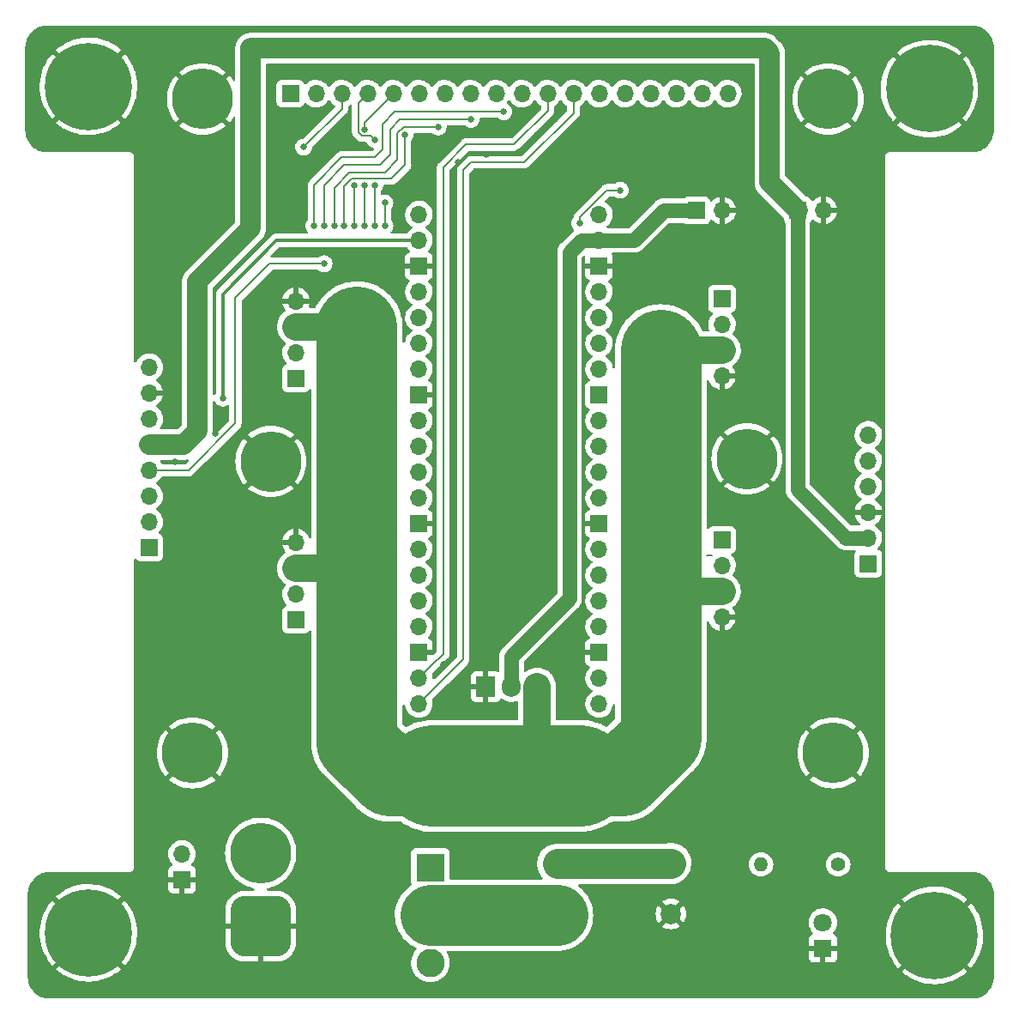
<source format=gbr>
%TF.GenerationSoftware,KiCad,Pcbnew,(6.0.9)*%
%TF.CreationDate,2022-12-13T13:26:20-05:00*%
%TF.ProjectId,Team5_Coaster_post_mdr_100x100,5465616d-355f-4436-9f61-737465725f70,rev?*%
%TF.SameCoordinates,Original*%
%TF.FileFunction,Copper,L2,Bot*%
%TF.FilePolarity,Positive*%
%FSLAX46Y46*%
G04 Gerber Fmt 4.6, Leading zero omitted, Abs format (unit mm)*
G04 Created by KiCad (PCBNEW (6.0.9)) date 2022-12-13 13:26:20*
%MOMM*%
%LPD*%
G01*
G04 APERTURE LIST*
G04 Aperture macros list*
%AMRoundRect*
0 Rectangle with rounded corners*
0 $1 Rounding radius*
0 $2 $3 $4 $5 $6 $7 $8 $9 X,Y pos of 4 corners*
0 Add a 4 corners polygon primitive as box body*
4,1,4,$2,$3,$4,$5,$6,$7,$8,$9,$2,$3,0*
0 Add four circle primitives for the rounded corners*
1,1,$1+$1,$2,$3*
1,1,$1+$1,$4,$5*
1,1,$1+$1,$6,$7*
1,1,$1+$1,$8,$9*
0 Add four rect primitives between the rounded corners*
20,1,$1+$1,$2,$3,$4,$5,0*
20,1,$1+$1,$4,$5,$6,$7,0*
20,1,$1+$1,$6,$7,$8,$9,0*
20,1,$1+$1,$8,$9,$2,$3,0*%
G04 Aperture macros list end*
%TA.AperFunction,NonConductor*%
%ADD10C,0.200000*%
%TD*%
%TA.AperFunction,ComponentPad*%
%ADD11C,6.000000*%
%TD*%
%TA.AperFunction,ComponentPad*%
%ADD12R,1.700000X1.700000*%
%TD*%
%TA.AperFunction,ComponentPad*%
%ADD13O,1.700000X1.700000*%
%TD*%
%TA.AperFunction,ComponentPad*%
%ADD14R,2.794000X2.794000*%
%TD*%
%TA.AperFunction,ComponentPad*%
%ADD15C,2.794000*%
%TD*%
%TA.AperFunction,ComponentPad*%
%ADD16C,0.900000*%
%TD*%
%TA.AperFunction,ComponentPad*%
%ADD17C,8.600000*%
%TD*%
%TA.AperFunction,ComponentPad*%
%ADD18R,1.800000X1.800000*%
%TD*%
%TA.AperFunction,ComponentPad*%
%ADD19C,1.800000*%
%TD*%
%TA.AperFunction,ComponentPad*%
%ADD20R,2.000000X2.000000*%
%TD*%
%TA.AperFunction,ComponentPad*%
%ADD21O,2.000000X2.000000*%
%TD*%
%TA.AperFunction,ComponentPad*%
%ADD22C,2.000000*%
%TD*%
%TA.AperFunction,ComponentPad*%
%ADD23R,1.905000X2.000000*%
%TD*%
%TA.AperFunction,ComponentPad*%
%ADD24O,1.905000X2.000000*%
%TD*%
%TA.AperFunction,ComponentPad*%
%ADD25RoundRect,1.500000X1.500000X-1.500000X1.500000X1.500000X-1.500000X1.500000X-1.500000X-1.500000X0*%
%TD*%
%TA.AperFunction,ComponentPad*%
%ADD26C,1.400000*%
%TD*%
%TA.AperFunction,ComponentPad*%
%ADD27O,1.400000X1.400000*%
%TD*%
%TA.AperFunction,ViaPad*%
%ADD28C,0.650000*%
%TD*%
%TA.AperFunction,Conductor*%
%ADD29C,2.700000*%
%TD*%
%TA.AperFunction,Conductor*%
%ADD30C,3.000000*%
%TD*%
%TA.AperFunction,Conductor*%
%ADD31C,8.000000*%
%TD*%
%TA.AperFunction,Conductor*%
%ADD32C,10.000000*%
%TD*%
%TA.AperFunction,Conductor*%
%ADD33C,6.000000*%
%TD*%
%TA.AperFunction,Conductor*%
%ADD34C,2.000000*%
%TD*%
%TA.AperFunction,Conductor*%
%ADD35C,1.400000*%
%TD*%
%TA.AperFunction,Conductor*%
%ADD36C,0.300000*%
%TD*%
%TA.AperFunction,Conductor*%
%ADD37C,0.200000*%
%TD*%
G04 APERTURE END LIST*
D10*
X146750000Y-112250000D02*
X146250000Y-112250000D01*
D11*
%TO.P,J11,1,Pin_1*%
%TO.N,GND*%
X95500000Y-131750000D03*
%TD*%
D12*
%TO.P,RF1,1,IN1*%
%TO.N,RF1*%
X147775000Y-86950000D03*
D13*
%TO.P,RF1,2,IN2*%
%TO.N,RF2*%
X147775000Y-89490000D03*
%TO.P,RF1,3,VM*%
%TO.N,+10V*%
X147775000Y-92030000D03*
%TO.P,RF1,4,GND*%
%TO.N,GND*%
X147775000Y-94570000D03*
%TD*%
D11*
%TO.P,J15,1,Pin_1*%
%TO.N,GND*%
X158250000Y-67250000D03*
%TD*%
D14*
%TO.P,SW1,1,A*%
%TO.N,VCC*%
X119000000Y-143051000D03*
D15*
%TO.P,SW1,2,B*%
%TO.N,Net-(D1-Pad2)*%
X119000000Y-147750000D03*
%TO.P,SW1,3,C*%
%TO.N,unconnected-(SW1-Pad3)*%
X119000000Y-152449000D03*
%TD*%
D12*
%TO.P,J13,1,Pin_1*%
%TO.N,+3V3*%
X155250000Y-78225000D03*
D13*
%TO.P,J13,2,Pin_2*%
%TO.N,GND*%
X157790000Y-78225000D03*
%TD*%
D16*
%TO.P,H3,1,1*%
%TO.N,GND*%
X171975000Y-149750000D03*
D17*
X168750000Y-149750000D03*
D16*
X171030419Y-147469581D03*
X168750000Y-152975000D03*
X166469581Y-152030419D03*
X165525000Y-149750000D03*
X166469581Y-147469581D03*
X171030419Y-152030419D03*
X168750000Y-146525000D03*
%TD*%
D12*
%TO.P,J9,1,Pin_1*%
%TO.N,GPIO15*%
X91250000Y-111490000D03*
D13*
%TO.P,J9,2,Pin_2*%
%TO.N,CTS*%
X91250000Y-108950000D03*
%TO.P,J9,3,Pin_3*%
%TO.N,GPIO9*%
X91250000Y-106410000D03*
%TO.P,J9,4,Pin_4*%
%TO.N,GPIO8*%
X91250000Y-103870000D03*
%TO.P,J9,5,Pin_5*%
%TO.N,+3V3*%
X91250000Y-101330000D03*
%TO.P,J9,6,Pin_6*%
%TO.N,GPIO1*%
X91250000Y-98790000D03*
%TO.P,J9,7,Pin_7*%
%TO.N,GND*%
X91250000Y-96250000D03*
%TO.P,J9,8,Pin_8*%
%TO.N,DFU*%
X91250000Y-93710000D03*
%TD*%
D18*
%TO.P,D3,1,K*%
%TO.N,GND*%
X157750000Y-151025000D03*
D19*
%TO.P,D3,2,A*%
%TO.N,Net-(D3-Pad2)*%
X157750000Y-148485000D03*
%TD*%
D20*
%TO.P,D1,1,K*%
%TO.N,+10V*%
X131555000Y-142695354D03*
D21*
%TO.P,D1,2,A*%
%TO.N,Net-(D1-Pad2)*%
X131555000Y-147775354D03*
%TD*%
D16*
%TO.P,H1,1,1*%
%TO.N,GND*%
X85250000Y-62775000D03*
X87530419Y-63719581D03*
D17*
X85250000Y-66000000D03*
D16*
X88475000Y-66000000D03*
X82969581Y-68280419D03*
X82025000Y-66000000D03*
X85250000Y-69225000D03*
X87530419Y-68280419D03*
X82969581Y-63719581D03*
%TD*%
D11*
%TO.P,J14,1,Pin_1*%
%TO.N,GND*%
X158750000Y-131750000D03*
%TD*%
%TO.P,J12,1,Pin_1*%
%TO.N,GND*%
X103250000Y-103000000D03*
%TD*%
D12*
%TO.P,J8,1,Pin_1*%
%TO.N,DFU*%
X105175000Y-66725000D03*
D13*
%TO.P,J8,2,Pin_2*%
%TO.N,GPIO1*%
X107715000Y-66725000D03*
%TO.P,J8,3,Pin_3*%
%TO.N,GPIO2*%
X110255000Y-66725000D03*
%TO.P,J8,4,Pin_4*%
%TO.N,GPIO3*%
X112795000Y-66725000D03*
%TO.P,J8,5,Pin_5*%
%TO.N,GPIO4*%
X115335000Y-66725000D03*
%TO.P,J8,6,Pin_6*%
%TO.N,GPIO5*%
X117875000Y-66725000D03*
%TO.P,J8,7,Pin_7*%
%TO.N,GPIO6*%
X120415000Y-66725000D03*
%TO.P,J8,8,Pin_8*%
%TO.N,GPIO7*%
X122955000Y-66725000D03*
%TO.P,J8,9,Pin_9*%
%TO.N,GPIO8*%
X125495000Y-66725000D03*
%TO.P,J8,10,Pin_10*%
%TO.N,GPIO9*%
X128035000Y-66725000D03*
%TO.P,J8,11,Pin_11*%
%TO.N,CTS*%
X130575000Y-66725000D03*
%TO.P,J8,12,Pin_12*%
%TO.N,GPIO15*%
X133115000Y-66725000D03*
%TO.P,J8,13,Pin_13*%
%TO.N,GPIO16*%
X135655000Y-66725000D03*
%TO.P,J8,14,Pin_14*%
%TO.N,GPIO17*%
X138195000Y-66725000D03*
%TO.P,J8,15,Pin_15*%
%TO.N,GPIO22*%
X140735000Y-66725000D03*
%TO.P,J8,16,Pin_16*%
%TO.N,GPIO26*%
X143275000Y-66725000D03*
%TO.P,J8,17,Pin_17*%
%TO.N,GPIO27*%
X145815000Y-66725000D03*
%TO.P,J8,18,Pin_18*%
%TO.N,GPIO28*%
X148355000Y-66725000D03*
%TD*%
D20*
%TO.P,C1,1*%
%TO.N,+10V*%
X142750000Y-142632323D03*
D22*
%TO.P,C1,2*%
%TO.N,GND*%
X142750000Y-147632323D03*
%TD*%
D11*
%TO.P,J5,1,Pin_1*%
%TO.N,GND*%
X96500000Y-67250000D03*
%TD*%
D23*
%TO.P,U2,1,GND*%
%TO.N,GND*%
X124460000Y-125222500D03*
D24*
%TO.P,U2,2,VI*%
%TO.N,VSYS*%
X127000000Y-125222500D03*
%TO.P,U2,3,VO*%
%TO.N,+10V*%
X129540000Y-125222500D03*
%TD*%
D12*
%TO.P,J2,1,Pin_1*%
%TO.N,unconnected-(J2-Pad1)*%
X162225000Y-113075000D03*
D13*
%TO.P,J2,2,Pin_2*%
%TO.N,+3V3*%
X162225000Y-110535000D03*
%TO.P,J2,3,Pin_3*%
%TO.N,GND*%
X162225000Y-107995000D03*
%TO.P,J2,4,Pin_4*%
%TO.N,GPIO17*%
X162225000Y-105455000D03*
%TO.P,J2,5,Pin_5*%
%TO.N,GPIO16*%
X162225000Y-102915000D03*
%TO.P,J2,6,Pin_6*%
%TO.N,unconnected-(J2-Pad6)*%
X162225000Y-100375000D03*
%TD*%
D12*
%TO.P,J4,1,Pin_1*%
%TO.N,VSYS*%
X145250000Y-78252500D03*
D13*
%TO.P,J4,2,Pin_2*%
%TO.N,GND*%
X147790000Y-78252500D03*
%TD*%
D16*
%TO.P,H2,1,1*%
%TO.N,GND*%
X170530419Y-68530419D03*
X165969581Y-63969581D03*
X168250000Y-69475000D03*
X165025000Y-66250000D03*
X170530419Y-63969581D03*
X168250000Y-63025000D03*
X165969581Y-68530419D03*
X171475000Y-66250000D03*
D17*
X168250000Y-66250000D03*
%TD*%
D25*
%TO.P,J1,1,Pin_1*%
%TO.N,GND*%
X102250000Y-148850000D03*
D11*
%TO.P,J1,2,Pin_2*%
%TO.N,VCC*%
X102250000Y-141650000D03*
%TD*%
D12*
%TO.P,J6,1,Pin_1*%
%TO.N,GND*%
X94475000Y-144250000D03*
D13*
%TO.P,J6,2,Pin_2*%
%TO.N,VCC*%
X94475000Y-141710000D03*
%TD*%
D26*
%TO.P,R1,1*%
%TO.N,Net-(D3-Pad2)*%
X159250000Y-142750000D03*
D27*
%TO.P,R1,2*%
%TO.N,+10V*%
X151630000Y-142750000D03*
%TD*%
D12*
%TO.P,LB1,1,IN1*%
%TO.N,LB1*%
X105725000Y-118620000D03*
D13*
%TO.P,LB1,2,IN2*%
%TO.N,LB2*%
X105725000Y-116080000D03*
%TO.P,LB1,3,VM*%
%TO.N,+10V*%
X105725000Y-113540000D03*
%TO.P,LB1,4,GND*%
%TO.N,GND*%
X105725000Y-111000000D03*
%TD*%
D16*
%TO.P,H4,1,1*%
%TO.N,GND*%
X82969581Y-151780419D03*
X87530419Y-147219581D03*
D17*
X85250000Y-149500000D03*
D16*
X82969581Y-147219581D03*
X88475000Y-149500000D03*
X87530419Y-151780419D03*
X85250000Y-146275000D03*
X82025000Y-149500000D03*
X85250000Y-152725000D03*
%TD*%
D12*
%TO.P,LF1,1,IN1*%
%TO.N,LF1*%
X105725000Y-94800000D03*
D13*
%TO.P,LF1,2,IN2*%
%TO.N,LF2*%
X105725000Y-92260000D03*
%TO.P,LF1,3,VM*%
%TO.N,+10V*%
X105725000Y-89720000D03*
%TO.P,LF1,4,GND*%
%TO.N,GND*%
X105725000Y-87180000D03*
%TD*%
D11*
%TO.P,J7,1,Pin_1*%
%TO.N,+10V*%
X119250000Y-134027500D03*
%TD*%
%TO.P,J3,1,Pin_1*%
%TO.N,+10V*%
X133750000Y-134027500D03*
%TD*%
%TO.P,J10,1,Pin_1*%
%TO.N,GND*%
X150250000Y-102750000D03*
%TD*%
D12*
%TO.P,RB1,1,IN1*%
%TO.N,RB1*%
X147775000Y-110750000D03*
D13*
%TO.P,RB1,2,IN2*%
%TO.N,RB2*%
X147775000Y-113290000D03*
%TO.P,RB1,3,VM*%
%TO.N,+10V*%
X147775000Y-115830000D03*
%TO.P,RB1,4,GND*%
%TO.N,GND*%
X147775000Y-118370000D03*
%TD*%
%TO.P,U1,1,GPIO0*%
%TO.N,DFU*%
X117860000Y-78647500D03*
%TO.P,U1,2,GPIO1*%
%TO.N,GPIO1*%
X117860000Y-81187500D03*
D12*
%TO.P,U1,3,GND*%
%TO.N,GND*%
X117860000Y-83727500D03*
D13*
%TO.P,U1,4,GPIO2*%
%TO.N,GPIO2*%
X117860000Y-86267500D03*
%TO.P,U1,5,GPIO3*%
%TO.N,GPIO3*%
X117860000Y-88807500D03*
%TO.P,U1,6,GPIO4*%
%TO.N,GPIO4*%
X117860000Y-91347500D03*
%TO.P,U1,7,GPIO5*%
%TO.N,GPIO5*%
X117860000Y-93887500D03*
D12*
%TO.P,U1,8,GND*%
%TO.N,GND*%
X117860000Y-96427500D03*
D13*
%TO.P,U1,9,GPIO6*%
%TO.N,GPIO6*%
X117860000Y-98967500D03*
%TO.P,U1,10,GPIO7*%
%TO.N,GPIO7*%
X117860000Y-101507500D03*
%TO.P,U1,11,GPIO8*%
%TO.N,GPIO8*%
X117860000Y-104047500D03*
%TO.P,U1,12,GPIO9*%
%TO.N,GPIO9*%
X117860000Y-106587500D03*
D12*
%TO.P,U1,13,GND*%
%TO.N,GND*%
X117860000Y-109127500D03*
D13*
%TO.P,U1,14,GPIO10*%
%TO.N,LF2*%
X117860000Y-111667500D03*
%TO.P,U1,15,GPIO11*%
%TO.N,LF1*%
X117860000Y-114207500D03*
%TO.P,U1,16,GPIO12*%
%TO.N,LB2*%
X117860000Y-116747500D03*
%TO.P,U1,17,GPIO13*%
%TO.N,LB1*%
X117860000Y-119287500D03*
D12*
%TO.P,U1,18,GND*%
%TO.N,GND*%
X117860000Y-121827500D03*
D13*
%TO.P,U1,19,GPIO14*%
%TO.N,CTS*%
X117860000Y-124367500D03*
%TO.P,U1,20,GPIO15*%
%TO.N,GPIO15*%
X117860000Y-126907500D03*
%TO.P,U1,21,GPIO16*%
%TO.N,GPIO16*%
X135640000Y-126907500D03*
%TO.P,U1,22,GPIO17*%
%TO.N,GPIO17*%
X135640000Y-124367500D03*
D12*
%TO.P,U1,23,GND*%
%TO.N,GND*%
X135640000Y-121827500D03*
D13*
%TO.P,U1,24,GPIO18*%
%TO.N,RB2*%
X135640000Y-119287500D03*
%TO.P,U1,25,GPIO19*%
%TO.N,RB1*%
X135640000Y-116747500D03*
%TO.P,U1,26,GPIO20*%
%TO.N,RF2*%
X135640000Y-114207500D03*
%TO.P,U1,27,GPIO21*%
%TO.N,RF1*%
X135640000Y-111667500D03*
D12*
%TO.P,U1,28,GND*%
%TO.N,GND*%
X135640000Y-109127500D03*
D13*
%TO.P,U1,29,GPIO22*%
%TO.N,GPIO22*%
X135640000Y-106587500D03*
%TO.P,U1,30,RUN*%
%TO.N,unconnected-(U1-Pad30)*%
X135640000Y-104047500D03*
%TO.P,U1,31,GPIO26_ADC0*%
%TO.N,GPIO26*%
X135640000Y-101507500D03*
%TO.P,U1,32,GPIO27_ADC1*%
%TO.N,GPIO27*%
X135640000Y-98967500D03*
D12*
%TO.P,U1,33,AGND*%
%TO.N,unconnected-(U1-Pad33)*%
X135640000Y-96427500D03*
D13*
%TO.P,U1,34,GPIO28_ADC2*%
%TO.N,GPIO28*%
X135640000Y-93887500D03*
%TO.P,U1,35,ADC_VREF*%
%TO.N,unconnected-(U1-Pad35)*%
X135640000Y-91347500D03*
%TO.P,U1,36,3V3*%
%TO.N,+3V3*%
X135640000Y-88807500D03*
%TO.P,U1,37,3V3_EN*%
%TO.N,unconnected-(U1-Pad37)*%
X135640000Y-86267500D03*
D12*
%TO.P,U1,38,GND*%
%TO.N,GND*%
X135640000Y-83727500D03*
D13*
%TO.P,U1,39,VSYS*%
%TO.N,VSYS*%
X135640000Y-81187500D03*
%TO.P,U1,40,VBUS*%
%TO.N,unconnected-(U1-Pad40)*%
X135640000Y-78647500D03*
%TD*%
D28*
%TO.N,GND*%
X121250000Y-83750000D03*
X94000000Y-75750000D03*
X110500000Y-70250000D03*
X130250000Y-112000000D03*
X134250000Y-70500000D03*
X152750000Y-115500000D03*
X124750000Y-102750000D03*
X128750000Y-101000000D03*
X130250000Y-109750000D03*
X129750000Y-93500000D03*
X130250000Y-98500000D03*
X144000000Y-69500000D03*
X93000000Y-114250000D03*
X136500000Y-70250000D03*
X130000000Y-87750000D03*
X124500000Y-112500000D03*
X121250000Y-105750000D03*
X121250000Y-89000000D03*
X94500000Y-120250000D03*
X139000000Y-69750000D03*
X93750000Y-103000000D03*
X108750000Y-72000000D03*
X141500000Y-71750000D03*
X131500000Y-73250000D03*
X141250000Y-69500000D03*
X131250000Y-69250000D03*
X121250000Y-109750000D03*
X124500000Y-91750000D03*
X97750000Y-100250000D03*
X99250000Y-114500000D03*
X127750000Y-112000000D03*
X133250000Y-119750000D03*
X121250000Y-104000000D03*
X92250000Y-76250000D03*
X159000000Y-92250000D03*
X91500000Y-73500000D03*
X131000000Y-75750000D03*
X91500000Y-75750000D03*
X124500000Y-108000000D03*
X121250000Y-118000000D03*
X94000000Y-73500000D03*
X130500000Y-103000000D03*
X98500000Y-114000000D03*
X124500000Y-96500000D03*
X160000000Y-92250000D03*
X124500000Y-80250000D03*
X128000000Y-96500000D03*
X131000000Y-77750000D03*
X101000000Y-114000000D03*
X121250000Y-121500000D03*
X126500000Y-80250000D03*
X130000000Y-81000000D03*
X128000000Y-80750000D03*
X158250000Y-91750000D03*
X97500000Y-123000000D03*
X124500000Y-87250000D03*
X136250000Y-74500000D03*
X120250000Y-123000000D03*
X128000000Y-84500000D03*
X158250000Y-89500000D03*
X133500000Y-77250000D03*
X93250000Y-76250000D03*
X127750000Y-72500000D03*
X98500000Y-111750000D03*
X136500000Y-72250000D03*
X124500000Y-72750000D03*
X160750000Y-89500000D03*
X121250000Y-99500000D03*
X124500000Y-83250000D03*
X129500000Y-112500000D03*
X121250000Y-113750000D03*
X128000000Y-91000000D03*
X127750000Y-109750000D03*
X160750000Y-91750000D03*
X129500000Y-70750000D03*
X104500000Y-125500000D03*
X152000000Y-112750000D03*
X134000000Y-72750000D03*
X126000000Y-116250000D03*
X154500000Y-112750000D03*
X101000000Y-111750000D03*
X121750000Y-73500000D03*
X127500000Y-77250000D03*
X154500000Y-115000000D03*
X100250000Y-114500000D03*
X132000000Y-122000000D03*
X152000000Y-115000000D03*
X139000000Y-71750000D03*
X128500000Y-112500000D03*
X133750000Y-75000000D03*
X139000000Y-74250000D03*
X121250000Y-76250000D03*
X121250000Y-94250000D03*
X100500000Y-125500000D03*
X121250000Y-79750000D03*
X153750000Y-115500000D03*
X93250000Y-117000000D03*
X106250000Y-69500000D03*
%TO.N,GPIO1*%
X98500000Y-96750000D03*
%TO.N,GPIO2*%
X106500000Y-72000000D03*
X114500000Y-77500000D03*
X114500000Y-79750000D03*
%TO.N,GPIO3*%
X113500000Y-71250000D03*
X113500000Y-75750000D03*
X113500000Y-79750000D03*
%TO.N,GPIO4*%
X112500000Y-79750000D03*
X112500000Y-70250000D03*
X112500000Y-75750000D03*
%TO.N,GPIO5*%
X111500000Y-75750000D03*
X111500000Y-79750000D03*
%TO.N,GPIO6*%
X110500000Y-79750000D03*
X116500000Y-70750000D03*
%TO.N,GPIO7*%
X119750000Y-70000000D03*
X109500000Y-79750000D03*
%TO.N,GPIO8*%
X108500000Y-79750000D03*
X123000000Y-69250000D03*
X108500000Y-83500000D03*
%TO.N,GPIO9*%
X107500000Y-79750000D03*
X126250000Y-68500000D03*
%TO.N,GPIO28*%
X137750000Y-76250000D03*
X133750000Y-79500000D03*
%TD*%
D29*
%TO.N,+10V*%
X129540000Y-129817500D02*
X133750000Y-134027500D01*
X111210000Y-113540000D02*
X111750000Y-113000000D01*
X147775000Y-115830000D02*
X141830000Y-115830000D01*
D30*
X142686969Y-142695354D02*
X142750000Y-142632323D01*
D29*
X105725000Y-89720000D02*
X111720000Y-89720000D01*
D30*
X131555000Y-142695354D02*
X142686969Y-142695354D01*
D31*
X141750000Y-130270140D02*
X141750000Y-115750000D01*
X115007360Y-134027500D02*
X111750000Y-130770140D01*
X111750000Y-113000000D02*
X111750000Y-89750000D01*
X119250000Y-134027500D02*
X115007360Y-134027500D01*
D29*
X147775000Y-92030000D02*
X141780000Y-92030000D01*
X111720000Y-89720000D02*
X111750000Y-89750000D01*
D31*
X133750000Y-134027500D02*
X137992640Y-134027500D01*
X141750000Y-115750000D02*
X141750000Y-92000000D01*
D29*
X141780000Y-92030000D02*
X141750000Y-92000000D01*
X129540000Y-125222500D02*
X129540000Y-129817500D01*
D31*
X111750000Y-130770140D02*
X111750000Y-113000000D01*
X137992640Y-134027500D02*
X141750000Y-130270140D01*
D29*
X141830000Y-115830000D02*
X141750000Y-115750000D01*
X105725000Y-113540000D02*
X111210000Y-113540000D01*
D32*
X119250000Y-134027500D02*
X133750000Y-134027500D01*
D33*
%TO.N,Net-(D1-Pad2)*%
X119000000Y-147750000D02*
X131529646Y-147750000D01*
X131529646Y-147750000D02*
X131555000Y-147775354D01*
D34*
%TO.N,+3V3*%
X94670000Y-101330000D02*
X96000000Y-100000000D01*
D35*
X162225000Y-110535000D02*
X160035000Y-110535000D01*
D34*
X152000000Y-62250000D02*
X152500000Y-62750000D01*
D35*
X160035000Y-110535000D02*
X155250000Y-105750000D01*
D34*
X101250000Y-80000000D02*
X101250000Y-62250000D01*
X96000000Y-85250000D02*
X101250000Y-80000000D01*
X101250000Y-62250000D02*
X152000000Y-62250000D01*
D35*
X155250000Y-105750000D02*
X155250000Y-78225000D01*
D34*
X152500000Y-62750000D02*
X152500000Y-75475000D01*
X152500000Y-75475000D02*
X155250000Y-78225000D01*
X91250000Y-101330000D02*
X94670000Y-101330000D01*
X96000000Y-100000000D02*
X96000000Y-85250000D01*
D35*
%TO.N,VSYS*%
X135640000Y-81187500D02*
X139090000Y-81187500D01*
X132750000Y-82347500D02*
X133910000Y-81187500D01*
X127000000Y-125222500D02*
X127000000Y-122250000D01*
X132750000Y-116500000D02*
X132750000Y-82347500D01*
X133910000Y-81187500D02*
X135640000Y-81187500D01*
X142025000Y-78252500D02*
X145250000Y-78252500D01*
X139090000Y-81187500D02*
X142025000Y-78252500D01*
X127000000Y-122250000D02*
X132750000Y-116500000D01*
D36*
%TO.N,GPIO1*%
X103812500Y-81187500D02*
X98500000Y-86500000D01*
X117860000Y-81187500D02*
X103812500Y-81187500D01*
X98500000Y-86500000D02*
X98500000Y-96750000D01*
D37*
%TO.N,GPIO2*%
X114500000Y-79750000D02*
X114500000Y-77500000D01*
X106500000Y-72000000D02*
X110255000Y-68245000D01*
X110255000Y-68245000D02*
X110255000Y-66725000D01*
%TO.N,GPIO3*%
X111875000Y-70508884D02*
X111875000Y-67645000D01*
X113125000Y-70875000D02*
X112241116Y-70875000D01*
X111875000Y-67645000D02*
X112795000Y-66725000D01*
X112241116Y-70875000D02*
X111875000Y-70508884D01*
X113500000Y-71250000D02*
X113125000Y-70875000D01*
X113500000Y-79750000D02*
X113500000Y-75750000D01*
%TO.N,GPIO4*%
X112500000Y-79750000D02*
X112500000Y-75750000D01*
X112500000Y-70250000D02*
X112500000Y-69560000D01*
X112500000Y-69560000D02*
X115335000Y-66725000D01*
%TO.N,GPIO5*%
X111500000Y-79750000D02*
X111500000Y-75750000D01*
%TO.N,GPIO6*%
X115125000Y-75125000D02*
X111241116Y-75125000D01*
X116500000Y-70750000D02*
X116500000Y-73750000D01*
X110500000Y-75866116D02*
X110500000Y-79750000D01*
X116500000Y-73750000D02*
X115125000Y-75125000D01*
X111241116Y-75125000D02*
X110500000Y-75866116D01*
%TO.N,GPIO7*%
X119750000Y-70000000D02*
X116366116Y-70000000D01*
X115750000Y-70616116D02*
X115750000Y-73250000D01*
X115750000Y-73250000D02*
X114500000Y-74500000D01*
X114500000Y-74500000D02*
X111000000Y-74500000D01*
X111000000Y-74500000D02*
X109500000Y-76000000D01*
X109500000Y-76000000D02*
X109500000Y-79750000D01*
X116366116Y-70000000D02*
X115750000Y-70616116D01*
%TO.N,GPIO8*%
X110500000Y-73750000D02*
X114000000Y-73750000D01*
X115000000Y-72750000D02*
X115000000Y-70250000D01*
X95130000Y-103870000D02*
X91250000Y-103870000D01*
X116000000Y-69250000D02*
X123000000Y-69250000D01*
X99750000Y-86875000D02*
X99750000Y-99250000D01*
X108500000Y-75750000D02*
X110500000Y-73750000D01*
X115000000Y-70250000D02*
X116000000Y-69250000D01*
X99750000Y-99250000D02*
X95130000Y-103870000D01*
X103125000Y-83500000D02*
X99750000Y-86875000D01*
X114000000Y-73750000D02*
X115000000Y-72750000D01*
X108500000Y-83500000D02*
X103125000Y-83500000D01*
X108500000Y-79750000D02*
X108500000Y-75750000D01*
%TO.N,GPIO9*%
X114250000Y-69750000D02*
X115500000Y-68500000D01*
X113500000Y-73000000D02*
X114250000Y-72250000D01*
X107500000Y-79750000D02*
X107500000Y-75750000D01*
X115500000Y-68500000D02*
X126250000Y-68500000D01*
X107500000Y-75750000D02*
X110250000Y-73000000D01*
X110250000Y-73000000D02*
X113500000Y-73000000D01*
X114250000Y-72250000D02*
X114250000Y-69750000D01*
%TO.N,GPIO15*%
X123000000Y-73500000D02*
X128250000Y-73500000D01*
X133115000Y-68635000D02*
X133115000Y-66725000D01*
X128250000Y-73500000D02*
X133115000Y-68635000D01*
X117860000Y-126907500D02*
X122250000Y-122517500D01*
X122250000Y-74250000D02*
X123000000Y-73500000D01*
X122250000Y-122517500D02*
X122250000Y-74250000D01*
%TO.N,GPIO28*%
X133750000Y-79500000D02*
X133750000Y-78911154D01*
X133750000Y-78911154D02*
X136411154Y-76250000D01*
X136411154Y-76250000D02*
X137750000Y-76250000D01*
%TO.N,CTS*%
X120250000Y-74000000D02*
X122500000Y-71750000D01*
X122500000Y-71750000D02*
X127250000Y-71750000D01*
X119750000Y-122500000D02*
X120250000Y-122000000D01*
X120250000Y-122000000D02*
X120250000Y-74000000D01*
X127250000Y-71750000D02*
X130575000Y-68425000D01*
X130575000Y-68425000D02*
X130575000Y-66725000D01*
X117860000Y-124367500D02*
X119727500Y-122500000D01*
X119727500Y-122500000D02*
X119750000Y-122500000D01*
%TD*%
%TA.AperFunction,Conductor*%
%TO.N,GND*%
G36*
X172342726Y-60009277D02*
G01*
X172380405Y-60013480D01*
X172396890Y-60010592D01*
X172421186Y-60008729D01*
X172649700Y-60013386D01*
X172665693Y-60014735D01*
X172752896Y-60027725D01*
X172918168Y-60052345D01*
X172933864Y-60055717D01*
X173056686Y-60090421D01*
X173179513Y-60125127D01*
X173194640Y-60130464D01*
X173429469Y-60230547D01*
X173443807Y-60237770D01*
X173664001Y-60366901D01*
X173677298Y-60375884D01*
X173879293Y-60531973D01*
X173891335Y-60542571D01*
X174071828Y-60723064D01*
X174082426Y-60735106D01*
X174238515Y-60937101D01*
X174247499Y-60950399D01*
X174376630Y-61170593D01*
X174383852Y-61184931D01*
X174483932Y-61419749D01*
X174489273Y-61434886D01*
X174511059Y-61511990D01*
X174558683Y-61680535D01*
X174562055Y-61696231D01*
X174599665Y-61948703D01*
X174601014Y-61964699D01*
X174604596Y-62140506D01*
X174605523Y-62186002D01*
X174603353Y-62210385D01*
X174603227Y-62212655D01*
X174601463Y-62221454D01*
X174603252Y-62242049D01*
X174605426Y-62267073D01*
X174605899Y-62277978D01*
X174605899Y-70214359D01*
X174605122Y-70228327D01*
X174600919Y-70266006D01*
X174603807Y-70282491D01*
X174605670Y-70306787D01*
X174601313Y-70520561D01*
X174601013Y-70535299D01*
X174599664Y-70551294D01*
X174585408Y-70646993D01*
X174562053Y-70803776D01*
X174558683Y-70819461D01*
X174489270Y-71065120D01*
X174483939Y-71080233D01*
X174397253Y-71283625D01*
X174383852Y-71315069D01*
X174376629Y-71329407D01*
X174247498Y-71549601D01*
X174238515Y-71562898D01*
X174082426Y-71764893D01*
X174071828Y-71776935D01*
X173891340Y-71957423D01*
X173879288Y-71968030D01*
X173677298Y-72124114D01*
X173663995Y-72133101D01*
X173443806Y-72262229D01*
X173429468Y-72269451D01*
X173194650Y-72369531D01*
X173179513Y-72374872D01*
X173120668Y-72391499D01*
X172933864Y-72444282D01*
X172918168Y-72447654D01*
X172752896Y-72472274D01*
X172665693Y-72485264D01*
X172649700Y-72486613D01*
X172428392Y-72491123D01*
X172404042Y-72488956D01*
X172401744Y-72488828D01*
X172392945Y-72487064D01*
X172350822Y-72490723D01*
X172347322Y-72491027D01*
X172336418Y-72491500D01*
X164373022Y-72491500D01*
X164372252Y-72491498D01*
X164371436Y-72491493D01*
X164294678Y-72491024D01*
X164272317Y-72497415D01*
X164266246Y-72499150D01*
X164249484Y-72502728D01*
X164220212Y-72506920D01*
X164212044Y-72510634D01*
X164212043Y-72510634D01*
X164196837Y-72517548D01*
X164179313Y-72523996D01*
X164154628Y-72531051D01*
X164147034Y-72535843D01*
X164147031Y-72535844D01*
X164129619Y-72546830D01*
X164114536Y-72554969D01*
X164087617Y-72567208D01*
X164080815Y-72573069D01*
X164068164Y-72583970D01*
X164053160Y-72595073D01*
X164031441Y-72608776D01*
X164025502Y-72615501D01*
X164025498Y-72615504D01*
X164011867Y-72630938D01*
X163999675Y-72642982D01*
X163984072Y-72656427D01*
X163984070Y-72656430D01*
X163977272Y-72662287D01*
X163972392Y-72669816D01*
X163972391Y-72669817D01*
X163963305Y-72683835D01*
X163952014Y-72698709D01*
X163940968Y-72711217D01*
X163935021Y-72717951D01*
X163928711Y-72731391D01*
X163922457Y-72744711D01*
X163914136Y-72759691D01*
X163902928Y-72776983D01*
X163902926Y-72776988D01*
X163898047Y-72784515D01*
X163895477Y-72793108D01*
X163895475Y-72793113D01*
X163890688Y-72809120D01*
X163884027Y-72826564D01*
X163880771Y-72833500D01*
X163873118Y-72849800D01*
X163871737Y-72858667D01*
X163871737Y-72858668D01*
X163868569Y-72879015D01*
X163864786Y-72895732D01*
X163858884Y-72915466D01*
X163858883Y-72915472D01*
X163856313Y-72924066D01*
X163856258Y-72933037D01*
X163856258Y-72933038D01*
X163856103Y-72958497D01*
X163856070Y-72959289D01*
X163855899Y-72960386D01*
X163855899Y-72991377D01*
X163855897Y-72992147D01*
X163855423Y-73069721D01*
X163855807Y-73071065D01*
X163855899Y-73072410D01*
X163855899Y-142991377D01*
X163855897Y-142992147D01*
X163855423Y-143069721D01*
X163857890Y-143078352D01*
X163863549Y-143098153D01*
X163867127Y-143114915D01*
X163871319Y-143144187D01*
X163875033Y-143152355D01*
X163875033Y-143152356D01*
X163881947Y-143167562D01*
X163888395Y-143185086D01*
X163895450Y-143209771D01*
X163900242Y-143217365D01*
X163900243Y-143217368D01*
X163911229Y-143234780D01*
X163919368Y-143249863D01*
X163931607Y-143276782D01*
X163937468Y-143283584D01*
X163948369Y-143296235D01*
X163959472Y-143311239D01*
X163973175Y-143332958D01*
X163979900Y-143338897D01*
X163979903Y-143338901D01*
X163995337Y-143352532D01*
X164007381Y-143364724D01*
X164020826Y-143380327D01*
X164020829Y-143380329D01*
X164026686Y-143387127D01*
X164034215Y-143392007D01*
X164034216Y-143392008D01*
X164048234Y-143401094D01*
X164063108Y-143412385D01*
X164075616Y-143423431D01*
X164082350Y-143429378D01*
X164109110Y-143441942D01*
X164124090Y-143450263D01*
X164141382Y-143461471D01*
X164141387Y-143461473D01*
X164148914Y-143466352D01*
X164157507Y-143468922D01*
X164157512Y-143468924D01*
X164173519Y-143473711D01*
X164190963Y-143480372D01*
X164206075Y-143487467D01*
X164206077Y-143487468D01*
X164214199Y-143491281D01*
X164223066Y-143492662D01*
X164223067Y-143492662D01*
X164225752Y-143493080D01*
X164243416Y-143495830D01*
X164260131Y-143499613D01*
X164279865Y-143505515D01*
X164279871Y-143505516D01*
X164288465Y-143508086D01*
X164297436Y-143508141D01*
X164297437Y-143508141D01*
X164307496Y-143508202D01*
X164322905Y-143508296D01*
X164323688Y-143508329D01*
X164324785Y-143508500D01*
X164355776Y-143508500D01*
X164356546Y-143508502D01*
X164430184Y-143508952D01*
X164430185Y-143508952D01*
X164434120Y-143508976D01*
X164435464Y-143508592D01*
X164436809Y-143508500D01*
X172328758Y-143508500D01*
X172342726Y-143509277D01*
X172380405Y-143513480D01*
X172396890Y-143510592D01*
X172421186Y-143508729D01*
X172649700Y-143513386D01*
X172665693Y-143514735D01*
X172736376Y-143525264D01*
X172918168Y-143552345D01*
X172933864Y-143555717D01*
X173056686Y-143590421D01*
X173179513Y-143625127D01*
X173194640Y-143630464D01*
X173429469Y-143730547D01*
X173443807Y-143737770D01*
X173664001Y-143866901D01*
X173677298Y-143875884D01*
X173879293Y-144031973D01*
X173891335Y-144042571D01*
X174071828Y-144223064D01*
X174082426Y-144235106D01*
X174238515Y-144437101D01*
X174247499Y-144450399D01*
X174376630Y-144670593D01*
X174383852Y-144684931D01*
X174483932Y-144919749D01*
X174489273Y-144934886D01*
X174504895Y-144990175D01*
X174558683Y-145180535D01*
X174562055Y-145196231D01*
X174599665Y-145448703D01*
X174601014Y-145464699D01*
X174603875Y-145605123D01*
X174605523Y-145686002D01*
X174603353Y-145710385D01*
X174603227Y-145712655D01*
X174601463Y-145721454D01*
X174603076Y-145740024D01*
X174605426Y-145767073D01*
X174605899Y-145777978D01*
X174605899Y-153714359D01*
X174605122Y-153728327D01*
X174600919Y-153766006D01*
X174603807Y-153782491D01*
X174605670Y-153806787D01*
X174601313Y-154020561D01*
X174601013Y-154035299D01*
X174599664Y-154051294D01*
X174585408Y-154146993D01*
X174562053Y-154303776D01*
X174558683Y-154319461D01*
X174489270Y-154565120D01*
X174483939Y-154580233D01*
X174383852Y-154815069D01*
X174376629Y-154829407D01*
X174247498Y-155049601D01*
X174238515Y-155062898D01*
X174082426Y-155264893D01*
X174071828Y-155276935D01*
X173891340Y-155457423D01*
X173879288Y-155468030D01*
X173677298Y-155624114D01*
X173663995Y-155633101D01*
X173443806Y-155762229D01*
X173429468Y-155769451D01*
X173194650Y-155869531D01*
X173179513Y-155874872D01*
X173179505Y-155874874D01*
X172933864Y-155944282D01*
X172918168Y-155947654D01*
X172752896Y-155972274D01*
X172665693Y-155985264D01*
X172649700Y-155986613D01*
X172428392Y-155991123D01*
X172404042Y-155988956D01*
X172401744Y-155988828D01*
X172392945Y-155987064D01*
X172350822Y-155990723D01*
X172347322Y-155991027D01*
X172336418Y-155991500D01*
X81535641Y-155991500D01*
X81521672Y-155990723D01*
X81483994Y-155986520D01*
X81467509Y-155989408D01*
X81443213Y-155991271D01*
X81214699Y-155986614D01*
X81198706Y-155985265D01*
X81111503Y-155972275D01*
X80946231Y-155947655D01*
X80930535Y-155944283D01*
X80807712Y-155909578D01*
X80684886Y-155874873D01*
X80669749Y-155869532D01*
X80434931Y-155769452D01*
X80420593Y-155762230D01*
X80200404Y-155633102D01*
X80187101Y-155624115D01*
X79985111Y-155468031D01*
X79973059Y-155457424D01*
X79792576Y-155276941D01*
X79781969Y-155264889D01*
X79625885Y-155062899D01*
X79616898Y-155049596D01*
X79487770Y-154829407D01*
X79480548Y-154815069D01*
X79380468Y-154580251D01*
X79375126Y-154565110D01*
X79374429Y-154562641D01*
X79316392Y-154357246D01*
X79305717Y-154319465D01*
X79302345Y-154303769D01*
X79264735Y-154051297D01*
X79263386Y-154035299D01*
X79262958Y-154014261D01*
X79258877Y-153813992D01*
X79261045Y-153789631D01*
X79261172Y-153787345D01*
X79262936Y-153778546D01*
X79258973Y-153732927D01*
X79258500Y-153722022D01*
X79258500Y-153076418D01*
X82039122Y-153076418D01*
X82039171Y-153077110D01*
X82044617Y-153085274D01*
X82122268Y-153157812D01*
X82126507Y-153161433D01*
X82459802Y-153421363D01*
X82464359Y-153424602D01*
X82819448Y-153653880D01*
X82824250Y-153656686D01*
X83198316Y-153853491D01*
X83203374Y-153855871D01*
X83593435Y-154018638D01*
X83598690Y-154020561D01*
X84001676Y-154148008D01*
X84007075Y-154149455D01*
X84419796Y-154240575D01*
X84425307Y-154241537D01*
X84844501Y-154295610D01*
X84850064Y-154296077D01*
X85272405Y-154312670D01*
X85277997Y-154312641D01*
X85700125Y-154291626D01*
X85705708Y-154291098D01*
X86124305Y-154232640D01*
X86129792Y-154231623D01*
X86541543Y-154136185D01*
X86546929Y-154134681D01*
X86948567Y-154003018D01*
X86953784Y-154001046D01*
X87342126Y-153834202D01*
X87347169Y-153831764D01*
X87719131Y-153631063D01*
X87723935Y-153628188D01*
X88076563Y-153395231D01*
X88081126Y-153391916D01*
X88411658Y-153128529D01*
X88415873Y-153124852D01*
X88453823Y-153088649D01*
X88461763Y-153074890D01*
X88461713Y-153073843D01*
X88456822Y-153066032D01*
X88056507Y-152665717D01*
X87171210Y-151780419D01*
X86645122Y-151254332D01*
X85262812Y-149872022D01*
X85248868Y-149864408D01*
X85247035Y-149864539D01*
X85240420Y-149868790D01*
X83854879Y-151254331D01*
X82969581Y-152139628D01*
X82443494Y-152665716D01*
X82046736Y-153062474D01*
X82039122Y-153076418D01*
X79258500Y-153076418D01*
X79258500Y-149376825D01*
X80438855Y-149376825D01*
X80446600Y-149799410D01*
X80446950Y-149804976D01*
X80492231Y-150225208D01*
X80493078Y-150230746D01*
X80575535Y-150645286D01*
X80576864Y-150650698D01*
X80695852Y-151056289D01*
X80697658Y-151061564D01*
X80852219Y-151454948D01*
X80854501Y-151460072D01*
X81043416Y-151838150D01*
X81046140Y-151843043D01*
X81267917Y-152202833D01*
X81271068Y-152207469D01*
X81523955Y-152546127D01*
X81527488Y-152550444D01*
X81663222Y-152701988D01*
X81676717Y-152710351D01*
X81686128Y-152704662D01*
X82084283Y-152306507D01*
X82969581Y-151421210D01*
X83015576Y-151375215D01*
X83495668Y-150895122D01*
X84877978Y-149512812D01*
X84884356Y-149501132D01*
X85614408Y-149501132D01*
X85614539Y-149502965D01*
X85618790Y-149509580D01*
X87004331Y-150895121D01*
X87484423Y-151375214D01*
X87530418Y-151421209D01*
X88415716Y-152306506D01*
X88812142Y-152702932D01*
X88825903Y-152710446D01*
X88835263Y-152703989D01*
X89004244Y-152511303D01*
X89007744Y-152506935D01*
X89257073Y-152165645D01*
X89260168Y-152160987D01*
X89478160Y-151798903D01*
X89480841Y-151793964D01*
X89665779Y-151413946D01*
X89668014Y-151408780D01*
X89818442Y-151013815D01*
X89820201Y-151008496D01*
X89934920Y-150601730D01*
X89936204Y-150596259D01*
X89961655Y-150460915D01*
X98742001Y-150460915D01*
X98742061Y-150463672D01*
X98744601Y-150521855D01*
X98745317Y-150528972D01*
X98787999Y-150798453D01*
X98789978Y-150807023D01*
X98869504Y-151067143D01*
X98872655Y-151075353D01*
X98987613Y-151321882D01*
X98991876Y-151329572D01*
X99140024Y-151557700D01*
X99145314Y-151564719D01*
X99323783Y-151770024D01*
X99329976Y-151776217D01*
X99535281Y-151954686D01*
X99542300Y-151959976D01*
X99770428Y-152108124D01*
X99778118Y-152112387D01*
X100024647Y-152227345D01*
X100032857Y-152230496D01*
X100292977Y-152310022D01*
X100301547Y-152312001D01*
X100571044Y-152354685D01*
X100578128Y-152355399D01*
X100636331Y-152357940D01*
X100639083Y-152358000D01*
X101977885Y-152358000D01*
X101993124Y-152353525D01*
X101994329Y-152352135D01*
X101996000Y-152344452D01*
X101996000Y-152339884D01*
X102504000Y-152339884D01*
X102508475Y-152355123D01*
X102509865Y-152356328D01*
X102517548Y-152357999D01*
X103860915Y-152357999D01*
X103863672Y-152357939D01*
X103921855Y-152355399D01*
X103928972Y-152354683D01*
X104198453Y-152312001D01*
X104207023Y-152310022D01*
X104467143Y-152230496D01*
X104475353Y-152227345D01*
X104721882Y-152112387D01*
X104729572Y-152108124D01*
X104957700Y-151959976D01*
X104964719Y-151954686D01*
X105170024Y-151776217D01*
X105176217Y-151770024D01*
X105354686Y-151564719D01*
X105359976Y-151557700D01*
X105508124Y-151329572D01*
X105512387Y-151321882D01*
X105627345Y-151075353D01*
X105630496Y-151067143D01*
X105710022Y-150807023D01*
X105712001Y-150798453D01*
X105754685Y-150528956D01*
X105755399Y-150521872D01*
X105757940Y-150463669D01*
X105758000Y-150460917D01*
X105758000Y-149122115D01*
X105753525Y-149106876D01*
X105752135Y-149105671D01*
X105744452Y-149104000D01*
X102522115Y-149104000D01*
X102506876Y-149108475D01*
X102505671Y-149109865D01*
X102504000Y-149117548D01*
X102504000Y-152339884D01*
X101996000Y-152339884D01*
X101996000Y-149122115D01*
X101991525Y-149106876D01*
X101990135Y-149105671D01*
X101982452Y-149104000D01*
X98760116Y-149104000D01*
X98744877Y-149108475D01*
X98743672Y-149109865D01*
X98742001Y-149117548D01*
X98742001Y-150460915D01*
X89961655Y-150460915D01*
X90014315Y-150180883D01*
X90015102Y-150175346D01*
X90056035Y-149754102D01*
X90056308Y-149749665D01*
X90062788Y-149502233D01*
X90062746Y-149497762D01*
X90043917Y-149074973D01*
X90043419Y-149069386D01*
X89987155Y-148650499D01*
X89986162Y-148644976D01*
X89892883Y-148232748D01*
X89891410Y-148227361D01*
X89761847Y-147825025D01*
X89759910Y-147819815D01*
X89595098Y-147430599D01*
X89592683Y-147425536D01*
X89393936Y-147052535D01*
X89391085Y-147047713D01*
X89159974Y-146693865D01*
X89156692Y-146689297D01*
X88895030Y-146357380D01*
X88891382Y-146353155D01*
X88838103Y-146296715D01*
X88824389Y-146288705D01*
X88823517Y-146288742D01*
X88815438Y-146293772D01*
X88415717Y-146693493D01*
X87530419Y-147578790D01*
X87004332Y-148104878D01*
X85622022Y-149487188D01*
X85614408Y-149501132D01*
X84884356Y-149501132D01*
X84885592Y-149498868D01*
X84885461Y-149497035D01*
X84881210Y-149490420D01*
X83495669Y-148104879D01*
X82610372Y-147219581D01*
X82084284Y-146693494D01*
X81685561Y-146294771D01*
X81672253Y-146287504D01*
X81662214Y-146294626D01*
X81418223Y-146587994D01*
X81414828Y-146592467D01*
X81174528Y-146940152D01*
X81171549Y-146944902D01*
X80963106Y-147312575D01*
X80960562Y-147317568D01*
X80785629Y-147702312D01*
X80783538Y-147707511D01*
X80643498Y-148106290D01*
X80641877Y-148111659D01*
X80537840Y-148521303D01*
X80536706Y-148526776D01*
X80469496Y-148944054D01*
X80468851Y-148949632D01*
X80439002Y-149371204D01*
X80438855Y-149376825D01*
X79258500Y-149376825D01*
X79258500Y-145924456D01*
X82038031Y-145924456D01*
X82044139Y-145934929D01*
X82443493Y-146334283D01*
X82949367Y-146840158D01*
X82969580Y-146860371D01*
X83854878Y-147745668D01*
X85237188Y-149127978D01*
X85251132Y-149135592D01*
X85252965Y-149135461D01*
X85259580Y-149131210D01*
X86645121Y-147745669D01*
X87530419Y-146860372D01*
X87550632Y-146840159D01*
X88056506Y-146334284D01*
X88452754Y-145938036D01*
X88460316Y-145924187D01*
X88453987Y-145914962D01*
X88280928Y-145761582D01*
X88276561Y-145758046D01*
X87936600Y-145506948D01*
X87931947Y-145503821D01*
X87570995Y-145283926D01*
X87566094Y-145281232D01*
X87289171Y-145144669D01*
X93117001Y-145144669D01*
X93117371Y-145151490D01*
X93122895Y-145202352D01*
X93126521Y-145217604D01*
X93171676Y-145338054D01*
X93180214Y-145353649D01*
X93256715Y-145455724D01*
X93269276Y-145468285D01*
X93371351Y-145544786D01*
X93386946Y-145553324D01*
X93507394Y-145598478D01*
X93522649Y-145602105D01*
X93573514Y-145607631D01*
X93580328Y-145608000D01*
X94202885Y-145608000D01*
X94218124Y-145603525D01*
X94219329Y-145602135D01*
X94221000Y-145594452D01*
X94221000Y-145589884D01*
X94729000Y-145589884D01*
X94733475Y-145605123D01*
X94734865Y-145606328D01*
X94742548Y-145607999D01*
X95369669Y-145607999D01*
X95376490Y-145607629D01*
X95427352Y-145602105D01*
X95442604Y-145598479D01*
X95563054Y-145553324D01*
X95578649Y-145544786D01*
X95680724Y-145468285D01*
X95693285Y-145455724D01*
X95769786Y-145353649D01*
X95778324Y-145338054D01*
X95823478Y-145217606D01*
X95827105Y-145202351D01*
X95832631Y-145151486D01*
X95833000Y-145144672D01*
X95833000Y-144522115D01*
X95828525Y-144506876D01*
X95827135Y-144505671D01*
X95819452Y-144504000D01*
X94747115Y-144504000D01*
X94731876Y-144508475D01*
X94730671Y-144509865D01*
X94729000Y-144517548D01*
X94729000Y-145589884D01*
X94221000Y-145589884D01*
X94221000Y-144522115D01*
X94216525Y-144506876D01*
X94215135Y-144505671D01*
X94207452Y-144504000D01*
X93135116Y-144504000D01*
X93119877Y-144508475D01*
X93118672Y-144509865D01*
X93117001Y-144517548D01*
X93117001Y-145144669D01*
X87289171Y-145144669D01*
X87187027Y-145094297D01*
X87181904Y-145092048D01*
X86787707Y-144939545D01*
X86782417Y-144937765D01*
X86376218Y-144820904D01*
X86370794Y-144819602D01*
X85955822Y-144739316D01*
X85950293Y-144738500D01*
X85529828Y-144695420D01*
X85524247Y-144695098D01*
X85101635Y-144689566D01*
X85096024Y-144689742D01*
X84674593Y-144721800D01*
X84669036Y-144722472D01*
X84252128Y-144791864D01*
X84246631Y-144793032D01*
X83837547Y-144899209D01*
X83832181Y-144900861D01*
X83434153Y-145042983D01*
X83428965Y-145045100D01*
X83045133Y-145222050D01*
X83040164Y-145224614D01*
X82673581Y-145434984D01*
X82668848Y-145437987D01*
X82322420Y-145680109D01*
X82317979Y-145683517D01*
X82046476Y-145911739D01*
X82038031Y-145924456D01*
X79258500Y-145924456D01*
X79258500Y-145785641D01*
X79259277Y-145771672D01*
X79259790Y-145767073D01*
X79263480Y-145733994D01*
X79260592Y-145717509D01*
X79258729Y-145693208D01*
X79258836Y-145687987D01*
X79263386Y-145464699D01*
X79264735Y-145448703D01*
X79302345Y-145196231D01*
X79305717Y-145180535D01*
X79359505Y-144990175D01*
X79375127Y-144934886D01*
X79380468Y-144919749D01*
X79480548Y-144684931D01*
X79487770Y-144670593D01*
X79616898Y-144450404D01*
X79625885Y-144437101D01*
X79781969Y-144235111D01*
X79792576Y-144223059D01*
X79973059Y-144042576D01*
X79985111Y-144031969D01*
X80187101Y-143875885D01*
X80200404Y-143866898D01*
X80420593Y-143737770D01*
X80434931Y-143730548D01*
X80669749Y-143630468D01*
X80684886Y-143625127D01*
X80807712Y-143590422D01*
X80930535Y-143555717D01*
X80946231Y-143552345D01*
X81128023Y-143525264D01*
X81198706Y-143514735D01*
X81214699Y-143513386D01*
X81436008Y-143508877D01*
X81460369Y-143511045D01*
X81462655Y-143511172D01*
X81471454Y-143512936D01*
X81517073Y-143508973D01*
X81527978Y-143508500D01*
X89241377Y-143508500D01*
X89242148Y-143508502D01*
X89319721Y-143508976D01*
X89348152Y-143500850D01*
X89364915Y-143497272D01*
X89365753Y-143497152D01*
X89394187Y-143493080D01*
X89417564Y-143482451D01*
X89435087Y-143476004D01*
X89459771Y-143468949D01*
X89467365Y-143464157D01*
X89467368Y-143464156D01*
X89484780Y-143453170D01*
X89499865Y-143445030D01*
X89526782Y-143432792D01*
X89546235Y-143416030D01*
X89561239Y-143404927D01*
X89582958Y-143391224D01*
X89588897Y-143384499D01*
X89588901Y-143384496D01*
X89602532Y-143369062D01*
X89614724Y-143357018D01*
X89630327Y-143343573D01*
X89630329Y-143343570D01*
X89637127Y-143337713D01*
X89651094Y-143316165D01*
X89662385Y-143301291D01*
X89673431Y-143288783D01*
X89673432Y-143288782D01*
X89679378Y-143282049D01*
X89691943Y-143255287D01*
X89700263Y-143240309D01*
X89711471Y-143223017D01*
X89711473Y-143223012D01*
X89716352Y-143215485D01*
X89718922Y-143206892D01*
X89718924Y-143206887D01*
X89723711Y-143190880D01*
X89730372Y-143173436D01*
X89737467Y-143158324D01*
X89737468Y-143158322D01*
X89741281Y-143150200D01*
X89745830Y-143120983D01*
X89749613Y-143104268D01*
X89755515Y-143084534D01*
X89755516Y-143084528D01*
X89758086Y-143075934D01*
X89758296Y-143041494D01*
X89758329Y-143040711D01*
X89758500Y-143039614D01*
X89758500Y-143008623D01*
X89758502Y-143007853D01*
X89758952Y-142934215D01*
X89758952Y-142934214D01*
X89758976Y-142930279D01*
X89758592Y-142928935D01*
X89758500Y-142927590D01*
X89758500Y-141676695D01*
X93112251Y-141676695D01*
X93112548Y-141681848D01*
X93112548Y-141681851D01*
X93118011Y-141776590D01*
X93125110Y-141899715D01*
X93126247Y-141904761D01*
X93126248Y-141904767D01*
X93146119Y-141992939D01*
X93174222Y-142117639D01*
X93258266Y-142324616D01*
X93290488Y-142377198D01*
X93358402Y-142488023D01*
X93374987Y-142515088D01*
X93521250Y-142683938D01*
X93525225Y-142687238D01*
X93525231Y-142687244D01*
X93530425Y-142691556D01*
X93570059Y-142750460D01*
X93571555Y-142821441D01*
X93534439Y-142881962D01*
X93494168Y-142906480D01*
X93386946Y-142946676D01*
X93371351Y-142955214D01*
X93269276Y-143031715D01*
X93256715Y-143044276D01*
X93180214Y-143146351D01*
X93171676Y-143161946D01*
X93126522Y-143282394D01*
X93122895Y-143297649D01*
X93117369Y-143348514D01*
X93117000Y-143355328D01*
X93117000Y-143977885D01*
X93121475Y-143993124D01*
X93122865Y-143994329D01*
X93130548Y-143996000D01*
X95814884Y-143996000D01*
X95830123Y-143991525D01*
X95831328Y-143990135D01*
X95832999Y-143982452D01*
X95832999Y-143355331D01*
X95832629Y-143348510D01*
X95827105Y-143297648D01*
X95823479Y-143282396D01*
X95778324Y-143161946D01*
X95769786Y-143146351D01*
X95693285Y-143044276D01*
X95680724Y-143031715D01*
X95578649Y-142955214D01*
X95563054Y-142946676D01*
X95452813Y-142905348D01*
X95396049Y-142862706D01*
X95371349Y-142796145D01*
X95386557Y-142726796D01*
X95408104Y-142698115D01*
X95509430Y-142597144D01*
X95509440Y-142597132D01*
X95513096Y-142593489D01*
X95548065Y-142544825D01*
X95640435Y-142416277D01*
X95643453Y-142412077D01*
X95657504Y-142383648D01*
X95740136Y-142216453D01*
X95740137Y-142216451D01*
X95742430Y-142211811D01*
X95807370Y-141998069D01*
X95836529Y-141776590D01*
X95836611Y-141773240D01*
X95838074Y-141713365D01*
X95838074Y-141713361D01*
X95838156Y-141710000D01*
X95833223Y-141650000D01*
X98736685Y-141650000D01*
X98755931Y-142017241D01*
X98756444Y-142020481D01*
X98756445Y-142020489D01*
X98771034Y-142112596D01*
X98813459Y-142380459D01*
X98908639Y-142735674D01*
X98909824Y-142738762D01*
X98909825Y-142738764D01*
X98914138Y-142750000D01*
X99040427Y-143078994D01*
X99041925Y-143081934D01*
X99204546Y-143401094D01*
X99207380Y-143406657D01*
X99209176Y-143409423D01*
X99209178Y-143409426D01*
X99276398Y-143512936D01*
X99407668Y-143715075D01*
X99639098Y-144000867D01*
X99899133Y-144260902D01*
X100184925Y-144492332D01*
X100223754Y-144517548D01*
X100488022Y-144689165D01*
X100493342Y-144692620D01*
X100496276Y-144694115D01*
X100496283Y-144694119D01*
X100742558Y-144819602D01*
X100821006Y-144859573D01*
X101029395Y-144939566D01*
X101158999Y-144989316D01*
X101164326Y-144991361D01*
X101519541Y-145086541D01*
X101522793Y-145087056D01*
X101522802Y-145087058D01*
X101551178Y-145091552D01*
X101615331Y-145121965D01*
X101652858Y-145182233D01*
X101651844Y-145253223D01*
X101612611Y-145312394D01*
X101547615Y-145340962D01*
X101531467Y-145342001D01*
X100639086Y-145342001D01*
X100636328Y-145342061D01*
X100578145Y-145344601D01*
X100571028Y-145345317D01*
X100301547Y-145387999D01*
X100292977Y-145389978D01*
X100032857Y-145469504D01*
X100024647Y-145472655D01*
X99778118Y-145587613D01*
X99770428Y-145591876D01*
X99542300Y-145740024D01*
X99535281Y-145745314D01*
X99329976Y-145923783D01*
X99323783Y-145929976D01*
X99145314Y-146135281D01*
X99140024Y-146142300D01*
X98991876Y-146370428D01*
X98987613Y-146378118D01*
X98872655Y-146624647D01*
X98869504Y-146632857D01*
X98789978Y-146892977D01*
X98787999Y-146901547D01*
X98745315Y-147171044D01*
X98744601Y-147178128D01*
X98742060Y-147236331D01*
X98742000Y-147239083D01*
X98742000Y-148577885D01*
X98746475Y-148593124D01*
X98747865Y-148594329D01*
X98755548Y-148596000D01*
X105739884Y-148596000D01*
X105755123Y-148591525D01*
X105756328Y-148590135D01*
X105757999Y-148582452D01*
X105757999Y-147841972D01*
X115487724Y-147841972D01*
X115487990Y-147845313D01*
X115487990Y-147845318D01*
X115509186Y-148111659D01*
X115517384Y-148214680D01*
X115518004Y-148217975D01*
X115518004Y-148217978D01*
X115583396Y-148565715D01*
X115586482Y-148582126D01*
X115694234Y-148940149D01*
X115695536Y-148943238D01*
X115835035Y-149274283D01*
X115839422Y-149284694D01*
X116020400Y-149611861D01*
X116022321Y-149614599D01*
X116022327Y-149614609D01*
X116202435Y-149871351D01*
X116235120Y-149917943D01*
X116481149Y-150199476D01*
X116483610Y-150201751D01*
X116483613Y-150201754D01*
X116618426Y-150326373D01*
X116755702Y-150453270D01*
X117055670Y-150676452D01*
X117058557Y-150678156D01*
X117374764Y-150864789D01*
X117374769Y-150864792D01*
X117377655Y-150866495D01*
X117440615Y-150895121D01*
X117560424Y-150949595D01*
X117614157Y-150995999D01*
X117634273Y-151064086D01*
X117614384Y-151132240D01*
X117595244Y-151155466D01*
X117587033Y-151163299D01*
X117419973Y-151375214D01*
X117284438Y-151608555D01*
X117282770Y-151612672D01*
X117282767Y-151612679D01*
X117209339Y-151793964D01*
X117183133Y-151858664D01*
X117159281Y-151954686D01*
X117126129Y-152088150D01*
X117118080Y-152120552D01*
X117090576Y-152388994D01*
X117092305Y-152432999D01*
X117097772Y-152572135D01*
X117101170Y-152658633D01*
X117149651Y-152924089D01*
X117151060Y-152928312D01*
X117228835Y-153161433D01*
X117235051Y-153180066D01*
X117237044Y-153184054D01*
X117350659Y-153411433D01*
X117355667Y-153421456D01*
X117509092Y-153643443D01*
X117574646Y-153714359D01*
X117683174Y-153831764D01*
X117692264Y-153841598D01*
X117695718Y-153844410D01*
X117838883Y-153960964D01*
X117901529Y-154011966D01*
X118021513Y-154084202D01*
X118128896Y-154148852D01*
X118128900Y-154148854D01*
X118132712Y-154151149D01*
X118292013Y-154218605D01*
X118377101Y-154254635D01*
X118377105Y-154254636D01*
X118381199Y-154256370D01*
X118385491Y-154257508D01*
X118385494Y-154257509D01*
X118637736Y-154324390D01*
X118637740Y-154324391D01*
X118642033Y-154325529D01*
X118646442Y-154326051D01*
X118646448Y-154326052D01*
X118822105Y-154346842D01*
X118910009Y-154357246D01*
X119179781Y-154350889D01*
X119338984Y-154324390D01*
X119441576Y-154307314D01*
X119441580Y-154307313D01*
X119445966Y-154306583D01*
X119450207Y-154305242D01*
X119450210Y-154305241D01*
X119699007Y-154226557D01*
X119699009Y-154226556D01*
X119703253Y-154225214D01*
X119707264Y-154223288D01*
X119707269Y-154223286D01*
X119942489Y-154110335D01*
X119942490Y-154110334D01*
X119946508Y-154108405D01*
X120059325Y-154033023D01*
X120167169Y-153960964D01*
X120167173Y-153960961D01*
X120170877Y-153958486D01*
X120174194Y-153955515D01*
X120174198Y-153955512D01*
X120368567Y-153781421D01*
X120368568Y-153781420D01*
X120371885Y-153778449D01*
X120374915Y-153774845D01*
X120488447Y-153639781D01*
X120545519Y-153571886D01*
X120688317Y-153342918D01*
X120695612Y-153326418D01*
X165539122Y-153326418D01*
X165539171Y-153327110D01*
X165544617Y-153335274D01*
X165622268Y-153407812D01*
X165626507Y-153411433D01*
X165959802Y-153671363D01*
X165964359Y-153674602D01*
X166319448Y-153903880D01*
X166324250Y-153906686D01*
X166698316Y-154103491D01*
X166703374Y-154105871D01*
X167093435Y-154268638D01*
X167098690Y-154270561D01*
X167501676Y-154398008D01*
X167507075Y-154399455D01*
X167919796Y-154490575D01*
X167925307Y-154491537D01*
X168344501Y-154545610D01*
X168350064Y-154546077D01*
X168772405Y-154562670D01*
X168777997Y-154562641D01*
X169200125Y-154541626D01*
X169205708Y-154541098D01*
X169624305Y-154482640D01*
X169629792Y-154481623D01*
X170041543Y-154386185D01*
X170046929Y-154384681D01*
X170448567Y-154253018D01*
X170453784Y-154251046D01*
X170842126Y-154084202D01*
X170847169Y-154081764D01*
X171219131Y-153881063D01*
X171223935Y-153878188D01*
X171576563Y-153645231D01*
X171581126Y-153641916D01*
X171911658Y-153378529D01*
X171915873Y-153374852D01*
X171953823Y-153338649D01*
X171961763Y-153324890D01*
X171961713Y-153323843D01*
X171956822Y-153316032D01*
X171556507Y-152915717D01*
X170671210Y-152030419D01*
X170145122Y-151504332D01*
X168762812Y-150122022D01*
X168748868Y-150114408D01*
X168747035Y-150114539D01*
X168740420Y-150118790D01*
X167354879Y-151504331D01*
X166469581Y-152389628D01*
X165943494Y-152915716D01*
X165546736Y-153312474D01*
X165539122Y-153326418D01*
X120695612Y-153326418D01*
X120797428Y-153096114D01*
X120870675Y-152836398D01*
X120876084Y-152796127D01*
X120906170Y-152572135D01*
X120906171Y-152572127D01*
X120906597Y-152568953D01*
X120907179Y-152550444D01*
X120910266Y-152452222D01*
X120910266Y-152452217D01*
X120910367Y-152449000D01*
X120909031Y-152430123D01*
X120891624Y-152184276D01*
X120891309Y-152179827D01*
X120882655Y-152139628D01*
X120846063Y-151969669D01*
X156342001Y-151969669D01*
X156342371Y-151976490D01*
X156347895Y-152027352D01*
X156351521Y-152042604D01*
X156396676Y-152163054D01*
X156405214Y-152178649D01*
X156481715Y-152280724D01*
X156494276Y-152293285D01*
X156596351Y-152369786D01*
X156611946Y-152378324D01*
X156732394Y-152423478D01*
X156747649Y-152427105D01*
X156798514Y-152432631D01*
X156805328Y-152433000D01*
X157477885Y-152433000D01*
X157493124Y-152428525D01*
X157494329Y-152427135D01*
X157496000Y-152419452D01*
X157496000Y-152414884D01*
X158004000Y-152414884D01*
X158008475Y-152430123D01*
X158009865Y-152431328D01*
X158017548Y-152432999D01*
X158694669Y-152432999D01*
X158701490Y-152432629D01*
X158752352Y-152427105D01*
X158767604Y-152423479D01*
X158888054Y-152378324D01*
X158903649Y-152369786D01*
X159005724Y-152293285D01*
X159018285Y-152280724D01*
X159094786Y-152178649D01*
X159103324Y-152163054D01*
X159148478Y-152042606D01*
X159152105Y-152027351D01*
X159157631Y-151976486D01*
X159158000Y-151969672D01*
X159158000Y-151297115D01*
X159153525Y-151281876D01*
X159152135Y-151280671D01*
X159144452Y-151279000D01*
X158022115Y-151279000D01*
X158006876Y-151283475D01*
X158005671Y-151284865D01*
X158004000Y-151292548D01*
X158004000Y-152414884D01*
X157496000Y-152414884D01*
X157496000Y-151297115D01*
X157491525Y-151281876D01*
X157490135Y-151280671D01*
X157482452Y-151279000D01*
X156360116Y-151279000D01*
X156344877Y-151283475D01*
X156343672Y-151284865D01*
X156342001Y-151292548D01*
X156342001Y-151969669D01*
X120846063Y-151969669D01*
X120835450Y-151920377D01*
X120834513Y-151916025D01*
X120782936Y-151776217D01*
X120742656Y-151667034D01*
X120741115Y-151662857D01*
X120623205Y-151444331D01*
X120608461Y-151374883D01*
X120633603Y-151308488D01*
X120690651Y-151266226D01*
X120734093Y-151258500D01*
X131114425Y-151258500D01*
X131126174Y-151259049D01*
X131413997Y-151286003D01*
X131417363Y-151285959D01*
X131417364Y-151285959D01*
X131784503Y-151281154D01*
X131784506Y-151281154D01*
X131787852Y-151281110D01*
X132159070Y-151236516D01*
X132162340Y-151235764D01*
X132162346Y-151235763D01*
X132520163Y-151153483D01*
X132520164Y-151153483D01*
X132523446Y-151152728D01*
X132876856Y-151030693D01*
X133215298Y-150871796D01*
X133218157Y-150870061D01*
X133218161Y-150870059D01*
X133532081Y-150679567D01*
X133534937Y-150677834D01*
X133832157Y-150451004D01*
X133947609Y-150341635D01*
X134101151Y-150196183D01*
X134101155Y-150196179D01*
X134103588Y-150193874D01*
X134200392Y-150080331D01*
X134343975Y-149911920D01*
X134343976Y-149911918D01*
X134346160Y-149909357D01*
X134557124Y-149600674D01*
X134734092Y-149271321D01*
X134756158Y-149217116D01*
X134815187Y-149072106D01*
X134875059Y-148925028D01*
X134892331Y-148864993D01*
X141882160Y-148864993D01*
X141887887Y-148872643D01*
X142059042Y-148977528D01*
X142067837Y-148982010D01*
X142277988Y-149069057D01*
X142287373Y-149072106D01*
X142508554Y-149125208D01*
X142518301Y-149126751D01*
X142745070Y-149144598D01*
X142754930Y-149144598D01*
X142981699Y-149126751D01*
X142991446Y-149125208D01*
X143212627Y-149072106D01*
X143222012Y-149069057D01*
X143432163Y-148982010D01*
X143440958Y-148977528D01*
X143608445Y-148874891D01*
X143617907Y-148864433D01*
X143614124Y-148855657D01*
X142762812Y-148004345D01*
X142748868Y-147996731D01*
X142747035Y-147996862D01*
X142740420Y-148001113D01*
X141888920Y-148852613D01*
X141882160Y-148864993D01*
X134892331Y-148864993D01*
X134946550Y-148676529D01*
X134977506Y-148568928D01*
X134977507Y-148568922D01*
X134978430Y-148565715D01*
X135036841Y-148232748D01*
X135042455Y-148200749D01*
X135042456Y-148200742D01*
X135043033Y-148197452D01*
X135053997Y-148034544D01*
X135067913Y-147827756D01*
X135067913Y-147827753D01*
X135068138Y-147824410D01*
X135060784Y-147637253D01*
X141237725Y-147637253D01*
X141255572Y-147864022D01*
X141257115Y-147873769D01*
X141310217Y-148094950D01*
X141313266Y-148104335D01*
X141400313Y-148314486D01*
X141404795Y-148323281D01*
X141507432Y-148490768D01*
X141517890Y-148500230D01*
X141526666Y-148496447D01*
X142377978Y-147645135D01*
X142384356Y-147633455D01*
X143114408Y-147633455D01*
X143114539Y-147635288D01*
X143118790Y-147641903D01*
X143970290Y-148493403D01*
X143982670Y-148500163D01*
X143990320Y-148494436D01*
X144017263Y-148450469D01*
X156337095Y-148450469D01*
X156337392Y-148455622D01*
X156337392Y-148455625D01*
X156345486Y-148596000D01*
X156350427Y-148681697D01*
X156351564Y-148686743D01*
X156351565Y-148686749D01*
X156383741Y-148829523D01*
X156401346Y-148907642D01*
X156403288Y-148912424D01*
X156403289Y-148912428D01*
X156482896Y-149108475D01*
X156488484Y-149122237D01*
X156609501Y-149319719D01*
X156612882Y-149323622D01*
X156721653Y-149449191D01*
X156751135Y-149513776D01*
X156741020Y-149584049D01*
X156694519Y-149637697D01*
X156670646Y-149649670D01*
X156611944Y-149671677D01*
X156596351Y-149680214D01*
X156494276Y-149756715D01*
X156481715Y-149769276D01*
X156405214Y-149871351D01*
X156396676Y-149886946D01*
X156351522Y-150007394D01*
X156347895Y-150022649D01*
X156342369Y-150073514D01*
X156342000Y-150080328D01*
X156342000Y-150752885D01*
X156346475Y-150768124D01*
X156347865Y-150769329D01*
X156355548Y-150771000D01*
X159139884Y-150771000D01*
X159155123Y-150766525D01*
X159156328Y-150765135D01*
X159157999Y-150757452D01*
X159157999Y-150080331D01*
X159157629Y-150073510D01*
X159152105Y-150022648D01*
X159148479Y-150007396D01*
X159103324Y-149886946D01*
X159094786Y-149871351D01*
X159018285Y-149769276D01*
X159005724Y-149756715D01*
X158903649Y-149680214D01*
X158888052Y-149671675D01*
X158829415Y-149649693D01*
X158798972Y-149626825D01*
X163938855Y-149626825D01*
X163946600Y-150049410D01*
X163946950Y-150054976D01*
X163992231Y-150475208D01*
X163993078Y-150480746D01*
X164075535Y-150895286D01*
X164076864Y-150900698D01*
X164195852Y-151306289D01*
X164197658Y-151311564D01*
X164352219Y-151704948D01*
X164354501Y-151710072D01*
X164543416Y-152088150D01*
X164546140Y-152093043D01*
X164767917Y-152452833D01*
X164771068Y-152457469D01*
X165023955Y-152796127D01*
X165027488Y-152800444D01*
X165163222Y-152951988D01*
X165176717Y-152960351D01*
X165186128Y-152954662D01*
X165584283Y-152556507D01*
X166469581Y-151671210D01*
X166532235Y-151608556D01*
X166995668Y-151145122D01*
X168377978Y-149762812D01*
X168384356Y-149751132D01*
X169114408Y-149751132D01*
X169114539Y-149752965D01*
X169118790Y-149759580D01*
X170504331Y-151145121D01*
X170967764Y-151608555D01*
X171030418Y-151671209D01*
X171915716Y-152556506D01*
X172312142Y-152952932D01*
X172325903Y-152960446D01*
X172335263Y-152953989D01*
X172504244Y-152761303D01*
X172507744Y-152756935D01*
X172757073Y-152415645D01*
X172760168Y-152410987D01*
X172978160Y-152048903D01*
X172980841Y-152043964D01*
X173165779Y-151663946D01*
X173168014Y-151658780D01*
X173318442Y-151263815D01*
X173320201Y-151258496D01*
X173434920Y-150851730D01*
X173436204Y-150846259D01*
X173514315Y-150430883D01*
X173515102Y-150425346D01*
X173556035Y-150004102D01*
X173556308Y-149999665D01*
X173562788Y-149752233D01*
X173562746Y-149747762D01*
X173543917Y-149324973D01*
X173543419Y-149319386D01*
X173487155Y-148900499D01*
X173486162Y-148894976D01*
X173392883Y-148482748D01*
X173391410Y-148477361D01*
X173261847Y-148075025D01*
X173259910Y-148069815D01*
X173095098Y-147680599D01*
X173092683Y-147675536D01*
X172893936Y-147302535D01*
X172891085Y-147297713D01*
X172659974Y-146943865D01*
X172656692Y-146939297D01*
X172395030Y-146607380D01*
X172391382Y-146603155D01*
X172338103Y-146546715D01*
X172324389Y-146538705D01*
X172323517Y-146538742D01*
X172315438Y-146543772D01*
X171915717Y-146943493D01*
X171030419Y-147828790D01*
X170504332Y-148354878D01*
X169122022Y-149737188D01*
X169114408Y-149751132D01*
X168384356Y-149751132D01*
X168385592Y-149748868D01*
X168385461Y-149747035D01*
X168381210Y-149740420D01*
X166995669Y-148354879D01*
X166110372Y-147469581D01*
X165584284Y-146943494D01*
X165185561Y-146544771D01*
X165172253Y-146537504D01*
X165162214Y-146544626D01*
X164918223Y-146837994D01*
X164914828Y-146842467D01*
X164674528Y-147190152D01*
X164671549Y-147194902D01*
X164463106Y-147562575D01*
X164460562Y-147567568D01*
X164285629Y-147952312D01*
X164283538Y-147957511D01*
X164143498Y-148356290D01*
X164141877Y-148361659D01*
X164037840Y-148771303D01*
X164036706Y-148776776D01*
X163969496Y-149194054D01*
X163968851Y-149199632D01*
X163939002Y-149621204D01*
X163938855Y-149626825D01*
X158798972Y-149626825D01*
X158772650Y-149607052D01*
X158747950Y-149540490D01*
X158763157Y-149471141D01*
X158784703Y-149442461D01*
X158822641Y-149404654D01*
X158826303Y-149401005D01*
X158961458Y-149212917D01*
X159008641Y-149117450D01*
X159061784Y-149009922D01*
X159061785Y-149009920D01*
X159064078Y-149005280D01*
X159131408Y-148783671D01*
X159161640Y-148554041D01*
X159162955Y-148500230D01*
X159163245Y-148488365D01*
X159163245Y-148488361D01*
X159163327Y-148485000D01*
X159157032Y-148408434D01*
X159144773Y-148259318D01*
X159144772Y-148259312D01*
X159144349Y-148254167D01*
X159087925Y-148029533D01*
X159076973Y-148004345D01*
X158997630Y-147821868D01*
X158997628Y-147821865D01*
X158995570Y-147817131D01*
X158869764Y-147622665D01*
X158713887Y-147451358D01*
X158709836Y-147448159D01*
X158709832Y-147448155D01*
X158536177Y-147311011D01*
X158536172Y-147311008D01*
X158532123Y-147307810D01*
X158527607Y-147305317D01*
X158527604Y-147305315D01*
X158333879Y-147198373D01*
X158333875Y-147198371D01*
X158329355Y-147195876D01*
X158324486Y-147194152D01*
X158324482Y-147194150D01*
X158115903Y-147120288D01*
X158115899Y-147120287D01*
X158111028Y-147118562D01*
X158105935Y-147117655D01*
X158105932Y-147117654D01*
X157888095Y-147078851D01*
X157888089Y-147078850D01*
X157883006Y-147077945D01*
X157810096Y-147077054D01*
X157656581Y-147075179D01*
X157656579Y-147075179D01*
X157651411Y-147075116D01*
X157422464Y-147110150D01*
X157202314Y-147182106D01*
X157197726Y-147184494D01*
X157197722Y-147184496D01*
X157037476Y-147267915D01*
X156996872Y-147289052D01*
X156992739Y-147292155D01*
X156992736Y-147292157D01*
X156848272Y-147400624D01*
X156811655Y-147428117D01*
X156808083Y-147431855D01*
X156667669Y-147578790D01*
X156651639Y-147595564D01*
X156648725Y-147599836D01*
X156648724Y-147599837D01*
X156635303Y-147619511D01*
X156521119Y-147786899D01*
X156423602Y-147996981D01*
X156361707Y-148220169D01*
X156337095Y-148450469D01*
X144017263Y-148450469D01*
X144095205Y-148323281D01*
X144099687Y-148314486D01*
X144186734Y-148104335D01*
X144189783Y-148094950D01*
X144242885Y-147873769D01*
X144244428Y-147864022D01*
X144262275Y-147637253D01*
X144262275Y-147627393D01*
X144244428Y-147400624D01*
X144242885Y-147390877D01*
X144189783Y-147169696D01*
X144186734Y-147160311D01*
X144099687Y-146950160D01*
X144095205Y-146941365D01*
X143992568Y-146773878D01*
X143982110Y-146764416D01*
X143973334Y-146768199D01*
X143122022Y-147619511D01*
X143114408Y-147633455D01*
X142384356Y-147633455D01*
X142385592Y-147631191D01*
X142385461Y-147629358D01*
X142381210Y-147622743D01*
X141529710Y-146771243D01*
X141517330Y-146764483D01*
X141509680Y-146770210D01*
X141404795Y-146941365D01*
X141400313Y-146950160D01*
X141313266Y-147160311D01*
X141310217Y-147169696D01*
X141257115Y-147390877D01*
X141255572Y-147400624D01*
X141237725Y-147627393D01*
X141237725Y-147637253D01*
X135060784Y-147637253D01*
X135058487Y-147578790D01*
X135053591Y-147454165D01*
X135053591Y-147454160D01*
X135053459Y-147450812D01*
X135003694Y-147111757D01*
X134999650Y-147084206D01*
X134999649Y-147084203D01*
X134999163Y-147080889D01*
X134998327Y-147077643D01*
X134906703Y-146722076D01*
X134906700Y-146722066D01*
X134905866Y-146718830D01*
X134786423Y-146400213D01*
X141882093Y-146400213D01*
X141885876Y-146408989D01*
X142737188Y-147260301D01*
X142751132Y-147267915D01*
X142752965Y-147267784D01*
X142759580Y-147263533D01*
X143611080Y-146412033D01*
X143617840Y-146399653D01*
X143612113Y-146392003D01*
X143440958Y-146287118D01*
X143432163Y-146282636D01*
X143222012Y-146195589D01*
X143212627Y-146192540D01*
X143137303Y-146174456D01*
X165538031Y-146174456D01*
X165544139Y-146184929D01*
X165943493Y-146584283D01*
X166409271Y-147050062D01*
X166469580Y-147110371D01*
X167354878Y-147995668D01*
X168737188Y-149377978D01*
X168751132Y-149385592D01*
X168752965Y-149385461D01*
X168759580Y-149381210D01*
X170145121Y-147995669D01*
X171030419Y-147110372D01*
X171090728Y-147050063D01*
X171556506Y-146584284D01*
X171952754Y-146188036D01*
X171960316Y-146174187D01*
X171953987Y-146164962D01*
X171780928Y-146011582D01*
X171776561Y-146008046D01*
X171436600Y-145756948D01*
X171431947Y-145753821D01*
X171070995Y-145533926D01*
X171066094Y-145531232D01*
X170687027Y-145344297D01*
X170681904Y-145342048D01*
X170287707Y-145189545D01*
X170282417Y-145187765D01*
X169876218Y-145070904D01*
X169870794Y-145069602D01*
X169455822Y-144989316D01*
X169450293Y-144988500D01*
X169029828Y-144945420D01*
X169024247Y-144945098D01*
X168601635Y-144939566D01*
X168596024Y-144939742D01*
X168174593Y-144971800D01*
X168169036Y-144972472D01*
X167752128Y-145041864D01*
X167746631Y-145043032D01*
X167337547Y-145149209D01*
X167332181Y-145150861D01*
X166934153Y-145292983D01*
X166928965Y-145295100D01*
X166545133Y-145472050D01*
X166540164Y-145474614D01*
X166173581Y-145684984D01*
X166168848Y-145687987D01*
X165822420Y-145930109D01*
X165817979Y-145933517D01*
X165546476Y-146161739D01*
X165538031Y-146174456D01*
X143137303Y-146174456D01*
X142991446Y-146139438D01*
X142981699Y-146137895D01*
X142754930Y-146120048D01*
X142745070Y-146120048D01*
X142518301Y-146137895D01*
X142508554Y-146139438D01*
X142287373Y-146192540D01*
X142277988Y-146195589D01*
X142067837Y-146282636D01*
X142059042Y-146287118D01*
X141891555Y-146389755D01*
X141882093Y-146400213D01*
X134786423Y-146400213D01*
X134774622Y-146368735D01*
X134773114Y-146365730D01*
X134608424Y-146037566D01*
X134608420Y-146037560D01*
X134606920Y-146034570D01*
X134586214Y-146002378D01*
X134406472Y-145722937D01*
X134406468Y-145722931D01*
X134404657Y-145720116D01*
X134304370Y-145595608D01*
X134299357Y-145588943D01*
X134294526Y-145582057D01*
X134282528Y-145568328D01*
X134279276Y-145564453D01*
X134171710Y-145430907D01*
X134171709Y-145430906D01*
X134170124Y-145428938D01*
X134166031Y-145424616D01*
X134096947Y-145355532D01*
X134091165Y-145349349D01*
X134050706Y-145303052D01*
X134048497Y-145300524D01*
X134042630Y-145295100D01*
X133963549Y-145221999D01*
X133959983Y-145218569D01*
X133944443Y-145203029D01*
X133943206Y-145201917D01*
X133943190Y-145201902D01*
X133893910Y-145157608D01*
X133892609Y-145156423D01*
X133822431Y-145091551D01*
X133773944Y-145046730D01*
X133758919Y-145035551D01*
X133749910Y-145028177D01*
X133738480Y-145017904D01*
X133738478Y-145017902D01*
X133735981Y-145015658D01*
X133620176Y-144931984D01*
X133576674Y-144875876D01*
X133570413Y-144805156D01*
X133603380Y-144742277D01*
X133665109Y-144707204D01*
X133693969Y-144703854D01*
X142631074Y-144703854D01*
X142637668Y-144704027D01*
X142717710Y-144708222D01*
X142717716Y-144708222D01*
X142722107Y-144708452D01*
X142726484Y-144708069D01*
X142726488Y-144708069D01*
X142843483Y-144697833D01*
X142845676Y-144697661D01*
X142962796Y-144689472D01*
X142962802Y-144689471D01*
X142967181Y-144689165D01*
X142976862Y-144687107D01*
X142992069Y-144684835D01*
X142997544Y-144684356D01*
X142997557Y-144684354D01*
X143001935Y-144683971D01*
X143006214Y-144682983D01*
X143006221Y-144682982D01*
X143120664Y-144656561D01*
X143122809Y-144656086D01*
X143237632Y-144631679D01*
X143237639Y-144631677D01*
X143241939Y-144630763D01*
X143251250Y-144627374D01*
X143265988Y-144623009D01*
X143275632Y-144620782D01*
X143389369Y-144577123D01*
X143391400Y-144576364D01*
X143501751Y-144536200D01*
X143501760Y-144536196D01*
X143505895Y-144534691D01*
X143514633Y-144530045D01*
X143528621Y-144523671D01*
X143533755Y-144521700D01*
X143533767Y-144521695D01*
X143537871Y-144520119D01*
X143644490Y-144461018D01*
X143646357Y-144460006D01*
X143750027Y-144404884D01*
X143750036Y-144404878D01*
X143753911Y-144402818D01*
X143757468Y-144400233D01*
X143757474Y-144400230D01*
X143761922Y-144396999D01*
X143774896Y-144388733D01*
X143783548Y-144383937D01*
X143880813Y-144310643D01*
X143882567Y-144309345D01*
X143977606Y-144240295D01*
X143977607Y-144240294D01*
X143981161Y-144237712D01*
X143988289Y-144230829D01*
X143999981Y-144220844D01*
X144004362Y-144217542D01*
X144004363Y-144217541D01*
X144007881Y-144214890D01*
X144093945Y-144128826D01*
X144095513Y-144127284D01*
X144180059Y-144045639D01*
X144180062Y-144045635D01*
X144183221Y-144042585D01*
X144189328Y-144034768D01*
X144199517Y-144023253D01*
X144219824Y-144002946D01*
X144357977Y-143844021D01*
X144360374Y-143840330D01*
X144508570Y-143612128D01*
X144508572Y-143612124D01*
X144510964Y-143608441D01*
X144536570Y-143553530D01*
X144600687Y-143416030D01*
X144629676Y-143353863D01*
X144631312Y-143348514D01*
X144673729Y-143209771D01*
X144711801Y-143085241D01*
X144755744Y-142807803D01*
X144755948Y-142796145D01*
X144756753Y-142750000D01*
X150416884Y-142750000D01*
X150435314Y-142960655D01*
X150436738Y-142965968D01*
X150436738Y-142965970D01*
X150482111Y-143135302D01*
X150490044Y-143164910D01*
X150492366Y-143169891D01*
X150492367Y-143169892D01*
X150553640Y-143301291D01*
X150579411Y-143356558D01*
X150700699Y-143529776D01*
X150850224Y-143679301D01*
X151023442Y-143800589D01*
X151028420Y-143802910D01*
X151028423Y-143802912D01*
X151184921Y-143875888D01*
X151215090Y-143889956D01*
X151220398Y-143891378D01*
X151220400Y-143891379D01*
X151414030Y-143943262D01*
X151414032Y-143943262D01*
X151419345Y-143944686D01*
X151630000Y-143963116D01*
X151840655Y-143944686D01*
X151845968Y-143943262D01*
X151845970Y-143943262D01*
X152039600Y-143891379D01*
X152039602Y-143891378D01*
X152044910Y-143889956D01*
X152075079Y-143875888D01*
X152231577Y-143802912D01*
X152231580Y-143802910D01*
X152236558Y-143800589D01*
X152409776Y-143679301D01*
X152559301Y-143529776D01*
X152680589Y-143356558D01*
X152706361Y-143301291D01*
X152767633Y-143169892D01*
X152767634Y-143169891D01*
X152769956Y-143164910D01*
X152777890Y-143135302D01*
X152823262Y-142965970D01*
X152823262Y-142965968D01*
X152824686Y-142960655D01*
X152843116Y-142750000D01*
X158036884Y-142750000D01*
X158055314Y-142960655D01*
X158056738Y-142965968D01*
X158056738Y-142965970D01*
X158102111Y-143135302D01*
X158110044Y-143164910D01*
X158112366Y-143169891D01*
X158112367Y-143169892D01*
X158173640Y-143301291D01*
X158199411Y-143356558D01*
X158320699Y-143529776D01*
X158470224Y-143679301D01*
X158643442Y-143800589D01*
X158648420Y-143802910D01*
X158648423Y-143802912D01*
X158804921Y-143875888D01*
X158835090Y-143889956D01*
X158840398Y-143891378D01*
X158840400Y-143891379D01*
X159034030Y-143943262D01*
X159034032Y-143943262D01*
X159039345Y-143944686D01*
X159250000Y-143963116D01*
X159460655Y-143944686D01*
X159465968Y-143943262D01*
X159465970Y-143943262D01*
X159659600Y-143891379D01*
X159659602Y-143891378D01*
X159664910Y-143889956D01*
X159695079Y-143875888D01*
X159851577Y-143802912D01*
X159851580Y-143802910D01*
X159856558Y-143800589D01*
X160029776Y-143679301D01*
X160179301Y-143529776D01*
X160300589Y-143356558D01*
X160326361Y-143301291D01*
X160387633Y-143169892D01*
X160387634Y-143169891D01*
X160389956Y-143164910D01*
X160397890Y-143135302D01*
X160443262Y-142965970D01*
X160443262Y-142965968D01*
X160444686Y-142960655D01*
X160463116Y-142750000D01*
X160444686Y-142539345D01*
X160441384Y-142527023D01*
X160391379Y-142340400D01*
X160391378Y-142340398D01*
X160389956Y-142335090D01*
X160349414Y-142248148D01*
X160302912Y-142148423D01*
X160302910Y-142148420D01*
X160300589Y-142143442D01*
X160179301Y-141970224D01*
X160029776Y-141820699D01*
X159856558Y-141699411D01*
X159851580Y-141697090D01*
X159851577Y-141697088D01*
X159669892Y-141612367D01*
X159669891Y-141612366D01*
X159664910Y-141610044D01*
X159659602Y-141608622D01*
X159659600Y-141608621D01*
X159465970Y-141556738D01*
X159465968Y-141556738D01*
X159460655Y-141555314D01*
X159250000Y-141536884D01*
X159039345Y-141555314D01*
X159034032Y-141556738D01*
X159034030Y-141556738D01*
X158840400Y-141608621D01*
X158840398Y-141608622D01*
X158835090Y-141610044D01*
X158830109Y-141612366D01*
X158830108Y-141612367D01*
X158648423Y-141697088D01*
X158648420Y-141697090D01*
X158643442Y-141699411D01*
X158470224Y-141820699D01*
X158320699Y-141970224D01*
X158199411Y-142143442D01*
X158197090Y-142148420D01*
X158197088Y-142148423D01*
X158150586Y-142248148D01*
X158110044Y-142335090D01*
X158108622Y-142340398D01*
X158108621Y-142340400D01*
X158058616Y-142527023D01*
X158055314Y-142539345D01*
X158036884Y-142750000D01*
X152843116Y-142750000D01*
X152824686Y-142539345D01*
X152821384Y-142527023D01*
X152771379Y-142340400D01*
X152771378Y-142340398D01*
X152769956Y-142335090D01*
X152729414Y-142248148D01*
X152682912Y-142148423D01*
X152682910Y-142148420D01*
X152680589Y-142143442D01*
X152559301Y-141970224D01*
X152409776Y-141820699D01*
X152236558Y-141699411D01*
X152231580Y-141697090D01*
X152231577Y-141697088D01*
X152049892Y-141612367D01*
X152049891Y-141612366D01*
X152044910Y-141610044D01*
X152039602Y-141608622D01*
X152039600Y-141608621D01*
X151845970Y-141556738D01*
X151845968Y-141556738D01*
X151840655Y-141555314D01*
X151630000Y-141536884D01*
X151419345Y-141555314D01*
X151414032Y-141556738D01*
X151414030Y-141556738D01*
X151220400Y-141608621D01*
X151220398Y-141608622D01*
X151215090Y-141610044D01*
X151210109Y-141612366D01*
X151210108Y-141612367D01*
X151028423Y-141697088D01*
X151028420Y-141697090D01*
X151023442Y-141699411D01*
X150850224Y-141820699D01*
X150700699Y-141970224D01*
X150579411Y-142143442D01*
X150577090Y-142148420D01*
X150577088Y-142148423D01*
X150530586Y-142248148D01*
X150490044Y-142335090D01*
X150488622Y-142340398D01*
X150488621Y-142340400D01*
X150438616Y-142527023D01*
X150435314Y-142539345D01*
X150416884Y-142750000D01*
X144756753Y-142750000D01*
X144759426Y-142596826D01*
X144760646Y-142526949D01*
X144759190Y-142515088D01*
X144726949Y-142252511D01*
X144726948Y-142252507D01*
X144726413Y-142248148D01*
X144653712Y-141976823D01*
X144543957Y-141718256D01*
X144541694Y-141714489D01*
X144541690Y-141714482D01*
X144434618Y-141536285D01*
X144399285Y-141477481D01*
X144349258Y-141415703D01*
X144225277Y-141262600D01*
X144225273Y-141262595D01*
X144222511Y-141259185D01*
X144108637Y-141152996D01*
X144020288Y-141070609D01*
X144020286Y-141070607D01*
X144017076Y-141067614D01*
X143786980Y-140906498D01*
X143536700Y-140778974D01*
X143271108Y-140687524D01*
X143218720Y-140677341D01*
X142999691Y-140634765D01*
X142999684Y-140634764D01*
X142995372Y-140633926D01*
X142863753Y-140627028D01*
X142719259Y-140619455D01*
X142719253Y-140619455D01*
X142714862Y-140619225D01*
X142710485Y-140619608D01*
X142710481Y-140619608D01*
X142593510Y-140629842D01*
X142435034Y-140643706D01*
X142430755Y-140644694D01*
X142430748Y-140644695D01*
X142262129Y-140683625D01*
X142233785Y-140686854D01*
X131484854Y-140686854D01*
X131482668Y-140687007D01*
X131482664Y-140687007D01*
X131279173Y-140701236D01*
X131279168Y-140701237D01*
X131274788Y-140701543D01*
X131000030Y-140759945D01*
X130995901Y-140761448D01*
X130995897Y-140761449D01*
X130740219Y-140854508D01*
X130740215Y-140854510D01*
X130736074Y-140856017D01*
X130488058Y-140987890D01*
X130484499Y-140990476D01*
X130484497Y-140990477D01*
X130270618Y-141145869D01*
X130260808Y-141152996D01*
X130257644Y-141156052D01*
X130257641Y-141156054D01*
X130203051Y-141208771D01*
X130058748Y-141348123D01*
X129885812Y-141569472D01*
X129883616Y-141573276D01*
X129883611Y-141573283D01*
X129769794Y-141770421D01*
X129745364Y-141812735D01*
X129640138Y-142073178D01*
X129639073Y-142077451D01*
X129639072Y-142077453D01*
X129574836Y-142335090D01*
X129572183Y-142345730D01*
X129571724Y-142350098D01*
X129571723Y-142350103D01*
X129546584Y-142589292D01*
X129542822Y-142625087D01*
X129542975Y-142629475D01*
X129542975Y-142629481D01*
X129551755Y-142880896D01*
X129552625Y-142905812D01*
X129553387Y-142910135D01*
X129553388Y-142910142D01*
X129570675Y-143008180D01*
X129601402Y-143182441D01*
X129688203Y-143449589D01*
X129690131Y-143453542D01*
X129690133Y-143453547D01*
X129719319Y-143513386D01*
X129811340Y-143702056D01*
X129813795Y-143705695D01*
X129813798Y-143705701D01*
X129835429Y-143737770D01*
X129968415Y-143934930D01*
X129971364Y-143938205D01*
X129971367Y-143938209D01*
X130055087Y-144031190D01*
X130085804Y-144095197D01*
X130077040Y-144165651D01*
X130031577Y-144220182D01*
X129961451Y-144241500D01*
X121031500Y-144241500D01*
X120963379Y-144221498D01*
X120916886Y-144167842D01*
X120905500Y-144115500D01*
X120905500Y-141605866D01*
X120898745Y-141543684D01*
X120847615Y-141407295D01*
X120760261Y-141290739D01*
X120643705Y-141203385D01*
X120507316Y-141152255D01*
X120445134Y-141145500D01*
X117554866Y-141145500D01*
X117492684Y-141152255D01*
X117356295Y-141203385D01*
X117239739Y-141290739D01*
X117152385Y-141407295D01*
X117101255Y-141543684D01*
X117094500Y-141605866D01*
X117094500Y-144496134D01*
X117101255Y-144558316D01*
X117104027Y-144565712D01*
X117104029Y-144565718D01*
X117138423Y-144657463D01*
X117143606Y-144728270D01*
X117109685Y-144790639D01*
X117090077Y-144806701D01*
X116950578Y-144899209D01*
X116905176Y-144929317D01*
X116617300Y-145167892D01*
X116356405Y-145435708D01*
X116354338Y-145438340D01*
X116354334Y-145438344D01*
X116130784Y-145722937D01*
X116125447Y-145729731D01*
X116011495Y-145911739D01*
X115948985Y-146011582D01*
X115927041Y-146046631D01*
X115882627Y-146137895D01*
X115765723Y-146378118D01*
X115763434Y-146382821D01*
X115636477Y-146734493D01*
X115547610Y-147097664D01*
X115547164Y-147100983D01*
X115547164Y-147100984D01*
X115499589Y-147455181D01*
X115497837Y-147468223D01*
X115487724Y-147841972D01*
X105757999Y-147841972D01*
X105757999Y-147239086D01*
X105757939Y-147236328D01*
X105755399Y-147178145D01*
X105754683Y-147171028D01*
X105712001Y-146901547D01*
X105710022Y-146892977D01*
X105630496Y-146632857D01*
X105627345Y-146624647D01*
X105512387Y-146378118D01*
X105508124Y-146370428D01*
X105359976Y-146142300D01*
X105354686Y-146135281D01*
X105176217Y-145929976D01*
X105170024Y-145923783D01*
X104964719Y-145745314D01*
X104957700Y-145740024D01*
X104729572Y-145591876D01*
X104721882Y-145587613D01*
X104475353Y-145472655D01*
X104467143Y-145469504D01*
X104207023Y-145389978D01*
X104198453Y-145387999D01*
X103928956Y-145345315D01*
X103921872Y-145344601D01*
X103863669Y-145342060D01*
X103860917Y-145342000D01*
X102968536Y-145342000D01*
X102900415Y-145321998D01*
X102853922Y-145268342D01*
X102843818Y-145198068D01*
X102873312Y-145133488D01*
X102933038Y-145095104D01*
X102948827Y-145091551D01*
X102977193Y-145087059D01*
X102977206Y-145087056D01*
X102980459Y-145086541D01*
X103335674Y-144991361D01*
X103341002Y-144989316D01*
X103470605Y-144939566D01*
X103678994Y-144859573D01*
X103757442Y-144819602D01*
X104003717Y-144694119D01*
X104003724Y-144694115D01*
X104006658Y-144692620D01*
X104011979Y-144689165D01*
X104276246Y-144517548D01*
X104315075Y-144492332D01*
X104600867Y-144260902D01*
X104860902Y-144000867D01*
X105092332Y-143715075D01*
X105223602Y-143512936D01*
X105290822Y-143409426D01*
X105290824Y-143409423D01*
X105292620Y-143406657D01*
X105295455Y-143401094D01*
X105458075Y-143081934D01*
X105459573Y-143078994D01*
X105585862Y-142750000D01*
X105590175Y-142738764D01*
X105590176Y-142738762D01*
X105591361Y-142735674D01*
X105686541Y-142380459D01*
X105728966Y-142112596D01*
X105743555Y-142020489D01*
X105743556Y-142020481D01*
X105744069Y-142017241D01*
X105763315Y-141650000D01*
X105744069Y-141282759D01*
X105742955Y-141275720D01*
X105709024Y-141061492D01*
X105686541Y-140919541D01*
X105591361Y-140564326D01*
X105589552Y-140559612D01*
X105460757Y-140224091D01*
X105459573Y-140221006D01*
X105292620Y-139893343D01*
X105092332Y-139584925D01*
X104860902Y-139299133D01*
X104600867Y-139039098D01*
X104315075Y-138807668D01*
X104006658Y-138607380D01*
X104003724Y-138605885D01*
X104003717Y-138605881D01*
X103681934Y-138441925D01*
X103678994Y-138440427D01*
X103399642Y-138333194D01*
X103338764Y-138309825D01*
X103338762Y-138309824D01*
X103335674Y-138308639D01*
X102980459Y-138213459D01*
X102787442Y-138182888D01*
X102620489Y-138156445D01*
X102620481Y-138156444D01*
X102617241Y-138155931D01*
X102250000Y-138136685D01*
X101882759Y-138155931D01*
X101879519Y-138156444D01*
X101879511Y-138156445D01*
X101712558Y-138182888D01*
X101519541Y-138213459D01*
X101164326Y-138308639D01*
X101161238Y-138309824D01*
X101161236Y-138309825D01*
X101100358Y-138333194D01*
X100821006Y-138440427D01*
X100818066Y-138441925D01*
X100496284Y-138605881D01*
X100496277Y-138605885D01*
X100493343Y-138607380D01*
X100184925Y-138807668D01*
X99899133Y-139039098D01*
X99639098Y-139299133D01*
X99407668Y-139584925D01*
X99207380Y-139893343D01*
X99040427Y-140221006D01*
X99039243Y-140224091D01*
X98910449Y-140559612D01*
X98908639Y-140564326D01*
X98813459Y-140919541D01*
X98790976Y-141061492D01*
X98757046Y-141275720D01*
X98755931Y-141282759D01*
X98736685Y-141650000D01*
X95833223Y-141650000D01*
X95819852Y-141487361D01*
X95765431Y-141270702D01*
X95676354Y-141065840D01*
X95636906Y-141004862D01*
X95557822Y-140882617D01*
X95557820Y-140882614D01*
X95555014Y-140878277D01*
X95404670Y-140713051D01*
X95400619Y-140709852D01*
X95400615Y-140709848D01*
X95233414Y-140577800D01*
X95233410Y-140577798D01*
X95229359Y-140574598D01*
X95216536Y-140567519D01*
X95177136Y-140545769D01*
X95033789Y-140466638D01*
X95028920Y-140464914D01*
X95028916Y-140464912D01*
X94828087Y-140393795D01*
X94828083Y-140393794D01*
X94823212Y-140392069D01*
X94818119Y-140391162D01*
X94818116Y-140391161D01*
X94608373Y-140353800D01*
X94608367Y-140353799D01*
X94603284Y-140352894D01*
X94529452Y-140351992D01*
X94385081Y-140350228D01*
X94385079Y-140350228D01*
X94379911Y-140350165D01*
X94159091Y-140383955D01*
X93946756Y-140453357D01*
X93748607Y-140556507D01*
X93744474Y-140559610D01*
X93744471Y-140559612D01*
X93574797Y-140687007D01*
X93569965Y-140690635D01*
X93559541Y-140701543D01*
X93486918Y-140777539D01*
X93415629Y-140852138D01*
X93289743Y-141036680D01*
X93275384Y-141067614D01*
X93213825Y-141200233D01*
X93195688Y-141239305D01*
X93135989Y-141454570D01*
X93112251Y-141676695D01*
X89758500Y-141676695D01*
X89758500Y-134405186D01*
X93209960Y-134405186D01*
X93217418Y-134415554D01*
X93432662Y-134589854D01*
X93437984Y-134593721D01*
X93740823Y-134790387D01*
X93746532Y-134793683D01*
X94068275Y-134957620D01*
X94074286Y-134960296D01*
X94411395Y-135089700D01*
X94417672Y-135091740D01*
X94766463Y-135185198D01*
X94772901Y-135186567D01*
X95129560Y-135243055D01*
X95136104Y-135243743D01*
X95496699Y-135262641D01*
X95503301Y-135262641D01*
X95863896Y-135243743D01*
X95870440Y-135243055D01*
X96227099Y-135186567D01*
X96233537Y-135185198D01*
X96582328Y-135091740D01*
X96588605Y-135089700D01*
X96925714Y-134960296D01*
X96931725Y-134957620D01*
X97253468Y-134793683D01*
X97259177Y-134790387D01*
X97562016Y-134593721D01*
X97567338Y-134589854D01*
X97781634Y-134416322D01*
X97790100Y-134404067D01*
X97783766Y-134392976D01*
X95512812Y-132122022D01*
X95498868Y-132114408D01*
X95497035Y-132114539D01*
X95490420Y-132118790D01*
X93217100Y-134392110D01*
X93209960Y-134405186D01*
X89758500Y-134405186D01*
X89758500Y-131753301D01*
X91987359Y-131753301D01*
X92006257Y-132113896D01*
X92006945Y-132120440D01*
X92063433Y-132477099D01*
X92064802Y-132483537D01*
X92158260Y-132832328D01*
X92160300Y-132838605D01*
X92289704Y-133175714D01*
X92292380Y-133181725D01*
X92456317Y-133503468D01*
X92459613Y-133509177D01*
X92656279Y-133812016D01*
X92660146Y-133817338D01*
X92833678Y-134031634D01*
X92845933Y-134040100D01*
X92857024Y-134033766D01*
X95127978Y-131762812D01*
X95134356Y-131751132D01*
X95864408Y-131751132D01*
X95864539Y-131752965D01*
X95868790Y-131759580D01*
X98142110Y-134032900D01*
X98155186Y-134040040D01*
X98165554Y-134032582D01*
X98339854Y-133817338D01*
X98343721Y-133812016D01*
X98540387Y-133509177D01*
X98543683Y-133503468D01*
X98707620Y-133181725D01*
X98710296Y-133175714D01*
X98839700Y-132838605D01*
X98841740Y-132832328D01*
X98935198Y-132483537D01*
X98936567Y-132477099D01*
X98993055Y-132120440D01*
X98993743Y-132113896D01*
X99012641Y-131753301D01*
X99012641Y-131746699D01*
X98993743Y-131386104D01*
X98993055Y-131379560D01*
X98936567Y-131022901D01*
X98935198Y-131016463D01*
X98841740Y-130667672D01*
X98839700Y-130661395D01*
X98710296Y-130324286D01*
X98707620Y-130318275D01*
X98543683Y-129996532D01*
X98540387Y-129990823D01*
X98343721Y-129687984D01*
X98339854Y-129682662D01*
X98166322Y-129468366D01*
X98154067Y-129459900D01*
X98142976Y-129466234D01*
X95872022Y-131737188D01*
X95864408Y-131751132D01*
X95134356Y-131751132D01*
X95135592Y-131748868D01*
X95135461Y-131747035D01*
X95131210Y-131740420D01*
X92857890Y-129467100D01*
X92844814Y-129459960D01*
X92834446Y-129467418D01*
X92660146Y-129682662D01*
X92656279Y-129687984D01*
X92459613Y-129990823D01*
X92456317Y-129996532D01*
X92292380Y-130318275D01*
X92289704Y-130324286D01*
X92160300Y-130661395D01*
X92158260Y-130667672D01*
X92064802Y-131016463D01*
X92063433Y-131022901D01*
X92006945Y-131379560D01*
X92006257Y-131386104D01*
X91987359Y-131746699D01*
X91987359Y-131753301D01*
X89758500Y-131753301D01*
X89758500Y-129095933D01*
X93209900Y-129095933D01*
X93216234Y-129107024D01*
X95487188Y-131377978D01*
X95501132Y-131385592D01*
X95502965Y-131385461D01*
X95509580Y-131381210D01*
X97782900Y-129107890D01*
X97790040Y-129094814D01*
X97782582Y-129084446D01*
X97567338Y-128910146D01*
X97562016Y-128906279D01*
X97259177Y-128709613D01*
X97253468Y-128706317D01*
X96931725Y-128542380D01*
X96925714Y-128539704D01*
X96588605Y-128410300D01*
X96582328Y-128408260D01*
X96233537Y-128314802D01*
X96227099Y-128313433D01*
X95870440Y-128256945D01*
X95863896Y-128256257D01*
X95503301Y-128237359D01*
X95496699Y-128237359D01*
X95136104Y-128256257D01*
X95129560Y-128256945D01*
X94772901Y-128313433D01*
X94766463Y-128314802D01*
X94417672Y-128408260D01*
X94411395Y-128410300D01*
X94074286Y-128539704D01*
X94068275Y-128542380D01*
X93746532Y-128706317D01*
X93740823Y-128709613D01*
X93437984Y-128906279D01*
X93432662Y-128910146D01*
X93218366Y-129083678D01*
X93209900Y-129095933D01*
X89758500Y-129095933D01*
X89758500Y-112710226D01*
X89778502Y-112642105D01*
X89832158Y-112595612D01*
X89902432Y-112585508D01*
X89967012Y-112615002D01*
X89985326Y-112634661D01*
X90036739Y-112703261D01*
X90153295Y-112790615D01*
X90289684Y-112841745D01*
X90351866Y-112848500D01*
X92148134Y-112848500D01*
X92210316Y-112841745D01*
X92346705Y-112790615D01*
X92463261Y-112703261D01*
X92550615Y-112586705D01*
X92601745Y-112450316D01*
X92608500Y-112388134D01*
X92608500Y-110734183D01*
X104389389Y-110734183D01*
X104390912Y-110742607D01*
X104403292Y-110746000D01*
X105452885Y-110746000D01*
X105468124Y-110741525D01*
X105469329Y-110740135D01*
X105471000Y-110732452D01*
X105471000Y-109683102D01*
X105467082Y-109669758D01*
X105452806Y-109667771D01*
X105414324Y-109673660D01*
X105404288Y-109676051D01*
X105201868Y-109742212D01*
X105192359Y-109746209D01*
X105003463Y-109844542D01*
X104994738Y-109850036D01*
X104824433Y-109977905D01*
X104816726Y-109984748D01*
X104669590Y-110138717D01*
X104663104Y-110146727D01*
X104543098Y-110322649D01*
X104538000Y-110331623D01*
X104448338Y-110524783D01*
X104444775Y-110534470D01*
X104389389Y-110734183D01*
X92608500Y-110734183D01*
X92608500Y-110591866D01*
X92601745Y-110529684D01*
X92550615Y-110393295D01*
X92463261Y-110276739D01*
X92346705Y-110189385D01*
X92302801Y-110172926D01*
X92228203Y-110144960D01*
X92171439Y-110102318D01*
X92146739Y-110035756D01*
X92161947Y-109966408D01*
X92183493Y-109937727D01*
X92201251Y-109920031D01*
X92288096Y-109833489D01*
X92347594Y-109750689D01*
X92415435Y-109656277D01*
X92418453Y-109652077D01*
X92425067Y-109638696D01*
X92515136Y-109456453D01*
X92515137Y-109456451D01*
X92517430Y-109451811D01*
X92565388Y-109293962D01*
X92580865Y-109243023D01*
X92580865Y-109243021D01*
X92582370Y-109238069D01*
X92611529Y-109016590D01*
X92611947Y-108999500D01*
X92613074Y-108953365D01*
X92613074Y-108953361D01*
X92613156Y-108950000D01*
X92594852Y-108727361D01*
X92540431Y-108510702D01*
X92451354Y-108305840D01*
X92330014Y-108118277D01*
X92179670Y-107953051D01*
X92175619Y-107949852D01*
X92175615Y-107949848D01*
X92008414Y-107817800D01*
X92008410Y-107817798D01*
X92004359Y-107814598D01*
X91963053Y-107791796D01*
X91913084Y-107741364D01*
X91898312Y-107671921D01*
X91923428Y-107605516D01*
X91950780Y-107578909D01*
X92020091Y-107529470D01*
X92129860Y-107451173D01*
X92184735Y-107396490D01*
X92284435Y-107297137D01*
X92288096Y-107293489D01*
X92294241Y-107284938D01*
X92415435Y-107116277D01*
X92418453Y-107112077D01*
X92427411Y-107093953D01*
X92515136Y-106916453D01*
X92515137Y-106916451D01*
X92517430Y-106911811D01*
X92561057Y-106768219D01*
X92580865Y-106703023D01*
X92580865Y-106703021D01*
X92582370Y-106698069D01*
X92611529Y-106476590D01*
X92611611Y-106473240D01*
X92613074Y-106413365D01*
X92613074Y-106413361D01*
X92613156Y-106410000D01*
X92594852Y-106187361D01*
X92540431Y-105970702D01*
X92451354Y-105765840D01*
X92379769Y-105655186D01*
X100959960Y-105655186D01*
X100967418Y-105665554D01*
X101182662Y-105839854D01*
X101187984Y-105843721D01*
X101490823Y-106040387D01*
X101496532Y-106043683D01*
X101818275Y-106207620D01*
X101824286Y-106210296D01*
X102161395Y-106339700D01*
X102167672Y-106341740D01*
X102516463Y-106435198D01*
X102522901Y-106436567D01*
X102879560Y-106493055D01*
X102886104Y-106493743D01*
X103246699Y-106512641D01*
X103253301Y-106512641D01*
X103613896Y-106493743D01*
X103620440Y-106493055D01*
X103977099Y-106436567D01*
X103983537Y-106435198D01*
X104332328Y-106341740D01*
X104338605Y-106339700D01*
X104675714Y-106210296D01*
X104681725Y-106207620D01*
X105003468Y-106043683D01*
X105009177Y-106040387D01*
X105312016Y-105843721D01*
X105317338Y-105839854D01*
X105531634Y-105666322D01*
X105540100Y-105654067D01*
X105533766Y-105642976D01*
X103262812Y-103372022D01*
X103248868Y-103364408D01*
X103247035Y-103364539D01*
X103240420Y-103368790D01*
X100967100Y-105642110D01*
X100959960Y-105655186D01*
X92379769Y-105655186D01*
X92371870Y-105642976D01*
X92332822Y-105582617D01*
X92332820Y-105582614D01*
X92330014Y-105578277D01*
X92179670Y-105413051D01*
X92175619Y-105409852D01*
X92175615Y-105409848D01*
X92008414Y-105277800D01*
X92008410Y-105277798D01*
X92004359Y-105274598D01*
X91963053Y-105251796D01*
X91913084Y-105201364D01*
X91898312Y-105131921D01*
X91923428Y-105065516D01*
X91950780Y-105038909D01*
X91994603Y-105007650D01*
X92129860Y-104911173D01*
X92184735Y-104856490D01*
X92284435Y-104757137D01*
X92288096Y-104753489D01*
X92294241Y-104744938D01*
X92415435Y-104576277D01*
X92418453Y-104572077D01*
X92430019Y-104548675D01*
X92478132Y-104496467D01*
X92542977Y-104478500D01*
X95081864Y-104478500D01*
X95098307Y-104479578D01*
X95130000Y-104483750D01*
X95138189Y-104482672D01*
X95169874Y-104478501D01*
X95169884Y-104478500D01*
X95169885Y-104478500D01*
X95269457Y-104465391D01*
X95280664Y-104463916D01*
X95280666Y-104463915D01*
X95288851Y-104462838D01*
X95436876Y-104401524D01*
X95516374Y-104340523D01*
X95532072Y-104328477D01*
X95532075Y-104328474D01*
X95543642Y-104319598D01*
X95563987Y-104303987D01*
X95569504Y-104296797D01*
X95583452Y-104278621D01*
X95594319Y-104266230D01*
X96857248Y-103003301D01*
X99737359Y-103003301D01*
X99756257Y-103363896D01*
X99756945Y-103370440D01*
X99813433Y-103727099D01*
X99814802Y-103733537D01*
X99908260Y-104082328D01*
X99910300Y-104088605D01*
X100039704Y-104425714D01*
X100042380Y-104431725D01*
X100206317Y-104753468D01*
X100209613Y-104759177D01*
X100406279Y-105062016D01*
X100410146Y-105067338D01*
X100583678Y-105281634D01*
X100595933Y-105290100D01*
X100607024Y-105283766D01*
X102877978Y-103012812D01*
X102884356Y-103001132D01*
X103614408Y-103001132D01*
X103614539Y-103002965D01*
X103618790Y-103009580D01*
X105892110Y-105282900D01*
X105905186Y-105290040D01*
X105915554Y-105282582D01*
X106089854Y-105067338D01*
X106093721Y-105062016D01*
X106290387Y-104759177D01*
X106293683Y-104753468D01*
X106457620Y-104431725D01*
X106460296Y-104425714D01*
X106589700Y-104088605D01*
X106591740Y-104082328D01*
X106685198Y-103733537D01*
X106686567Y-103727099D01*
X106743055Y-103370440D01*
X106743743Y-103363896D01*
X106762641Y-103003301D01*
X106762641Y-102996699D01*
X106743743Y-102636104D01*
X106743055Y-102629560D01*
X106686567Y-102272901D01*
X106685198Y-102266463D01*
X106591740Y-101917672D01*
X106589700Y-101911395D01*
X106460296Y-101574286D01*
X106457620Y-101568275D01*
X106293683Y-101246532D01*
X106290387Y-101240823D01*
X106093721Y-100937984D01*
X106089854Y-100932662D01*
X105916322Y-100718366D01*
X105904067Y-100709900D01*
X105892976Y-100716234D01*
X103622022Y-102987188D01*
X103614408Y-103001132D01*
X102884356Y-103001132D01*
X102885592Y-102998868D01*
X102885461Y-102997035D01*
X102881210Y-102990420D01*
X100607890Y-100717100D01*
X100594814Y-100709960D01*
X100584446Y-100717418D01*
X100410146Y-100932662D01*
X100406279Y-100937984D01*
X100209613Y-101240823D01*
X100206317Y-101246532D01*
X100042380Y-101568275D01*
X100039704Y-101574286D01*
X99910300Y-101911395D01*
X99908260Y-101917672D01*
X99814802Y-102266463D01*
X99813433Y-102272901D01*
X99756945Y-102629560D01*
X99756257Y-102636104D01*
X99737359Y-102996699D01*
X99737359Y-103003301D01*
X96857248Y-103003301D01*
X99514616Y-100345933D01*
X100959900Y-100345933D01*
X100966234Y-100357024D01*
X103237188Y-102627978D01*
X103251132Y-102635592D01*
X103252965Y-102635461D01*
X103259580Y-102631210D01*
X105532900Y-100357890D01*
X105540040Y-100344814D01*
X105532582Y-100334446D01*
X105317338Y-100160146D01*
X105312016Y-100156279D01*
X105009177Y-99959613D01*
X105003468Y-99956317D01*
X104681725Y-99792380D01*
X104675714Y-99789704D01*
X104338605Y-99660300D01*
X104332328Y-99658260D01*
X103983537Y-99564802D01*
X103977099Y-99563433D01*
X103620440Y-99506945D01*
X103613896Y-99506257D01*
X103253301Y-99487359D01*
X103246699Y-99487359D01*
X102886104Y-99506257D01*
X102879560Y-99506945D01*
X102522901Y-99563433D01*
X102516463Y-99564802D01*
X102167672Y-99658260D01*
X102161395Y-99660300D01*
X101824286Y-99789704D01*
X101818275Y-99792380D01*
X101496532Y-99956317D01*
X101490823Y-99959613D01*
X101187984Y-100156279D01*
X101182662Y-100160146D01*
X100968366Y-100333678D01*
X100959900Y-100345933D01*
X99514616Y-100345933D01*
X100146234Y-99714315D01*
X100158625Y-99703448D01*
X100177437Y-99689013D01*
X100183987Y-99683987D01*
X100208474Y-99652075D01*
X100208478Y-99652071D01*
X100281524Y-99556876D01*
X100342838Y-99408851D01*
X100363751Y-99250000D01*
X100359578Y-99218301D01*
X100358500Y-99201856D01*
X100358500Y-87179239D01*
X100378502Y-87111118D01*
X100395405Y-87090144D01*
X100571366Y-86914183D01*
X104389389Y-86914183D01*
X104390912Y-86922607D01*
X104403292Y-86926000D01*
X105452885Y-86926000D01*
X105468124Y-86921525D01*
X105469329Y-86920135D01*
X105471000Y-86912452D01*
X105471000Y-86907885D01*
X105979000Y-86907885D01*
X105983475Y-86923124D01*
X105984865Y-86924329D01*
X105992548Y-86926000D01*
X107043344Y-86926000D01*
X107056875Y-86922027D01*
X107058180Y-86912947D01*
X107016214Y-86745875D01*
X107012894Y-86736124D01*
X106927972Y-86540814D01*
X106923105Y-86531739D01*
X106807426Y-86352926D01*
X106801136Y-86344757D01*
X106657806Y-86187240D01*
X106650273Y-86180215D01*
X106483139Y-86048222D01*
X106474552Y-86042517D01*
X106288117Y-85939599D01*
X106278705Y-85935369D01*
X106077959Y-85864280D01*
X106067988Y-85861646D01*
X105996837Y-85848972D01*
X105983540Y-85850432D01*
X105979000Y-85864989D01*
X105979000Y-86907885D01*
X105471000Y-86907885D01*
X105471000Y-85863102D01*
X105467082Y-85849758D01*
X105452806Y-85847771D01*
X105414324Y-85853660D01*
X105404288Y-85856051D01*
X105201868Y-85922212D01*
X105192359Y-85926209D01*
X105003463Y-86024542D01*
X104994738Y-86030036D01*
X104824433Y-86157905D01*
X104816726Y-86164748D01*
X104669590Y-86318717D01*
X104663104Y-86326727D01*
X104543098Y-86502649D01*
X104538000Y-86511623D01*
X104448338Y-86704783D01*
X104444775Y-86714470D01*
X104389389Y-86914183D01*
X100571366Y-86914183D01*
X103340144Y-84145405D01*
X103402456Y-84111379D01*
X103429239Y-84108500D01*
X107878554Y-84108500D01*
X107946675Y-84128502D01*
X107952615Y-84132564D01*
X108002461Y-84168779D01*
X108080954Y-84225808D01*
X108086982Y-84228492D01*
X108086984Y-84228493D01*
X108234985Y-84294387D01*
X108241016Y-84297072D01*
X108326706Y-84315286D01*
X108405939Y-84332128D01*
X108405943Y-84332128D01*
X108412396Y-84333500D01*
X108587604Y-84333500D01*
X108594057Y-84332128D01*
X108594061Y-84332128D01*
X108673294Y-84315286D01*
X108758984Y-84297072D01*
X108765015Y-84294387D01*
X108913016Y-84228493D01*
X108913018Y-84228492D01*
X108919046Y-84225808D01*
X109060792Y-84122823D01*
X109071097Y-84111379D01*
X109173611Y-83997526D01*
X109173612Y-83997525D01*
X109178030Y-83992618D01*
X109181330Y-83986902D01*
X109181333Y-83986898D01*
X109262331Y-83846603D01*
X109265634Y-83840882D01*
X109319777Y-83674249D01*
X109338091Y-83500000D01*
X109335004Y-83470624D01*
X109320468Y-83332321D01*
X109320467Y-83332317D01*
X109319777Y-83325751D01*
X109265634Y-83159118D01*
X109260969Y-83151038D01*
X109181333Y-83013102D01*
X109181330Y-83013098D01*
X109178030Y-83007382D01*
X109173611Y-83002474D01*
X109065207Y-82882080D01*
X109065205Y-82882079D01*
X109060792Y-82877177D01*
X109039252Y-82861528D01*
X108924388Y-82778073D01*
X108924387Y-82778072D01*
X108919046Y-82774192D01*
X108913018Y-82771508D01*
X108913016Y-82771507D01*
X108765015Y-82705613D01*
X108765014Y-82705613D01*
X108758984Y-82702928D01*
X108665174Y-82682988D01*
X108594061Y-82667872D01*
X108594057Y-82667872D01*
X108587604Y-82666500D01*
X108412396Y-82666500D01*
X108405943Y-82667872D01*
X108405939Y-82667872D01*
X108334826Y-82682988D01*
X108241016Y-82702928D01*
X108234987Y-82705613D01*
X108234985Y-82705613D01*
X108086985Y-82771507D01*
X108086983Y-82771508D01*
X108080955Y-82774192D01*
X108075614Y-82778072D01*
X108075613Y-82778073D01*
X107952615Y-82867436D01*
X107878554Y-82891500D01*
X103343950Y-82891500D01*
X103275829Y-82871498D01*
X103229336Y-82817842D01*
X103219232Y-82747568D01*
X103248726Y-82682988D01*
X103254855Y-82676405D01*
X104048355Y-81882905D01*
X104110667Y-81848879D01*
X104137450Y-81846000D01*
X116599594Y-81846000D01*
X116667715Y-81866002D01*
X116707027Y-81906165D01*
X116759987Y-81992588D01*
X116906250Y-82161438D01*
X116910225Y-82164738D01*
X116910231Y-82164744D01*
X116915425Y-82169056D01*
X116955059Y-82227960D01*
X116956555Y-82298941D01*
X116919439Y-82359462D01*
X116879168Y-82383980D01*
X116771946Y-82424176D01*
X116756351Y-82432714D01*
X116654276Y-82509215D01*
X116641715Y-82521776D01*
X116565214Y-82623851D01*
X116556676Y-82639446D01*
X116511522Y-82759894D01*
X116507895Y-82775149D01*
X116502369Y-82826014D01*
X116502000Y-82832828D01*
X116502000Y-83455385D01*
X116506475Y-83470624D01*
X116507865Y-83471829D01*
X116515548Y-83473500D01*
X119199884Y-83473500D01*
X119215123Y-83469025D01*
X119216328Y-83467635D01*
X119217999Y-83459952D01*
X119217999Y-82832831D01*
X119217629Y-82826010D01*
X119212105Y-82775148D01*
X119208479Y-82759896D01*
X119163324Y-82639446D01*
X119154786Y-82623851D01*
X119078285Y-82521776D01*
X119065724Y-82509215D01*
X118963649Y-82432714D01*
X118948054Y-82424176D01*
X118837813Y-82382848D01*
X118781049Y-82340206D01*
X118756349Y-82273645D01*
X118771557Y-82204296D01*
X118793104Y-82175615D01*
X118894430Y-82074644D01*
X118894440Y-82074632D01*
X118898096Y-82070989D01*
X119028453Y-81889577D01*
X119031751Y-81882905D01*
X119125136Y-81693953D01*
X119125137Y-81693951D01*
X119127430Y-81689311D01*
X119180598Y-81514315D01*
X119190865Y-81480523D01*
X119190865Y-81480521D01*
X119192370Y-81475569D01*
X119221529Y-81254090D01*
X119223156Y-81187500D01*
X119204852Y-80964861D01*
X119150431Y-80748202D01*
X119061354Y-80543340D01*
X119004426Y-80455342D01*
X118942822Y-80360117D01*
X118942820Y-80360114D01*
X118940014Y-80355777D01*
X118789670Y-80190551D01*
X118785619Y-80187352D01*
X118785615Y-80187348D01*
X118618414Y-80055300D01*
X118618410Y-80055298D01*
X118614359Y-80052098D01*
X118573053Y-80029296D01*
X118523084Y-79978864D01*
X118508312Y-79909421D01*
X118533428Y-79843016D01*
X118560780Y-79816409D01*
X118625159Y-79770488D01*
X118739860Y-79688673D01*
X118748030Y-79680532D01*
X118845008Y-79583892D01*
X118898096Y-79530989D01*
X118930001Y-79486589D01*
X119025435Y-79353777D01*
X119028453Y-79349577D01*
X119032793Y-79340797D01*
X119125136Y-79153953D01*
X119125137Y-79153951D01*
X119127430Y-79149311D01*
X119168814Y-79013102D01*
X119190865Y-78940523D01*
X119190865Y-78940521D01*
X119192370Y-78935569D01*
X119221529Y-78714090D01*
X119223156Y-78647500D01*
X119204852Y-78424861D01*
X119150431Y-78208202D01*
X119061354Y-78003340D01*
X119021906Y-77942362D01*
X118942822Y-77820117D01*
X118942820Y-77820114D01*
X118940014Y-77815777D01*
X118789670Y-77650551D01*
X118785619Y-77647352D01*
X118785615Y-77647348D01*
X118618414Y-77515300D01*
X118618410Y-77515298D01*
X118614359Y-77512098D01*
X118609831Y-77509598D01*
X118457352Y-77425426D01*
X118418789Y-77404138D01*
X118413920Y-77402414D01*
X118413916Y-77402412D01*
X118213087Y-77331295D01*
X118213083Y-77331294D01*
X118208212Y-77329569D01*
X118203119Y-77328662D01*
X118203116Y-77328661D01*
X117993373Y-77291300D01*
X117993367Y-77291299D01*
X117988284Y-77290394D01*
X117914452Y-77289492D01*
X117770081Y-77287728D01*
X117770079Y-77287728D01*
X117764911Y-77287665D01*
X117544091Y-77321455D01*
X117331756Y-77390857D01*
X117133607Y-77494007D01*
X117129474Y-77497110D01*
X117129471Y-77497112D01*
X116959100Y-77625030D01*
X116954965Y-77628135D01*
X116800629Y-77789638D01*
X116797715Y-77793910D01*
X116797714Y-77793911D01*
X116785404Y-77811957D01*
X116674743Y-77974180D01*
X116659003Y-78008090D01*
X116607889Y-78118206D01*
X116580688Y-78176805D01*
X116520989Y-78392070D01*
X116497251Y-78614195D01*
X116497548Y-78619348D01*
X116497548Y-78619351D01*
X116505214Y-78752303D01*
X116510110Y-78837215D01*
X116511247Y-78842261D01*
X116511248Y-78842267D01*
X116521193Y-78886395D01*
X116559222Y-79055139D01*
X116596557Y-79147084D01*
X116630773Y-79231348D01*
X116643266Y-79262116D01*
X116684186Y-79328891D01*
X116743228Y-79425239D01*
X116759987Y-79452588D01*
X116906250Y-79621438D01*
X117078126Y-79764132D01*
X117089003Y-79770488D01*
X117151445Y-79806976D01*
X117200169Y-79858614D01*
X117213240Y-79928397D01*
X117186509Y-79994169D01*
X117146055Y-80027527D01*
X117133607Y-80034007D01*
X117129474Y-80037110D01*
X117129471Y-80037112D01*
X116993026Y-80139558D01*
X116954965Y-80168135D01*
X116889559Y-80236578D01*
X116873038Y-80253867D01*
X116800629Y-80329638D01*
X116797715Y-80333910D01*
X116797714Y-80333911D01*
X116702149Y-80474004D01*
X116647238Y-80519007D01*
X116598061Y-80529000D01*
X115203171Y-80529000D01*
X115135050Y-80508998D01*
X115088557Y-80455342D01*
X115078453Y-80385068D01*
X115109535Y-80318689D01*
X115173611Y-80247526D01*
X115173612Y-80247525D01*
X115178030Y-80242618D01*
X115181330Y-80236902D01*
X115181333Y-80236898D01*
X115262331Y-80096603D01*
X115265634Y-80090882D01*
X115270616Y-80075551D01*
X115285644Y-80029297D01*
X115319777Y-79924249D01*
X115320574Y-79916674D01*
X115337401Y-79756565D01*
X115338091Y-79750000D01*
X115337320Y-79742663D01*
X115320468Y-79582321D01*
X115320467Y-79582317D01*
X115319777Y-79575751D01*
X115265634Y-79409118D01*
X115240403Y-79365416D01*
X115181333Y-79263102D01*
X115181330Y-79263098D01*
X115178030Y-79257382D01*
X115173610Y-79252473D01*
X115173607Y-79252469D01*
X115140864Y-79216104D01*
X115110147Y-79152097D01*
X115108500Y-79131794D01*
X115108500Y-78118206D01*
X115128502Y-78050085D01*
X115140864Y-78033896D01*
X115173607Y-77997531D01*
X115173610Y-77997527D01*
X115178030Y-77992618D01*
X115181330Y-77986902D01*
X115181333Y-77986898D01*
X115262331Y-77846603D01*
X115265634Y-77840882D01*
X115319777Y-77674249D01*
X115321867Y-77654370D01*
X115337401Y-77506565D01*
X115338091Y-77500000D01*
X115328385Y-77407650D01*
X115320468Y-77332321D01*
X115320467Y-77332317D01*
X115319777Y-77325751D01*
X115273439Y-77183139D01*
X115267675Y-77165399D01*
X115267674Y-77165398D01*
X115265634Y-77159118D01*
X115252693Y-77136703D01*
X115181333Y-77013102D01*
X115181330Y-77013098D01*
X115178030Y-77007382D01*
X115152018Y-76978493D01*
X115065207Y-76882080D01*
X115065205Y-76882079D01*
X115060792Y-76877177D01*
X114919046Y-76774192D01*
X114913018Y-76771508D01*
X114913016Y-76771507D01*
X114765015Y-76705613D01*
X114765014Y-76705613D01*
X114758984Y-76702928D01*
X114673294Y-76684714D01*
X114594061Y-76667872D01*
X114594057Y-76667872D01*
X114587604Y-76666500D01*
X114412396Y-76666500D01*
X114405943Y-76667872D01*
X114405939Y-76667872D01*
X114320111Y-76686116D01*
X114260696Y-76698745D01*
X114189906Y-76693343D01*
X114133274Y-76650526D01*
X114108780Y-76583889D01*
X114108500Y-76575498D01*
X114108500Y-76368206D01*
X114128502Y-76300085D01*
X114140864Y-76283896D01*
X114173607Y-76247531D01*
X114173610Y-76247527D01*
X114178030Y-76242618D01*
X114181330Y-76236902D01*
X114181333Y-76236898D01*
X114262331Y-76096603D01*
X114265634Y-76090882D01*
X114270551Y-76075751D01*
X114300703Y-75982951D01*
X114319777Y-75924249D01*
X114327967Y-75846328D01*
X114354979Y-75780673D01*
X114413200Y-75740043D01*
X114453276Y-75733500D01*
X115076864Y-75733500D01*
X115093307Y-75734578D01*
X115125000Y-75738750D01*
X115133189Y-75737672D01*
X115164874Y-75733501D01*
X115164884Y-75733500D01*
X115164885Y-75733500D01*
X115264457Y-75720391D01*
X115275664Y-75718916D01*
X115275666Y-75718915D01*
X115283851Y-75717838D01*
X115431876Y-75656524D01*
X115451455Y-75641501D01*
X115527072Y-75583477D01*
X115527075Y-75583474D01*
X115552437Y-75564013D01*
X115558987Y-75558987D01*
X115578458Y-75533613D01*
X115589316Y-75521233D01*
X116896234Y-74214315D01*
X116908625Y-74203448D01*
X116927437Y-74189013D01*
X116933987Y-74183987D01*
X116958474Y-74152075D01*
X116958478Y-74152071D01*
X117031524Y-74056876D01*
X117092838Y-73908851D01*
X117113751Y-73750000D01*
X117109578Y-73718301D01*
X117108500Y-73701856D01*
X117108500Y-71368206D01*
X117128502Y-71300085D01*
X117140864Y-71283896D01*
X117173607Y-71247531D01*
X117173610Y-71247527D01*
X117178030Y-71242618D01*
X117181330Y-71236902D01*
X117181333Y-71236898D01*
X117262331Y-71096603D01*
X117265634Y-71090882D01*
X117319777Y-70924249D01*
X117321175Y-70910956D01*
X117337401Y-70756565D01*
X117338091Y-70750000D01*
X117337401Y-70743435D01*
X117337401Y-70736830D01*
X117339830Y-70736830D01*
X117350616Y-70677837D01*
X117399115Y-70625988D01*
X117463156Y-70608500D01*
X119128554Y-70608500D01*
X119196675Y-70628502D01*
X119202615Y-70632564D01*
X119276944Y-70686567D01*
X119330954Y-70725808D01*
X119336982Y-70728492D01*
X119336984Y-70728493D01*
X119413682Y-70762641D01*
X119491016Y-70797072D01*
X119564399Y-70812670D01*
X119655939Y-70832128D01*
X119655943Y-70832128D01*
X119662396Y-70833500D01*
X119837604Y-70833500D01*
X119844057Y-70832128D01*
X119844061Y-70832128D01*
X119935601Y-70812670D01*
X120008984Y-70797072D01*
X120086318Y-70762641D01*
X120163016Y-70728493D01*
X120163018Y-70728492D01*
X120169046Y-70725808D01*
X120223057Y-70686567D01*
X120305453Y-70626702D01*
X120310792Y-70622823D01*
X120338780Y-70591740D01*
X120423611Y-70497526D01*
X120423612Y-70497525D01*
X120428030Y-70492618D01*
X120431330Y-70486902D01*
X120431333Y-70486898D01*
X120512331Y-70346603D01*
X120515634Y-70340882D01*
X120517805Y-70334202D01*
X120545546Y-70248824D01*
X120569777Y-70174249D01*
X120573176Y-70141916D01*
X120587401Y-70006565D01*
X120588091Y-70000000D01*
X120587401Y-69993435D01*
X120587401Y-69986830D01*
X120589830Y-69986830D01*
X120600616Y-69927837D01*
X120649115Y-69875988D01*
X120713156Y-69858500D01*
X122378554Y-69858500D01*
X122446675Y-69878502D01*
X122452615Y-69882564D01*
X122497809Y-69915399D01*
X122580954Y-69975808D01*
X122586982Y-69978492D01*
X122586984Y-69978493D01*
X122734985Y-70044387D01*
X122741016Y-70047072D01*
X122826706Y-70065286D01*
X122905939Y-70082128D01*
X122905943Y-70082128D01*
X122912396Y-70083500D01*
X123087604Y-70083500D01*
X123094057Y-70082128D01*
X123094061Y-70082128D01*
X123173294Y-70065286D01*
X123258984Y-70047072D01*
X123265015Y-70044387D01*
X123413016Y-69978493D01*
X123413018Y-69978492D01*
X123419046Y-69975808D01*
X123502192Y-69915399D01*
X123555453Y-69876702D01*
X123560792Y-69872823D01*
X123597831Y-69831688D01*
X123673611Y-69747526D01*
X123673612Y-69747525D01*
X123678030Y-69742618D01*
X123681330Y-69736902D01*
X123681333Y-69736898D01*
X123762331Y-69596603D01*
X123765634Y-69590882D01*
X123819777Y-69424249D01*
X123833000Y-69298444D01*
X123837401Y-69256565D01*
X123838091Y-69250000D01*
X123837401Y-69243435D01*
X123837401Y-69236830D01*
X123839830Y-69236830D01*
X123850616Y-69177837D01*
X123899115Y-69125988D01*
X123963156Y-69108500D01*
X125628554Y-69108500D01*
X125696675Y-69128502D01*
X125702615Y-69132564D01*
X125798169Y-69201988D01*
X125830954Y-69225808D01*
X125836982Y-69228492D01*
X125836984Y-69228493D01*
X125910677Y-69261303D01*
X125991016Y-69297072D01*
X126061322Y-69312016D01*
X126155939Y-69332128D01*
X126155943Y-69332128D01*
X126162396Y-69333500D01*
X126337604Y-69333500D01*
X126344057Y-69332128D01*
X126344061Y-69332128D01*
X126438678Y-69312016D01*
X126508984Y-69297072D01*
X126589323Y-69261303D01*
X126663016Y-69228493D01*
X126663018Y-69228492D01*
X126669046Y-69225808D01*
X126810792Y-69122823D01*
X126870750Y-69056234D01*
X126923611Y-68997526D01*
X126923612Y-68997525D01*
X126928030Y-68992618D01*
X126931330Y-68986902D01*
X126931333Y-68986898D01*
X127012331Y-68846603D01*
X127015634Y-68840882D01*
X127069777Y-68674249D01*
X127070682Y-68665645D01*
X127087401Y-68506565D01*
X127088091Y-68500000D01*
X127081069Y-68433189D01*
X127070468Y-68332321D01*
X127070467Y-68332317D01*
X127069777Y-68325751D01*
X127015634Y-68159118D01*
X126980308Y-68097931D01*
X126931333Y-68013102D01*
X126931330Y-68013098D01*
X126928030Y-68007382D01*
X126921753Y-68000411D01*
X126815207Y-67882080D01*
X126815205Y-67882079D01*
X126810792Y-67877177D01*
X126720484Y-67811564D01*
X126674388Y-67778073D01*
X126674387Y-67778072D01*
X126669046Y-67774192D01*
X126663018Y-67771508D01*
X126663016Y-67771507D01*
X126617226Y-67751120D01*
X126563130Y-67705139D01*
X126542481Y-67637212D01*
X126561834Y-67568904D01*
X126566152Y-67562487D01*
X126663453Y-67427077D01*
X126664776Y-67428028D01*
X126711645Y-67384857D01*
X126781580Y-67372625D01*
X126847026Y-67400144D01*
X126874875Y-67431994D01*
X126934987Y-67530088D01*
X127081250Y-67698938D01*
X127253126Y-67841632D01*
X127446000Y-67954338D01*
X127450825Y-67956180D01*
X127450826Y-67956181D01*
X127461016Y-67960072D01*
X127654692Y-68034030D01*
X127659760Y-68035061D01*
X127659763Y-68035062D01*
X127767017Y-68056883D01*
X127873597Y-68078567D01*
X127878772Y-68078757D01*
X127878774Y-68078757D01*
X128091673Y-68086564D01*
X128091677Y-68086564D01*
X128096837Y-68086753D01*
X128101957Y-68086097D01*
X128101959Y-68086097D01*
X128313288Y-68059025D01*
X128313289Y-68059025D01*
X128318416Y-68058368D01*
X128323366Y-68056883D01*
X128527429Y-67995661D01*
X128527434Y-67995659D01*
X128532384Y-67994174D01*
X128732994Y-67895896D01*
X128914860Y-67766173D01*
X128926743Y-67754332D01*
X129058616Y-67622918D01*
X129073096Y-67608489D01*
X129203453Y-67427077D01*
X129204776Y-67428028D01*
X129251645Y-67384857D01*
X129321580Y-67372625D01*
X129387026Y-67400144D01*
X129414875Y-67431994D01*
X129474987Y-67530088D01*
X129621250Y-67698938D01*
X129793126Y-67841632D01*
X129880853Y-67892895D01*
X129904070Y-67906462D01*
X129952794Y-67958100D01*
X129966500Y-68015250D01*
X129966500Y-68120761D01*
X129946498Y-68188882D01*
X129929595Y-68209856D01*
X127034856Y-71104595D01*
X126972544Y-71138621D01*
X126945761Y-71141500D01*
X122548144Y-71141500D01*
X122531698Y-71140422D01*
X122508188Y-71137327D01*
X122500000Y-71136249D01*
X122341150Y-71157162D01*
X122333523Y-71160321D01*
X122333520Y-71160322D01*
X122267137Y-71187819D01*
X122193124Y-71218476D01*
X122161662Y-71242618D01*
X122097937Y-71291515D01*
X122097921Y-71291529D01*
X122072566Y-71310984D01*
X122072563Y-71310987D01*
X122066013Y-71316013D01*
X122060983Y-71322568D01*
X122046548Y-71341379D01*
X122035681Y-71353770D01*
X119853766Y-73535685D01*
X119841375Y-73546552D01*
X119816013Y-73566013D01*
X119791526Y-73597925D01*
X119791523Y-73597928D01*
X119718476Y-73693124D01*
X119667574Y-73816013D01*
X119657162Y-73841150D01*
X119641500Y-73960115D01*
X119641500Y-73960120D01*
X119636250Y-74000000D01*
X119637328Y-74008188D01*
X119640422Y-74031690D01*
X119641500Y-74048136D01*
X119641500Y-121695761D01*
X119621498Y-121763882D01*
X119604595Y-121784856D01*
X119427974Y-121961477D01*
X119415583Y-121972344D01*
X119325429Y-122041522D01*
X119325425Y-122041526D01*
X119304487Y-122057592D01*
X119238270Y-122083192D01*
X119212466Y-122081500D01*
X117732000Y-122081500D01*
X117663879Y-122061498D01*
X117617386Y-122007842D01*
X117606000Y-121955500D01*
X117606000Y-121699500D01*
X117626002Y-121631379D01*
X117679658Y-121584886D01*
X117732000Y-121573500D01*
X119199884Y-121573500D01*
X119215123Y-121569025D01*
X119216328Y-121567635D01*
X119217999Y-121559952D01*
X119217999Y-120932831D01*
X119217629Y-120926010D01*
X119212105Y-120875148D01*
X119208479Y-120859896D01*
X119163324Y-120739446D01*
X119154786Y-120723851D01*
X119078285Y-120621776D01*
X119065724Y-120609215D01*
X118963649Y-120532714D01*
X118948054Y-120524176D01*
X118837813Y-120482848D01*
X118781049Y-120440206D01*
X118756349Y-120373645D01*
X118771557Y-120304296D01*
X118793104Y-120275615D01*
X118894430Y-120174644D01*
X118894440Y-120174632D01*
X118898096Y-120170989D01*
X118957594Y-120088189D01*
X119025435Y-119993777D01*
X119028453Y-119989577D01*
X119036845Y-119972598D01*
X119125136Y-119793953D01*
X119125137Y-119793951D01*
X119127430Y-119789311D01*
X119192370Y-119575569D01*
X119221529Y-119354090D01*
X119221705Y-119346883D01*
X119223074Y-119290865D01*
X119223074Y-119290861D01*
X119223156Y-119287500D01*
X119204852Y-119064861D01*
X119150431Y-118848202D01*
X119061354Y-118643340D01*
X118940014Y-118455777D01*
X118789670Y-118290551D01*
X118785619Y-118287352D01*
X118785615Y-118287348D01*
X118618414Y-118155300D01*
X118618410Y-118155298D01*
X118614359Y-118152098D01*
X118573053Y-118129296D01*
X118523084Y-118078864D01*
X118508312Y-118009421D01*
X118533428Y-117943016D01*
X118560780Y-117916409D01*
X118604603Y-117885150D01*
X118739860Y-117788673D01*
X118898096Y-117630989D01*
X118957594Y-117548189D01*
X119025435Y-117453777D01*
X119028453Y-117449577D01*
X119056332Y-117393169D01*
X119125136Y-117253953D01*
X119125137Y-117253951D01*
X119127430Y-117249311D01*
X119166477Y-117120792D01*
X119190865Y-117040523D01*
X119190865Y-117040521D01*
X119192370Y-117035569D01*
X119221529Y-116814090D01*
X119221701Y-116807038D01*
X119223074Y-116750865D01*
X119223074Y-116750861D01*
X119223156Y-116747500D01*
X119204852Y-116524861D01*
X119150431Y-116308202D01*
X119061354Y-116103340D01*
X118940014Y-115915777D01*
X118789670Y-115750551D01*
X118785619Y-115747352D01*
X118785615Y-115747348D01*
X118618414Y-115615300D01*
X118618410Y-115615298D01*
X118614359Y-115612098D01*
X118573053Y-115589296D01*
X118523084Y-115538864D01*
X118508312Y-115469421D01*
X118533428Y-115403016D01*
X118560780Y-115376409D01*
X118604603Y-115345150D01*
X118739860Y-115248673D01*
X118898096Y-115090989D01*
X118955217Y-115011497D01*
X119025435Y-114913777D01*
X119028453Y-114909577D01*
X119078043Y-114809240D01*
X119125136Y-114713953D01*
X119125137Y-114713951D01*
X119127430Y-114709311D01*
X119192370Y-114495569D01*
X119221529Y-114274090D01*
X119223156Y-114207500D01*
X119204852Y-113984861D01*
X119150431Y-113768202D01*
X119061354Y-113563340D01*
X118940014Y-113375777D01*
X118789670Y-113210551D01*
X118785619Y-113207352D01*
X118785615Y-113207348D01*
X118618414Y-113075300D01*
X118618410Y-113075298D01*
X118614359Y-113072098D01*
X118573053Y-113049296D01*
X118523084Y-112998864D01*
X118508312Y-112929421D01*
X118533428Y-112863016D01*
X118560780Y-112836409D01*
X118625954Y-112789921D01*
X118739860Y-112708673D01*
X118898096Y-112550989D01*
X118957594Y-112468189D01*
X119025435Y-112373777D01*
X119028453Y-112369577D01*
X119042627Y-112340899D01*
X119125136Y-112173953D01*
X119125137Y-112173951D01*
X119127430Y-112169311D01*
X119192370Y-111955569D01*
X119221529Y-111734090D01*
X119222319Y-111701763D01*
X119223074Y-111670865D01*
X119223074Y-111670861D01*
X119223156Y-111667500D01*
X119204852Y-111444861D01*
X119150431Y-111228202D01*
X119061354Y-111023340D01*
X118940014Y-110835777D01*
X118936540Y-110831959D01*
X118936533Y-110831950D01*
X118792435Y-110673588D01*
X118761383Y-110609742D01*
X118769779Y-110539244D01*
X118814956Y-110484476D01*
X118841400Y-110470807D01*
X118948052Y-110430825D01*
X118963649Y-110422286D01*
X119065724Y-110345785D01*
X119078285Y-110333224D01*
X119154786Y-110231149D01*
X119163324Y-110215554D01*
X119208478Y-110095106D01*
X119212105Y-110079851D01*
X119217631Y-110028986D01*
X119218000Y-110022172D01*
X119218000Y-109399615D01*
X119213525Y-109384376D01*
X119212135Y-109383171D01*
X119204452Y-109381500D01*
X117732000Y-109381500D01*
X117663879Y-109361498D01*
X117617386Y-109307842D01*
X117606000Y-109255500D01*
X117606000Y-108999500D01*
X117626002Y-108931379D01*
X117679658Y-108884886D01*
X117732000Y-108873500D01*
X119199884Y-108873500D01*
X119215123Y-108869025D01*
X119216328Y-108867635D01*
X119217999Y-108859952D01*
X119217999Y-108232831D01*
X119217629Y-108226010D01*
X119212105Y-108175148D01*
X119208479Y-108159896D01*
X119163324Y-108039446D01*
X119154786Y-108023851D01*
X119078285Y-107921776D01*
X119065724Y-107909215D01*
X118963649Y-107832714D01*
X118948054Y-107824176D01*
X118837813Y-107782848D01*
X118781049Y-107740206D01*
X118756349Y-107673645D01*
X118771557Y-107604296D01*
X118793104Y-107575615D01*
X118894430Y-107474644D01*
X118894440Y-107474632D01*
X118898096Y-107470989D01*
X118957594Y-107388189D01*
X119025435Y-107293777D01*
X119028453Y-107289577D01*
X119088577Y-107167926D01*
X119125136Y-107093953D01*
X119125137Y-107093951D01*
X119127430Y-107089311D01*
X119177341Y-106925035D01*
X119190865Y-106880523D01*
X119190865Y-106880521D01*
X119192370Y-106875569D01*
X119221529Y-106654090D01*
X119222469Y-106615637D01*
X119223074Y-106590865D01*
X119223074Y-106590861D01*
X119223156Y-106587500D01*
X119204852Y-106364861D01*
X119150431Y-106148202D01*
X119061354Y-105943340D01*
X118973494Y-105807529D01*
X118942822Y-105760117D01*
X118942820Y-105760114D01*
X118940014Y-105755777D01*
X118789670Y-105590551D01*
X118785619Y-105587352D01*
X118785615Y-105587348D01*
X118618414Y-105455300D01*
X118618410Y-105455298D01*
X118614359Y-105452098D01*
X118573053Y-105429296D01*
X118523084Y-105378864D01*
X118508312Y-105309421D01*
X118533428Y-105243016D01*
X118560780Y-105216409D01*
X118604603Y-105185150D01*
X118739860Y-105088673D01*
X118747446Y-105081114D01*
X118894435Y-104934637D01*
X118898096Y-104930989D01*
X118957594Y-104848189D01*
X119025435Y-104753777D01*
X119028453Y-104749577D01*
X119116179Y-104572077D01*
X119125136Y-104553953D01*
X119125137Y-104553951D01*
X119127430Y-104549311D01*
X119192370Y-104335569D01*
X119221529Y-104114090D01*
X119222218Y-104085896D01*
X119223074Y-104050865D01*
X119223074Y-104050861D01*
X119223156Y-104047500D01*
X119204852Y-103824861D01*
X119150431Y-103608202D01*
X119061354Y-103403340D01*
X118940014Y-103215777D01*
X118789670Y-103050551D01*
X118785619Y-103047352D01*
X118785615Y-103047348D01*
X118618414Y-102915300D01*
X118618410Y-102915298D01*
X118614359Y-102912098D01*
X118573053Y-102889296D01*
X118523084Y-102838864D01*
X118508312Y-102769421D01*
X118533428Y-102703016D01*
X118560780Y-102676409D01*
X118604603Y-102645150D01*
X118739860Y-102548673D01*
X118898096Y-102390989D01*
X118907093Y-102378469D01*
X119025435Y-102213777D01*
X119028453Y-102209577D01*
X119093712Y-102077536D01*
X119125136Y-102013953D01*
X119125137Y-102013951D01*
X119127430Y-102009311D01*
X119192370Y-101795569D01*
X119221529Y-101574090D01*
X119222218Y-101545896D01*
X119223074Y-101510865D01*
X119223074Y-101510861D01*
X119223156Y-101507500D01*
X119204852Y-101284861D01*
X119150431Y-101068202D01*
X119061354Y-100863340D01*
X118940014Y-100675777D01*
X118789670Y-100510551D01*
X118785619Y-100507352D01*
X118785615Y-100507348D01*
X118618414Y-100375300D01*
X118618410Y-100375298D01*
X118614359Y-100372098D01*
X118573053Y-100349296D01*
X118523084Y-100298864D01*
X118508312Y-100229421D01*
X118533428Y-100163016D01*
X118560780Y-100136409D01*
X118619094Y-100094814D01*
X118739860Y-100008673D01*
X118780122Y-99968552D01*
X118894435Y-99854637D01*
X118898096Y-99850989D01*
X118942134Y-99789704D01*
X119025435Y-99673777D01*
X119028453Y-99669577D01*
X119080913Y-99563433D01*
X119125136Y-99473953D01*
X119125137Y-99473951D01*
X119127430Y-99469311D01*
X119177341Y-99305035D01*
X119190865Y-99260523D01*
X119190865Y-99260521D01*
X119192370Y-99255569D01*
X119221529Y-99034090D01*
X119221990Y-99015228D01*
X119223074Y-98970865D01*
X119223074Y-98970861D01*
X119223156Y-98967500D01*
X119204852Y-98744861D01*
X119150431Y-98528202D01*
X119061354Y-98323340D01*
X118946524Y-98145840D01*
X118942822Y-98140117D01*
X118942820Y-98140114D01*
X118940014Y-98135777D01*
X118936540Y-98131959D01*
X118936533Y-98131950D01*
X118792435Y-97973588D01*
X118761383Y-97909742D01*
X118769779Y-97839244D01*
X118814956Y-97784476D01*
X118841400Y-97770807D01*
X118948052Y-97730825D01*
X118963649Y-97722286D01*
X119065724Y-97645785D01*
X119078285Y-97633224D01*
X119154786Y-97531149D01*
X119163324Y-97515554D01*
X119208478Y-97395106D01*
X119212105Y-97379851D01*
X119217631Y-97328986D01*
X119218000Y-97322172D01*
X119218000Y-96699615D01*
X119213525Y-96684376D01*
X119212135Y-96683171D01*
X119204452Y-96681500D01*
X117732000Y-96681500D01*
X117663879Y-96661498D01*
X117617386Y-96607842D01*
X117606000Y-96555500D01*
X117606000Y-96299500D01*
X117626002Y-96231379D01*
X117679658Y-96184886D01*
X117732000Y-96173500D01*
X119199884Y-96173500D01*
X119215123Y-96169025D01*
X119216328Y-96167635D01*
X119217999Y-96159952D01*
X119217999Y-95532831D01*
X119217629Y-95526010D01*
X119212105Y-95475148D01*
X119208479Y-95459896D01*
X119163324Y-95339446D01*
X119154786Y-95323851D01*
X119078285Y-95221776D01*
X119065724Y-95209215D01*
X118963649Y-95132714D01*
X118948054Y-95124176D01*
X118837813Y-95082848D01*
X118781049Y-95040206D01*
X118756349Y-94973645D01*
X118771557Y-94904296D01*
X118793104Y-94875615D01*
X118894430Y-94774644D01*
X118894440Y-94774632D01*
X118898096Y-94770989D01*
X118957594Y-94688189D01*
X119025435Y-94593777D01*
X119028453Y-94589577D01*
X119116179Y-94412077D01*
X119125136Y-94393953D01*
X119125137Y-94393951D01*
X119127430Y-94389311D01*
X119177341Y-94225035D01*
X119190865Y-94180523D01*
X119190865Y-94180521D01*
X119192370Y-94175569D01*
X119221529Y-93954090D01*
X119222098Y-93930814D01*
X119223074Y-93890865D01*
X119223074Y-93890861D01*
X119223156Y-93887500D01*
X119204852Y-93664861D01*
X119150431Y-93448202D01*
X119061354Y-93243340D01*
X119018663Y-93177350D01*
X118942822Y-93060117D01*
X118942820Y-93060114D01*
X118940014Y-93055777D01*
X118789670Y-92890551D01*
X118785619Y-92887352D01*
X118785615Y-92887348D01*
X118618414Y-92755300D01*
X118618410Y-92755298D01*
X118614359Y-92752098D01*
X118573053Y-92729296D01*
X118523084Y-92678864D01*
X118508312Y-92609421D01*
X118533428Y-92543016D01*
X118560780Y-92516409D01*
X118627053Y-92469137D01*
X118739860Y-92388673D01*
X118775828Y-92352831D01*
X118868983Y-92260000D01*
X118898096Y-92230989D01*
X118957594Y-92148189D01*
X119025435Y-92053777D01*
X119028453Y-92049577D01*
X119034491Y-92037361D01*
X119125136Y-91853953D01*
X119125137Y-91853951D01*
X119127430Y-91849311D01*
X119192370Y-91635569D01*
X119221529Y-91414090D01*
X119223156Y-91347500D01*
X119204852Y-91124861D01*
X119150431Y-90908202D01*
X119061354Y-90703340D01*
X118983426Y-90582882D01*
X118942822Y-90520117D01*
X118942820Y-90520114D01*
X118940014Y-90515777D01*
X118789670Y-90350551D01*
X118785619Y-90347352D01*
X118785615Y-90347348D01*
X118618414Y-90215300D01*
X118618410Y-90215298D01*
X118614359Y-90212098D01*
X118573053Y-90189296D01*
X118523084Y-90138864D01*
X118508312Y-90069421D01*
X118533428Y-90003016D01*
X118560780Y-89976409D01*
X118604603Y-89945150D01*
X118739860Y-89848673D01*
X118898096Y-89690989D01*
X118932715Y-89642812D01*
X119025435Y-89513777D01*
X119028453Y-89509577D01*
X119036466Y-89493365D01*
X119125136Y-89313953D01*
X119125137Y-89313951D01*
X119127430Y-89309311D01*
X119192370Y-89095569D01*
X119221529Y-88874090D01*
X119222219Y-88845840D01*
X119223074Y-88810865D01*
X119223074Y-88810861D01*
X119223156Y-88807500D01*
X119204852Y-88584861D01*
X119150431Y-88368202D01*
X119061354Y-88163340D01*
X118990548Y-88053891D01*
X118942822Y-87980117D01*
X118942820Y-87980114D01*
X118940014Y-87975777D01*
X118789670Y-87810551D01*
X118785619Y-87807352D01*
X118785615Y-87807348D01*
X118618414Y-87675300D01*
X118618410Y-87675298D01*
X118614359Y-87672098D01*
X118573053Y-87649296D01*
X118523084Y-87598864D01*
X118508312Y-87529421D01*
X118533428Y-87463016D01*
X118560780Y-87436409D01*
X118629254Y-87387567D01*
X118739860Y-87308673D01*
X118898096Y-87150989D01*
X118957594Y-87068189D01*
X119025435Y-86973777D01*
X119028453Y-86969577D01*
X119051412Y-86923124D01*
X119125136Y-86773953D01*
X119125137Y-86773951D01*
X119127430Y-86769311D01*
X119192370Y-86555569D01*
X119221529Y-86334090D01*
X119221709Y-86326727D01*
X119223074Y-86270865D01*
X119223074Y-86270861D01*
X119223156Y-86267500D01*
X119204852Y-86044861D01*
X119150431Y-85828202D01*
X119061354Y-85623340D01*
X118940014Y-85435777D01*
X118936540Y-85431959D01*
X118936533Y-85431950D01*
X118792435Y-85273588D01*
X118761383Y-85209742D01*
X118769779Y-85139244D01*
X118814956Y-85084476D01*
X118841400Y-85070807D01*
X118948052Y-85030825D01*
X118963649Y-85022286D01*
X119065724Y-84945785D01*
X119078285Y-84933224D01*
X119154786Y-84831149D01*
X119163324Y-84815554D01*
X119208478Y-84695106D01*
X119212105Y-84679851D01*
X119217631Y-84628986D01*
X119218000Y-84622172D01*
X119218000Y-83999615D01*
X119213525Y-83984376D01*
X119212135Y-83983171D01*
X119204452Y-83981500D01*
X116520116Y-83981500D01*
X116504877Y-83985975D01*
X116503672Y-83987365D01*
X116502001Y-83995048D01*
X116502001Y-84622169D01*
X116502371Y-84628990D01*
X116507895Y-84679852D01*
X116511521Y-84695104D01*
X116556676Y-84815554D01*
X116565214Y-84831149D01*
X116641715Y-84933224D01*
X116654276Y-84945785D01*
X116756351Y-85022286D01*
X116771946Y-85030824D01*
X116880827Y-85071642D01*
X116937591Y-85114284D01*
X116962291Y-85180845D01*
X116947083Y-85250194D01*
X116927691Y-85276675D01*
X116804200Y-85405901D01*
X116800629Y-85409638D01*
X116674743Y-85594180D01*
X116659003Y-85628090D01*
X116608570Y-85736739D01*
X116580688Y-85796805D01*
X116520989Y-86012070D01*
X116497251Y-86234195D01*
X116497548Y-86239348D01*
X116497548Y-86239351D01*
X116504869Y-86366320D01*
X116510110Y-86457215D01*
X116511247Y-86462261D01*
X116511248Y-86462267D01*
X116525417Y-86525138D01*
X116559222Y-86675139D01*
X116643266Y-86882116D01*
X116668079Y-86922607D01*
X116741511Y-87042437D01*
X116759987Y-87072588D01*
X116906250Y-87241438D01*
X117078126Y-87384132D01*
X117148595Y-87425311D01*
X117151445Y-87426976D01*
X117200169Y-87478614D01*
X117213240Y-87548397D01*
X117186509Y-87614169D01*
X117146055Y-87647527D01*
X117133607Y-87654007D01*
X117129474Y-87657110D01*
X117129471Y-87657112D01*
X116959100Y-87785030D01*
X116954965Y-87788135D01*
X116800629Y-87949638D01*
X116674743Y-88134180D01*
X116658187Y-88169848D01*
X116584956Y-88327611D01*
X116580688Y-88336805D01*
X116520989Y-88552070D01*
X116497251Y-88774195D01*
X116497548Y-88779348D01*
X116497548Y-88779351D01*
X116503011Y-88874090D01*
X116510110Y-88997215D01*
X116511247Y-89002261D01*
X116511248Y-89002267D01*
X116514030Y-89014610D01*
X116559222Y-89215139D01*
X116643266Y-89422116D01*
X116664456Y-89456695D01*
X116723619Y-89553240D01*
X116759987Y-89612588D01*
X116906250Y-89781438D01*
X117078126Y-89924132D01*
X117148595Y-89965311D01*
X117151445Y-89966976D01*
X117200169Y-90018614D01*
X117213240Y-90088397D01*
X117186509Y-90154169D01*
X117146055Y-90187527D01*
X117133607Y-90194007D01*
X117129474Y-90197110D01*
X117129471Y-90197112D01*
X117105247Y-90215300D01*
X116954965Y-90328135D01*
X116800629Y-90489638D01*
X116797715Y-90493910D01*
X116797714Y-90493911D01*
X116764410Y-90542733D01*
X116674743Y-90674180D01*
X116580688Y-90876805D01*
X116520989Y-91092070D01*
X116520440Y-91097207D01*
X116509787Y-91196891D01*
X116482659Y-91262501D01*
X116424367Y-91303029D01*
X116353417Y-91305608D01*
X116292336Y-91269419D01*
X116260516Y-91205953D01*
X116258500Y-91183502D01*
X116258500Y-89642812D01*
X116258258Y-89637567D01*
X116251272Y-89486646D01*
X116244165Y-89333089D01*
X116186440Y-88919743D01*
X116176472Y-88877408D01*
X116091451Y-88516336D01*
X116091449Y-88516330D01*
X116090782Y-88513496D01*
X115958007Y-88117822D01*
X115897128Y-87980117D01*
X115790436Y-87738783D01*
X115790430Y-87738772D01*
X115789251Y-87736104D01*
X115693340Y-87564138D01*
X115587374Y-87374144D01*
X115587369Y-87374136D01*
X115585958Y-87371606D01*
X115437118Y-87154637D01*
X115351515Y-87029850D01*
X115351510Y-87029843D01*
X115349864Y-87027444D01*
X115115685Y-86745875D01*
X115084853Y-86708803D01*
X115084851Y-86708801D01*
X115082989Y-86706562D01*
X114907861Y-86531739D01*
X114789674Y-86413758D01*
X114789669Y-86413754D01*
X114787616Y-86411704D01*
X114466269Y-86145390D01*
X114405835Y-86104087D01*
X114124101Y-85911540D01*
X114124091Y-85911534D01*
X114121696Y-85909897D01*
X114119165Y-85908491D01*
X114119155Y-85908485D01*
X113759396Y-85708657D01*
X113759387Y-85708653D01*
X113756844Y-85707240D01*
X113754177Y-85706067D01*
X113754168Y-85706062D01*
X113377501Y-85540325D01*
X113377494Y-85540322D01*
X113374832Y-85539151D01*
X113372076Y-85538231D01*
X113372072Y-85538230D01*
X113077989Y-85440117D01*
X112978926Y-85407067D01*
X112833355Y-85373057D01*
X112575361Y-85312782D01*
X112575353Y-85312781D01*
X112572513Y-85312117D01*
X112569617Y-85311718D01*
X112569613Y-85311717D01*
X112441124Y-85294002D01*
X112159067Y-85255115D01*
X111742123Y-85236546D01*
X111739208Y-85236686D01*
X111328151Y-85256430D01*
X111328141Y-85256431D01*
X111325246Y-85256570D01*
X111322362Y-85256978D01*
X111322361Y-85256978D01*
X110914885Y-85314607D01*
X110914883Y-85314607D01*
X110912001Y-85315015D01*
X110909174Y-85315686D01*
X110909168Y-85315687D01*
X110611026Y-85386440D01*
X110505922Y-85411383D01*
X110503164Y-85412314D01*
X110503153Y-85412317D01*
X110205235Y-85512867D01*
X110110480Y-85544848D01*
X110004621Y-85591869D01*
X109731731Y-85713082D01*
X109731727Y-85713084D01*
X109729057Y-85714270D01*
X109726516Y-85715693D01*
X109726512Y-85715695D01*
X109367453Y-85916777D01*
X109364914Y-85918199D01*
X109021165Y-86154893D01*
X109018933Y-86156756D01*
X109018925Y-86156762D01*
X108882218Y-86270865D01*
X108700750Y-86422327D01*
X108406407Y-86718215D01*
X108404556Y-86720457D01*
X108404551Y-86720462D01*
X108383565Y-86745875D01*
X108140654Y-87040027D01*
X108139014Y-87042436D01*
X108139013Y-87042437D01*
X107916522Y-87369210D01*
X107905764Y-87385010D01*
X107904354Y-87387558D01*
X107904349Y-87387567D01*
X107796548Y-87582446D01*
X107703743Y-87750215D01*
X107702575Y-87752881D01*
X107702575Y-87752882D01*
X107688052Y-87786045D01*
X107642403Y-87840420D01*
X107572634Y-87861500D01*
X107105694Y-87861500D01*
X107037573Y-87841498D01*
X106991080Y-87787842D01*
X106980976Y-87717568D01*
X106988543Y-87689115D01*
X106993467Y-87676678D01*
X107055377Y-87472910D01*
X107057555Y-87462837D01*
X107058986Y-87451962D01*
X107056775Y-87437778D01*
X107043617Y-87434000D01*
X104408225Y-87434000D01*
X104394694Y-87437973D01*
X104393257Y-87447966D01*
X104423565Y-87582446D01*
X104426645Y-87592275D01*
X104506770Y-87789603D01*
X104511413Y-87798794D01*
X104622695Y-87980390D01*
X104628773Y-87988694D01*
X104660895Y-88025776D01*
X104690378Y-88090361D01*
X104680264Y-88160633D01*
X104642100Y-88208437D01*
X104582704Y-88253767D01*
X104490227Y-88324343D01*
X104487034Y-88327609D01*
X104487032Y-88327611D01*
X104453275Y-88362143D01*
X104301688Y-88517208D01*
X104142966Y-88735270D01*
X104140844Y-88739304D01*
X104019510Y-88969921D01*
X104019507Y-88969927D01*
X104017385Y-88973961D01*
X104015865Y-88978266D01*
X104015863Y-88978270D01*
X103976252Y-89090439D01*
X103927575Y-89228280D01*
X103911604Y-89309311D01*
X103876652Y-89486646D01*
X103875419Y-89492900D01*
X103875192Y-89497453D01*
X103875192Y-89497456D01*
X103865558Y-89690989D01*
X103862009Y-89762277D01*
X103887625Y-90030769D01*
X103888710Y-90035203D01*
X103888711Y-90035209D01*
X103931385Y-90209604D01*
X103951731Y-90292750D01*
X104052985Y-90542733D01*
X104189265Y-90775482D01*
X104357716Y-90986119D01*
X104361057Y-90989240D01*
X104511763Y-91130022D01*
X104554809Y-91170234D01*
X104602509Y-91203324D01*
X104634853Y-91225762D01*
X104679423Y-91281025D01*
X104687041Y-91351612D01*
X104664318Y-91401244D01*
X104665629Y-91402138D01*
X104539743Y-91586680D01*
X104519431Y-91630439D01*
X104459326Y-91759925D01*
X104445688Y-91789305D01*
X104385989Y-92004570D01*
X104362251Y-92226695D01*
X104375110Y-92449715D01*
X104376247Y-92454761D01*
X104376248Y-92454767D01*
X104397275Y-92548069D01*
X104424222Y-92667639D01*
X104469879Y-92780079D01*
X104504374Y-92865030D01*
X104508266Y-92874616D01*
X104510965Y-92879020D01*
X104621941Y-93060117D01*
X104624987Y-93065088D01*
X104771250Y-93233938D01*
X104775230Y-93237242D01*
X104779981Y-93241187D01*
X104819616Y-93300090D01*
X104821113Y-93371071D01*
X104783997Y-93431593D01*
X104743724Y-93456112D01*
X104628295Y-93499385D01*
X104511739Y-93586739D01*
X104424385Y-93703295D01*
X104373255Y-93839684D01*
X104366500Y-93901866D01*
X104366500Y-95698134D01*
X104373255Y-95760316D01*
X104424385Y-95896705D01*
X104511739Y-96013261D01*
X104628295Y-96100615D01*
X104764684Y-96151745D01*
X104826866Y-96158500D01*
X106623134Y-96158500D01*
X106685316Y-96151745D01*
X106821705Y-96100615D01*
X106938261Y-96013261D01*
X106943643Y-96006080D01*
X107014674Y-95911304D01*
X107071533Y-95868789D01*
X107142352Y-95863763D01*
X107204645Y-95897823D01*
X107238635Y-95960155D01*
X107241500Y-95986869D01*
X107241500Y-110476112D01*
X107221498Y-110544233D01*
X107167842Y-110590726D01*
X107097568Y-110600830D01*
X107032988Y-110571336D01*
X106999950Y-110526354D01*
X106927972Y-110360814D01*
X106923105Y-110351739D01*
X106807426Y-110172926D01*
X106801136Y-110164757D01*
X106657806Y-110007240D01*
X106650273Y-110000215D01*
X106483139Y-109868222D01*
X106474552Y-109862517D01*
X106288117Y-109759599D01*
X106278705Y-109755369D01*
X106077959Y-109684280D01*
X106067988Y-109681646D01*
X105996837Y-109668972D01*
X105983540Y-109670432D01*
X105979000Y-109684989D01*
X105979000Y-111128000D01*
X105958998Y-111196121D01*
X105905342Y-111242614D01*
X105853000Y-111254000D01*
X104408225Y-111254000D01*
X104394694Y-111257973D01*
X104393257Y-111267966D01*
X104423565Y-111402446D01*
X104426645Y-111412275D01*
X104506770Y-111609603D01*
X104511413Y-111618794D01*
X104622695Y-111800390D01*
X104628773Y-111808694D01*
X104660895Y-111845776D01*
X104690378Y-111910361D01*
X104680264Y-111980633D01*
X104642100Y-112028437D01*
X104529090Y-112114684D01*
X104490227Y-112144343D01*
X104301688Y-112337208D01*
X104142966Y-112555270D01*
X104122647Y-112593891D01*
X104019510Y-112789921D01*
X104019507Y-112789927D01*
X104017385Y-112793961D01*
X104015865Y-112798266D01*
X104015863Y-112798270D01*
X103929098Y-113043967D01*
X103927575Y-113048280D01*
X103902395Y-113176032D01*
X103879933Y-113290000D01*
X103875419Y-113312900D01*
X103875192Y-113317453D01*
X103875192Y-113317456D01*
X103862474Y-113572939D01*
X103862009Y-113582277D01*
X103887625Y-113850769D01*
X103888710Y-113855203D01*
X103888711Y-113855209D01*
X103934786Y-114043502D01*
X103951731Y-114112750D01*
X104052985Y-114362733D01*
X104189265Y-114595482D01*
X104357716Y-114806119D01*
X104361057Y-114809240D01*
X104472963Y-114913777D01*
X104554809Y-114990234D01*
X104558557Y-114992834D01*
X104634853Y-115045762D01*
X104679423Y-115101025D01*
X104687041Y-115171612D01*
X104664318Y-115221244D01*
X104665629Y-115222138D01*
X104539743Y-115406680D01*
X104501811Y-115488397D01*
X104451348Y-115597112D01*
X104445688Y-115609305D01*
X104385989Y-115824570D01*
X104362251Y-116046695D01*
X104362548Y-116051848D01*
X104362548Y-116051851D01*
X104364106Y-116078875D01*
X104375110Y-116269715D01*
X104376247Y-116274761D01*
X104376248Y-116274767D01*
X104384914Y-116313220D01*
X104424222Y-116487639D01*
X104463148Y-116583502D01*
X104495226Y-116662501D01*
X104508266Y-116694616D01*
X104520264Y-116714195D01*
X104600549Y-116845208D01*
X104624987Y-116885088D01*
X104771250Y-117053938D01*
X104775230Y-117057242D01*
X104779981Y-117061187D01*
X104819616Y-117120090D01*
X104821113Y-117191071D01*
X104783997Y-117251593D01*
X104743725Y-117276112D01*
X104694251Y-117294659D01*
X104628295Y-117319385D01*
X104511739Y-117406739D01*
X104424385Y-117523295D01*
X104373255Y-117659684D01*
X104366500Y-117721866D01*
X104366500Y-119518134D01*
X104373255Y-119580316D01*
X104424385Y-119716705D01*
X104511739Y-119833261D01*
X104628295Y-119920615D01*
X104764684Y-119971745D01*
X104826866Y-119978500D01*
X106623134Y-119978500D01*
X106685316Y-119971745D01*
X106821705Y-119920615D01*
X106938261Y-119833261D01*
X107014674Y-119731304D01*
X107071533Y-119688789D01*
X107142352Y-119683763D01*
X107204645Y-119717823D01*
X107238635Y-119780155D01*
X107241500Y-119806869D01*
X107241500Y-130560225D01*
X107241174Y-130567459D01*
X107241224Y-130567461D01*
X107241098Y-130570348D01*
X107240835Y-130573265D01*
X107241500Y-130827425D01*
X107241500Y-130877328D01*
X107241566Y-130878759D01*
X107241600Y-130880231D01*
X107241577Y-130880232D01*
X107241645Y-130883049D01*
X107241665Y-130890491D01*
X107241927Y-130990622D01*
X107242204Y-130993524D01*
X107242204Y-130993527D01*
X107250988Y-131085599D01*
X107251423Y-131091739D01*
X107255835Y-131187051D01*
X107270712Y-131293580D01*
X107271353Y-131299040D01*
X107281567Y-131406093D01*
X107282111Y-131408958D01*
X107299364Y-131499836D01*
X107300364Y-131505909D01*
X107313560Y-131600397D01*
X107314228Y-131603235D01*
X107314229Y-131603239D01*
X107338208Y-131705078D01*
X107339351Y-131710453D01*
X107359414Y-131816125D01*
X107360216Y-131818912D01*
X107360222Y-131818938D01*
X107385794Y-131907823D01*
X107387352Y-131913780D01*
X107405592Y-131991243D01*
X107409218Y-132006644D01*
X107410147Y-132009412D01*
X107410148Y-132009416D01*
X107443430Y-132108600D01*
X107445064Y-132113847D01*
X107473993Y-132214402D01*
X107474000Y-132214422D01*
X107474803Y-132217214D01*
X107475865Y-132219930D01*
X107475865Y-132219931D01*
X107509539Y-132306078D01*
X107511640Y-132311865D01*
X107529150Y-132364044D01*
X107541993Y-132402318D01*
X107543167Y-132404974D01*
X107543168Y-132404976D01*
X107585480Y-132500684D01*
X107587592Y-132505758D01*
X107626748Y-132605930D01*
X107642611Y-132637538D01*
X107669551Y-132691220D01*
X107672176Y-132696787D01*
X107686266Y-132728657D01*
X107710749Y-132784036D01*
X107763150Y-132877989D01*
X107765686Y-132882779D01*
X107813949Y-132978949D01*
X107864439Y-133059906D01*
X107867564Y-133065201D01*
X107914042Y-133148534D01*
X107915692Y-133150939D01*
X107974888Y-133237232D01*
X107977898Y-133241831D01*
X108034807Y-133333080D01*
X108092559Y-133409027D01*
X108096150Y-133413998D01*
X108150136Y-133492696D01*
X108152009Y-133494948D01*
X108218902Y-133575378D01*
X108222325Y-133579680D01*
X108285704Y-133663029D01*
X108285711Y-133663037D01*
X108287430Y-133665298D01*
X108289356Y-133667403D01*
X108354371Y-133738479D01*
X108358274Y-133742954D01*
X108417011Y-133813578D01*
X108419071Y-133815634D01*
X108672236Y-134068358D01*
X108672233Y-134068361D01*
X108672313Y-134068435D01*
X111670928Y-137067050D01*
X111675816Y-137072398D01*
X111675852Y-137072365D01*
X111677816Y-137074508D01*
X111679687Y-137076750D01*
X111859901Y-137256023D01*
X111895163Y-137291285D01*
X111896249Y-137292275D01*
X111897310Y-137293288D01*
X111897293Y-137293305D01*
X111899334Y-137295250D01*
X111964915Y-137360489D01*
X111975575Y-137371093D01*
X111977815Y-137372943D01*
X111977834Y-137372960D01*
X112049144Y-137431848D01*
X112053793Y-137435882D01*
X112122147Y-137498188D01*
X112122159Y-137498198D01*
X112124306Y-137500155D01*
X112126631Y-137501910D01*
X112210127Y-137564943D01*
X112214442Y-137568350D01*
X112297387Y-137636846D01*
X112376288Y-137690568D01*
X112381259Y-137694134D01*
X112457404Y-137751617D01*
X112459885Y-137753153D01*
X112459889Y-137753155D01*
X112548855Y-137808209D01*
X112553465Y-137811203D01*
X112642370Y-137871736D01*
X112644921Y-137873147D01*
X112725853Y-137917917D01*
X112731165Y-137921027D01*
X112812304Y-137971237D01*
X112814903Y-137972530D01*
X112814912Y-137972535D01*
X112908606Y-138019147D01*
X112913474Y-138021703D01*
X112997047Y-138067933D01*
X113007575Y-138073757D01*
X113095007Y-138112046D01*
X113100544Y-138114634D01*
X113185974Y-138157135D01*
X113188673Y-138158179D01*
X113188684Y-138158184D01*
X113253577Y-138183289D01*
X113286287Y-138195943D01*
X113291360Y-138198034D01*
X113387209Y-138240010D01*
X113387222Y-138240015D01*
X113389880Y-138241179D01*
X113392637Y-138242093D01*
X113392641Y-138242095D01*
X113444131Y-138259173D01*
X113467236Y-138266837D01*
X113480438Y-138271216D01*
X113486232Y-138273296D01*
X113572500Y-138306671D01*
X113572510Y-138306674D01*
X113575218Y-138307722D01*
X113578017Y-138308517D01*
X113578021Y-138308518D01*
X113678683Y-138337097D01*
X113683937Y-138338714D01*
X113786015Y-138372572D01*
X113878959Y-138394115D01*
X113884912Y-138395650D01*
X113973882Y-138420910D01*
X113973903Y-138420915D01*
X113976707Y-138421711D01*
X114082453Y-138441405D01*
X114087830Y-138442528D01*
X114189749Y-138466152D01*
X114189758Y-138466154D01*
X114192594Y-138466811D01*
X114195483Y-138467204D01*
X114195493Y-138467206D01*
X114256216Y-138475470D01*
X114287130Y-138479677D01*
X114293178Y-138480650D01*
X114387010Y-138498126D01*
X114494159Y-138507971D01*
X114499536Y-138508584D01*
X114591237Y-138521065D01*
X114596639Y-138521800D01*
X114606139Y-138523093D01*
X114609007Y-138523221D01*
X114609010Y-138523221D01*
X114673146Y-138526077D01*
X114705216Y-138527505D01*
X114711132Y-138527908D01*
X114786945Y-138534875D01*
X114798101Y-138535900D01*
X114802617Y-138536315D01*
X115163790Y-138536000D01*
X116043486Y-138536000D01*
X116113213Y-138557052D01*
X116391683Y-138742067D01*
X116391689Y-138742071D01*
X116393875Y-138743523D01*
X116798518Y-138965978D01*
X117220357Y-139153793D01*
X117656432Y-139305650D01*
X117658983Y-139306305D01*
X117658993Y-139306308D01*
X117910321Y-139370837D01*
X118103686Y-139420485D01*
X118106301Y-139420927D01*
X118106309Y-139420929D01*
X118511281Y-139489425D01*
X118558979Y-139497493D01*
X118842478Y-139521299D01*
X119014925Y-139535780D01*
X119014931Y-139535780D01*
X119017548Y-139536000D01*
X133868530Y-139536000D01*
X134125374Y-139525235D01*
X134208709Y-139521742D01*
X134208711Y-139521742D01*
X134211355Y-139521631D01*
X134669474Y-139463758D01*
X134759514Y-139444619D01*
X135118577Y-139368298D01*
X135118585Y-139368296D01*
X135121144Y-139367752D01*
X135563196Y-139234289D01*
X135992529Y-139064304D01*
X136406133Y-138858989D01*
X136635298Y-138720202D01*
X136798852Y-138621151D01*
X136798858Y-138621147D01*
X136801107Y-138619785D01*
X136883306Y-138560064D01*
X136957367Y-138536000D01*
X137782725Y-138536000D01*
X137789959Y-138536326D01*
X137789961Y-138536276D01*
X137792848Y-138536402D01*
X137795765Y-138536665D01*
X138049925Y-138536000D01*
X138099828Y-138536000D01*
X138101259Y-138535934D01*
X138102731Y-138535900D01*
X138102732Y-138535923D01*
X138105549Y-138535855D01*
X138210215Y-138535581D01*
X138210223Y-138535581D01*
X138213122Y-138535573D01*
X138216024Y-138535296D01*
X138216027Y-138535296D01*
X138308099Y-138526512D01*
X138314239Y-138526077D01*
X138340903Y-138524843D01*
X138409551Y-138521665D01*
X138516081Y-138506788D01*
X138521540Y-138506147D01*
X138628593Y-138495933D01*
X138651294Y-138491623D01*
X138722336Y-138478136D01*
X138728409Y-138477136D01*
X138758632Y-138472915D01*
X138822897Y-138463940D01*
X138825735Y-138463272D01*
X138825739Y-138463271D01*
X138927578Y-138439292D01*
X138932953Y-138438149D01*
X138960078Y-138432999D01*
X139038625Y-138418086D01*
X139041412Y-138417284D01*
X139041438Y-138417278D01*
X139130323Y-138391706D01*
X139136275Y-138390149D01*
X139165689Y-138383223D01*
X139226304Y-138368951D01*
X139226310Y-138368949D01*
X139229144Y-138368282D01*
X139231912Y-138367353D01*
X139231916Y-138367352D01*
X139331100Y-138334070D01*
X139336347Y-138332436D01*
X139436902Y-138303507D01*
X139436922Y-138303500D01*
X139439714Y-138302697D01*
X139442431Y-138301635D01*
X139528578Y-138267961D01*
X139534365Y-138265860D01*
X139622062Y-138236432D01*
X139622066Y-138236431D01*
X139624818Y-138235507D01*
X139723184Y-138192020D01*
X139728259Y-138189908D01*
X139825706Y-138151817D01*
X139825710Y-138151815D01*
X139828430Y-138150752D01*
X139913723Y-138107948D01*
X139919287Y-138105324D01*
X140003863Y-138067933D01*
X140003868Y-138067931D01*
X140006536Y-138066751D01*
X140100489Y-138014350D01*
X140105279Y-138011814D01*
X140201449Y-137963551D01*
X140282413Y-137913057D01*
X140287709Y-137909931D01*
X140368492Y-137864876D01*
X140368496Y-137864874D01*
X140371034Y-137863458D01*
X140459732Y-137802612D01*
X140464331Y-137799602D01*
X140553096Y-137744242D01*
X140555580Y-137742693D01*
X140631527Y-137684941D01*
X140636504Y-137681346D01*
X140715196Y-137627364D01*
X140728374Y-137616404D01*
X140797878Y-137558598D01*
X140802180Y-137555175D01*
X140885529Y-137491796D01*
X140885537Y-137491789D01*
X140887798Y-137490070D01*
X140960979Y-137423129D01*
X140965454Y-137419226D01*
X141033837Y-137362353D01*
X141033839Y-137362351D01*
X141036078Y-137360489D01*
X141290858Y-137105264D01*
X141290861Y-137105267D01*
X141290935Y-137105187D01*
X143990936Y-134405186D01*
X156459960Y-134405186D01*
X156467418Y-134415554D01*
X156682662Y-134589854D01*
X156687984Y-134593721D01*
X156990823Y-134790387D01*
X156996532Y-134793683D01*
X157318275Y-134957620D01*
X157324286Y-134960296D01*
X157661395Y-135089700D01*
X157667672Y-135091740D01*
X158016463Y-135185198D01*
X158022901Y-135186567D01*
X158379560Y-135243055D01*
X158386104Y-135243743D01*
X158746699Y-135262641D01*
X158753301Y-135262641D01*
X159113896Y-135243743D01*
X159120440Y-135243055D01*
X159477099Y-135186567D01*
X159483537Y-135185198D01*
X159832328Y-135091740D01*
X159838605Y-135089700D01*
X160175714Y-134960296D01*
X160181725Y-134957620D01*
X160503468Y-134793683D01*
X160509177Y-134790387D01*
X160812016Y-134593721D01*
X160817338Y-134589854D01*
X161031634Y-134416322D01*
X161040100Y-134404067D01*
X161033766Y-134392976D01*
X158762812Y-132122022D01*
X158748868Y-132114408D01*
X158747035Y-132114539D01*
X158740420Y-132118790D01*
X156467100Y-134392110D01*
X156459960Y-134405186D01*
X143990936Y-134405186D01*
X144789550Y-133606572D01*
X144794898Y-133601684D01*
X144794865Y-133601648D01*
X144797008Y-133599684D01*
X144799250Y-133597813D01*
X144978523Y-133417599D01*
X145013784Y-133382338D01*
X145014774Y-133381252D01*
X145015787Y-133380191D01*
X145015804Y-133380208D01*
X145017749Y-133378167D01*
X145091533Y-133303996D01*
X145091535Y-133303994D01*
X145093593Y-133301925D01*
X145095443Y-133299685D01*
X145095460Y-133299666D01*
X145154348Y-133228356D01*
X145158382Y-133223707D01*
X145220689Y-133155352D01*
X145220700Y-133155339D01*
X145222655Y-133153194D01*
X145287464Y-133067346D01*
X145290871Y-133063033D01*
X145357497Y-132982352D01*
X145359346Y-132980113D01*
X145413066Y-132901216D01*
X145416611Y-132896272D01*
X145474117Y-132820097D01*
X145530710Y-132728645D01*
X145533695Y-132724048D01*
X145592596Y-132637538D01*
X145594236Y-132635130D01*
X145640431Y-132551621D01*
X145643536Y-132546318D01*
X145692201Y-132467676D01*
X145693736Y-132465196D01*
X145723695Y-132404976D01*
X145741637Y-132368912D01*
X145744193Y-132364044D01*
X145794844Y-132272479D01*
X145796257Y-132269925D01*
X145834541Y-132182505D01*
X145837148Y-132176928D01*
X145878338Y-132094132D01*
X145878342Y-132094124D01*
X145879634Y-132091526D01*
X145918435Y-131991231D01*
X145920526Y-131986160D01*
X145962502Y-131890310D01*
X145962509Y-131890291D01*
X145963679Y-131887620D01*
X145993726Y-131797032D01*
X145995794Y-131791272D01*
X146010484Y-131753301D01*
X155237359Y-131753301D01*
X155256257Y-132113896D01*
X155256945Y-132120440D01*
X155313433Y-132477099D01*
X155314802Y-132483537D01*
X155408260Y-132832328D01*
X155410300Y-132838605D01*
X155539704Y-133175714D01*
X155542380Y-133181725D01*
X155706317Y-133503468D01*
X155709613Y-133509177D01*
X155906279Y-133812016D01*
X155910146Y-133817338D01*
X156083678Y-134031634D01*
X156095933Y-134040100D01*
X156107024Y-134033766D01*
X158377978Y-131762812D01*
X158384356Y-131751132D01*
X159114408Y-131751132D01*
X159114539Y-131752965D01*
X159118790Y-131759580D01*
X161392110Y-134032900D01*
X161405186Y-134040040D01*
X161415554Y-134032582D01*
X161589854Y-133817338D01*
X161593721Y-133812016D01*
X161790387Y-133509177D01*
X161793683Y-133503468D01*
X161957620Y-133181725D01*
X161960296Y-133175714D01*
X162089700Y-132838605D01*
X162091740Y-132832328D01*
X162185198Y-132483537D01*
X162186567Y-132477099D01*
X162243055Y-132120440D01*
X162243743Y-132113896D01*
X162262641Y-131753301D01*
X162262641Y-131746699D01*
X162243743Y-131386104D01*
X162243055Y-131379560D01*
X162186567Y-131022901D01*
X162185198Y-131016463D01*
X162091740Y-130667672D01*
X162089700Y-130661395D01*
X161960296Y-130324286D01*
X161957620Y-130318275D01*
X161793683Y-129996532D01*
X161790387Y-129990823D01*
X161593721Y-129687984D01*
X161589854Y-129682662D01*
X161416322Y-129468366D01*
X161404067Y-129459900D01*
X161392976Y-129466234D01*
X159122022Y-131737188D01*
X159114408Y-131751132D01*
X158384356Y-131751132D01*
X158385592Y-131748868D01*
X158385461Y-131747035D01*
X158381210Y-131740420D01*
X156107890Y-129467100D01*
X156094814Y-129459960D01*
X156084446Y-129467418D01*
X155910146Y-129682662D01*
X155906279Y-129687984D01*
X155709613Y-129990823D01*
X155706317Y-129996532D01*
X155542380Y-130318275D01*
X155539704Y-130324286D01*
X155410300Y-130661395D01*
X155408260Y-130667672D01*
X155314802Y-131016463D01*
X155313433Y-131022901D01*
X155256945Y-131379560D01*
X155256257Y-131386104D01*
X155237359Y-131746699D01*
X155237359Y-131753301D01*
X146010484Y-131753301D01*
X146030221Y-131702283D01*
X146059592Y-131598830D01*
X146061209Y-131593577D01*
X146094156Y-131494247D01*
X146094157Y-131494244D01*
X146095072Y-131491485D01*
X146114865Y-131406093D01*
X146116621Y-131398517D01*
X146118151Y-131392580D01*
X146144210Y-131300794D01*
X146144744Y-131297927D01*
X146144747Y-131297914D01*
X146163902Y-131195060D01*
X146165026Y-131189678D01*
X146188655Y-131087737D01*
X146188656Y-131087733D01*
X146189311Y-131084906D01*
X146202179Y-130990359D01*
X146203156Y-130984293D01*
X146220091Y-130893365D01*
X146220092Y-130893360D01*
X146220626Y-130890491D01*
X146230466Y-130783405D01*
X146231088Y-130777943D01*
X146245208Y-130674188D01*
X146245593Y-130671361D01*
X146250006Y-130572267D01*
X146250410Y-130566348D01*
X146250453Y-130565886D01*
X146258814Y-130474884D01*
X146258500Y-130114856D01*
X146258500Y-129095933D01*
X156459900Y-129095933D01*
X156466234Y-129107024D01*
X158737188Y-131377978D01*
X158751132Y-131385592D01*
X158752965Y-131385461D01*
X158759580Y-131381210D01*
X161032900Y-129107890D01*
X161040040Y-129094814D01*
X161032582Y-129084446D01*
X160817338Y-128910146D01*
X160812016Y-128906279D01*
X160509177Y-128709613D01*
X160503468Y-128706317D01*
X160181725Y-128542380D01*
X160175714Y-128539704D01*
X159838605Y-128410300D01*
X159832328Y-128408260D01*
X159483537Y-128314802D01*
X159477099Y-128313433D01*
X159120440Y-128256945D01*
X159113896Y-128256257D01*
X158753301Y-128237359D01*
X158746699Y-128237359D01*
X158386104Y-128256257D01*
X158379560Y-128256945D01*
X158022901Y-128313433D01*
X158016463Y-128314802D01*
X157667672Y-128408260D01*
X157661395Y-128410300D01*
X157324286Y-128539704D01*
X157318275Y-128542380D01*
X156996532Y-128706317D01*
X156990823Y-128709613D01*
X156687984Y-128906279D01*
X156682662Y-128910146D01*
X156468366Y-129083678D01*
X156459900Y-129095933D01*
X146258500Y-129095933D01*
X146258500Y-118890259D01*
X146278502Y-118822138D01*
X146332158Y-118775645D01*
X146402432Y-118765541D01*
X146467012Y-118795035D01*
X146501243Y-118842855D01*
X146556770Y-118979603D01*
X146561413Y-118988794D01*
X146672694Y-119170388D01*
X146678777Y-119178699D01*
X146818213Y-119339667D01*
X146825580Y-119346883D01*
X146989434Y-119482916D01*
X146997881Y-119488831D01*
X147181756Y-119596279D01*
X147191042Y-119600729D01*
X147390001Y-119676703D01*
X147399899Y-119679579D01*
X147503250Y-119700606D01*
X147517299Y-119699410D01*
X147521000Y-119689065D01*
X147521000Y-119688517D01*
X148029000Y-119688517D01*
X148033064Y-119702359D01*
X148046478Y-119704393D01*
X148053184Y-119703534D01*
X148063262Y-119701392D01*
X148267255Y-119640191D01*
X148276842Y-119636433D01*
X148468095Y-119542739D01*
X148476945Y-119537464D01*
X148650328Y-119413792D01*
X148658200Y-119407139D01*
X148809052Y-119256812D01*
X148815730Y-119248965D01*
X148940003Y-119076020D01*
X148945313Y-119067183D01*
X149039670Y-118876267D01*
X149043469Y-118866672D01*
X149105377Y-118662910D01*
X149107555Y-118652837D01*
X149108986Y-118641962D01*
X149106775Y-118627778D01*
X149093617Y-118624000D01*
X148047115Y-118624000D01*
X148031876Y-118628475D01*
X148030671Y-118629865D01*
X148029000Y-118637548D01*
X148029000Y-119688517D01*
X147521000Y-119688517D01*
X147521000Y-118242000D01*
X147541002Y-118173879D01*
X147594658Y-118127386D01*
X147647000Y-118116000D01*
X149093344Y-118116000D01*
X149106875Y-118112027D01*
X149108180Y-118102947D01*
X149066214Y-117935875D01*
X149062894Y-117926124D01*
X148977972Y-117730814D01*
X148973105Y-117721739D01*
X148857426Y-117542926D01*
X148851136Y-117534757D01*
X148842620Y-117525398D01*
X148811570Y-117461551D01*
X148819967Y-117391053D01*
X148859374Y-117340438D01*
X149006141Y-117228429D01*
X149006142Y-117228428D01*
X149009773Y-117225657D01*
X149068331Y-117165756D01*
X149136123Y-117096408D01*
X149198312Y-117032792D01*
X149357034Y-116814730D01*
X149437125Y-116662501D01*
X149480490Y-116580079D01*
X149480493Y-116580073D01*
X149482615Y-116576039D01*
X149498866Y-116530022D01*
X149570902Y-116326033D01*
X149570902Y-116326032D01*
X149572425Y-116321720D01*
X149616324Y-116098992D01*
X149623700Y-116061572D01*
X149623701Y-116061566D01*
X149624581Y-116057100D01*
X149627452Y-115999423D01*
X149637764Y-115792292D01*
X149637764Y-115792286D01*
X149637991Y-115787723D01*
X149612375Y-115519231D01*
X149602604Y-115479297D01*
X149549355Y-115261688D01*
X149548269Y-115257250D01*
X149447015Y-115007267D01*
X149310735Y-114774518D01*
X149142284Y-114563881D01*
X148996395Y-114427598D01*
X148948527Y-114382882D01*
X148948524Y-114382880D01*
X148945191Y-114379766D01*
X148920638Y-114362733D01*
X148863381Y-114323012D01*
X148818811Y-114267749D01*
X148811194Y-114197162D01*
X148832878Y-114145959D01*
X148904308Y-114046554D01*
X148943453Y-113992077D01*
X148947020Y-113984861D01*
X149040136Y-113796453D01*
X149040137Y-113796451D01*
X149042430Y-113791811D01*
X149107370Y-113578069D01*
X149136529Y-113356590D01*
X149137485Y-113317456D01*
X149138074Y-113293365D01*
X149138074Y-113293361D01*
X149138156Y-113290000D01*
X149119852Y-113067361D01*
X149065431Y-112850702D01*
X148976354Y-112645840D01*
X148866797Y-112476490D01*
X148857822Y-112462617D01*
X148857820Y-112462614D01*
X148855014Y-112458277D01*
X148778125Y-112373777D01*
X148707798Y-112296488D01*
X148676746Y-112232642D01*
X148685141Y-112162143D01*
X148730317Y-112107375D01*
X148756761Y-112093706D01*
X148863297Y-112053767D01*
X148871705Y-112050615D01*
X148988261Y-111963261D01*
X149075615Y-111846705D01*
X149126745Y-111710316D01*
X149133500Y-111648134D01*
X149133500Y-109851866D01*
X149126745Y-109789684D01*
X149075615Y-109653295D01*
X148988261Y-109536739D01*
X148871705Y-109449385D01*
X148735316Y-109398255D01*
X148673134Y-109391500D01*
X146876866Y-109391500D01*
X146814684Y-109398255D01*
X146678295Y-109449385D01*
X146561739Y-109536739D01*
X146556358Y-109543919D01*
X146556357Y-109543920D01*
X146485326Y-109638696D01*
X146428467Y-109681211D01*
X146357648Y-109686237D01*
X146295355Y-109652177D01*
X146261365Y-109589845D01*
X146258500Y-109563131D01*
X146258500Y-105405186D01*
X147959960Y-105405186D01*
X147967418Y-105415554D01*
X148182662Y-105589854D01*
X148187984Y-105593721D01*
X148490823Y-105790387D01*
X148496532Y-105793683D01*
X148818275Y-105957620D01*
X148824286Y-105960296D01*
X149161395Y-106089700D01*
X149167672Y-106091740D01*
X149516463Y-106185198D01*
X149522901Y-106186567D01*
X149879560Y-106243055D01*
X149886104Y-106243743D01*
X150246699Y-106262641D01*
X150253301Y-106262641D01*
X150613896Y-106243743D01*
X150620440Y-106243055D01*
X150977099Y-106186567D01*
X150983537Y-106185198D01*
X151332328Y-106091740D01*
X151338605Y-106089700D01*
X151675714Y-105960296D01*
X151681725Y-105957620D01*
X152003468Y-105793683D01*
X152009177Y-105790387D01*
X152312016Y-105593721D01*
X152317338Y-105589854D01*
X152531634Y-105416322D01*
X152540100Y-105404067D01*
X152533766Y-105392976D01*
X150262812Y-103122022D01*
X150248868Y-103114408D01*
X150247035Y-103114539D01*
X150240420Y-103118790D01*
X147967100Y-105392110D01*
X147959960Y-105405186D01*
X146258500Y-105405186D01*
X146258500Y-102753301D01*
X146737359Y-102753301D01*
X146756257Y-103113896D01*
X146756945Y-103120440D01*
X146813433Y-103477099D01*
X146814802Y-103483537D01*
X146908260Y-103832328D01*
X146910300Y-103838605D01*
X147039704Y-104175714D01*
X147042380Y-104181725D01*
X147206317Y-104503468D01*
X147209613Y-104509177D01*
X147406279Y-104812016D01*
X147410146Y-104817338D01*
X147583678Y-105031634D01*
X147595933Y-105040100D01*
X147607024Y-105033766D01*
X149877978Y-102762812D01*
X149884356Y-102751132D01*
X150614408Y-102751132D01*
X150614539Y-102752965D01*
X150618790Y-102759580D01*
X152892110Y-105032900D01*
X152905186Y-105040040D01*
X152915554Y-105032582D01*
X153089854Y-104817338D01*
X153093721Y-104812016D01*
X153290387Y-104509177D01*
X153293683Y-104503468D01*
X153457620Y-104181725D01*
X153460296Y-104175714D01*
X153589700Y-103838605D01*
X153591740Y-103832328D01*
X153685198Y-103483537D01*
X153686567Y-103477099D01*
X153743055Y-103120440D01*
X153743743Y-103113896D01*
X153762641Y-102753301D01*
X153762641Y-102746699D01*
X153743743Y-102386104D01*
X153743055Y-102379560D01*
X153686567Y-102022901D01*
X153685198Y-102016463D01*
X153591740Y-101667672D01*
X153589700Y-101661395D01*
X153460296Y-101324286D01*
X153457620Y-101318275D01*
X153293683Y-100996532D01*
X153290387Y-100990823D01*
X153093721Y-100687984D01*
X153089854Y-100682662D01*
X152916322Y-100468366D01*
X152904067Y-100459900D01*
X152892976Y-100466234D01*
X150622022Y-102737188D01*
X150614408Y-102751132D01*
X149884356Y-102751132D01*
X149885592Y-102748868D01*
X149885461Y-102747035D01*
X149881210Y-102740420D01*
X147607890Y-100467100D01*
X147594814Y-100459960D01*
X147584446Y-100467418D01*
X147410146Y-100682662D01*
X147406279Y-100687984D01*
X147209613Y-100990823D01*
X147206317Y-100996532D01*
X147042380Y-101318275D01*
X147039704Y-101324286D01*
X146910300Y-101661395D01*
X146908260Y-101667672D01*
X146814802Y-102016463D01*
X146813433Y-102022901D01*
X146756945Y-102379560D01*
X146756257Y-102386104D01*
X146737359Y-102746699D01*
X146737359Y-102753301D01*
X146258500Y-102753301D01*
X146258500Y-100095933D01*
X147959900Y-100095933D01*
X147966234Y-100107024D01*
X150237188Y-102377978D01*
X150251132Y-102385592D01*
X150252965Y-102385461D01*
X150259580Y-102381210D01*
X152532900Y-100107890D01*
X152540040Y-100094814D01*
X152532582Y-100084446D01*
X152317338Y-99910146D01*
X152312016Y-99906279D01*
X152009177Y-99709613D01*
X152003468Y-99706317D01*
X151681725Y-99542380D01*
X151675714Y-99539704D01*
X151338605Y-99410300D01*
X151332328Y-99408260D01*
X150983537Y-99314802D01*
X150977099Y-99313433D01*
X150620440Y-99256945D01*
X150613896Y-99256257D01*
X150253301Y-99237359D01*
X150246699Y-99237359D01*
X149886104Y-99256257D01*
X149879560Y-99256945D01*
X149522901Y-99313433D01*
X149516463Y-99314802D01*
X149167672Y-99408260D01*
X149161395Y-99410300D01*
X148824286Y-99539704D01*
X148818275Y-99542380D01*
X148496532Y-99706317D01*
X148490823Y-99709613D01*
X148187984Y-99906279D01*
X148182662Y-99910146D01*
X147968366Y-100083678D01*
X147959900Y-100095933D01*
X146258500Y-100095933D01*
X146258500Y-95090259D01*
X146278502Y-95022138D01*
X146332158Y-94975645D01*
X146402432Y-94965541D01*
X146467012Y-94995035D01*
X146501243Y-95042855D01*
X146556770Y-95179603D01*
X146561413Y-95188794D01*
X146672694Y-95370388D01*
X146678777Y-95378699D01*
X146818213Y-95539667D01*
X146825580Y-95546883D01*
X146989434Y-95682916D01*
X146997881Y-95688831D01*
X147181756Y-95796279D01*
X147191042Y-95800729D01*
X147390001Y-95876703D01*
X147399899Y-95879579D01*
X147503250Y-95900606D01*
X147517299Y-95899410D01*
X147521000Y-95889065D01*
X147521000Y-95888517D01*
X148029000Y-95888517D01*
X148033064Y-95902359D01*
X148046478Y-95904393D01*
X148053184Y-95903534D01*
X148063262Y-95901392D01*
X148267255Y-95840191D01*
X148276842Y-95836433D01*
X148468095Y-95742739D01*
X148476945Y-95737464D01*
X148650328Y-95613792D01*
X148658200Y-95607139D01*
X148809052Y-95456812D01*
X148815730Y-95448965D01*
X148940003Y-95276020D01*
X148945313Y-95267183D01*
X149039670Y-95076267D01*
X149043469Y-95066672D01*
X149105377Y-94862910D01*
X149107555Y-94852837D01*
X149108986Y-94841962D01*
X149106775Y-94827778D01*
X149093617Y-94824000D01*
X148047115Y-94824000D01*
X148031876Y-94828475D01*
X148030671Y-94829865D01*
X148029000Y-94837548D01*
X148029000Y-95888517D01*
X147521000Y-95888517D01*
X147521000Y-94442000D01*
X147541002Y-94373879D01*
X147594658Y-94327386D01*
X147647000Y-94316000D01*
X149093344Y-94316000D01*
X149106875Y-94312027D01*
X149108180Y-94302947D01*
X149066214Y-94135875D01*
X149062894Y-94126124D01*
X148977972Y-93930814D01*
X148973105Y-93921739D01*
X148857426Y-93742926D01*
X148851136Y-93734757D01*
X148842620Y-93725398D01*
X148811570Y-93661551D01*
X148819967Y-93591053D01*
X148859374Y-93540438D01*
X149006141Y-93428429D01*
X149006142Y-93428428D01*
X149009773Y-93425657D01*
X149013547Y-93421797D01*
X149131465Y-93301173D01*
X149198312Y-93232792D01*
X149357034Y-93014730D01*
X149430835Y-92874457D01*
X149480490Y-92780079D01*
X149480493Y-92780073D01*
X149482615Y-92776039D01*
X149486001Y-92766453D01*
X149570902Y-92526033D01*
X149570902Y-92526032D01*
X149572425Y-92521720D01*
X149599261Y-92385562D01*
X149623700Y-92261572D01*
X149623701Y-92261566D01*
X149624581Y-92257100D01*
X149636897Y-92009707D01*
X149637764Y-91992292D01*
X149637764Y-91992286D01*
X149637991Y-91987723D01*
X149612375Y-91719231D01*
X149593116Y-91640523D01*
X149549355Y-91461688D01*
X149548269Y-91457250D01*
X149447015Y-91207267D01*
X149310735Y-90974518D01*
X149142284Y-90763881D01*
X149046260Y-90674180D01*
X148948527Y-90582882D01*
X148948524Y-90582880D01*
X148945191Y-90579766D01*
X148891808Y-90542733D01*
X148863381Y-90523012D01*
X148818811Y-90467749D01*
X148811194Y-90397162D01*
X148832878Y-90345959D01*
X148871113Y-90292750D01*
X148943453Y-90192077D01*
X148963509Y-90151498D01*
X149040136Y-89996453D01*
X149040137Y-89996451D01*
X149042430Y-89991811D01*
X149107370Y-89778069D01*
X149136529Y-89556590D01*
X149138156Y-89490000D01*
X149119852Y-89267361D01*
X149065431Y-89050702D01*
X148976354Y-88845840D01*
X148902440Y-88731586D01*
X148857822Y-88662617D01*
X148857820Y-88662614D01*
X148855014Y-88658277D01*
X148851532Y-88654450D01*
X148707798Y-88496488D01*
X148676746Y-88432642D01*
X148685141Y-88362143D01*
X148730317Y-88307375D01*
X148756761Y-88293706D01*
X148863297Y-88253767D01*
X148871705Y-88250615D01*
X148988261Y-88163261D01*
X149075615Y-88046705D01*
X149126745Y-87910316D01*
X149133500Y-87848134D01*
X149133500Y-86051866D01*
X149126745Y-85989684D01*
X149075615Y-85853295D01*
X148988261Y-85736739D01*
X148871705Y-85649385D01*
X148735316Y-85598255D01*
X148673134Y-85591500D01*
X146876866Y-85591500D01*
X146814684Y-85598255D01*
X146678295Y-85649385D01*
X146561739Y-85736739D01*
X146474385Y-85853295D01*
X146423255Y-85989684D01*
X146416500Y-86051866D01*
X146416500Y-87848134D01*
X146423255Y-87910316D01*
X146474385Y-88046705D01*
X146561739Y-88163261D01*
X146678295Y-88250615D01*
X146686704Y-88253767D01*
X146686705Y-88253768D01*
X146795451Y-88294535D01*
X146852216Y-88337176D01*
X146876916Y-88403738D01*
X146861709Y-88473087D01*
X146842316Y-88499568D01*
X146715629Y-88632138D01*
X146712715Y-88636410D01*
X146712714Y-88636411D01*
X146688214Y-88672327D01*
X146589743Y-88816680D01*
X146574003Y-88850590D01*
X146503597Y-89002267D01*
X146495688Y-89019305D01*
X146435989Y-89234570D01*
X146412251Y-89456695D01*
X146412548Y-89461848D01*
X146412548Y-89461851D01*
X146421906Y-89624144D01*
X146425110Y-89679715D01*
X146426247Y-89684761D01*
X146426248Y-89684767D01*
X146442687Y-89757708D01*
X146474222Y-89897639D01*
X146502377Y-89966976D01*
X146515013Y-89998096D01*
X146522109Y-90068737D01*
X146489887Y-90132001D01*
X146428577Y-90167801D01*
X146398270Y-90171500D01*
X145953273Y-90171500D01*
X145885152Y-90151498D01*
X145838035Y-90096450D01*
X145789251Y-89986104D01*
X145710569Y-89845029D01*
X145587374Y-89624144D01*
X145587369Y-89624136D01*
X145585958Y-89621606D01*
X145390044Y-89336015D01*
X145351515Y-89279850D01*
X145351510Y-89279843D01*
X145349864Y-89277444D01*
X145165458Y-89055720D01*
X145084853Y-88958803D01*
X145084851Y-88958801D01*
X145082989Y-88956562D01*
X144930307Y-88804146D01*
X144789674Y-88663758D01*
X144789669Y-88663754D01*
X144787616Y-88661704D01*
X144466269Y-88395390D01*
X144387852Y-88341797D01*
X144124101Y-88161540D01*
X144124091Y-88161534D01*
X144121696Y-88159897D01*
X144119165Y-88158491D01*
X144119155Y-88158485D01*
X143759396Y-87958657D01*
X143759387Y-87958653D01*
X143756844Y-87957240D01*
X143754177Y-87956067D01*
X143754168Y-87956062D01*
X143377501Y-87790325D01*
X143377494Y-87790322D01*
X143374832Y-87789151D01*
X143372076Y-87788231D01*
X143372072Y-87788230D01*
X143176008Y-87722818D01*
X142978926Y-87657067D01*
X142833355Y-87623057D01*
X142575361Y-87562782D01*
X142575353Y-87562781D01*
X142572513Y-87562117D01*
X142569617Y-87561718D01*
X142569613Y-87561717D01*
X142387970Y-87536674D01*
X142159067Y-87505115D01*
X141742123Y-87486546D01*
X141739208Y-87486686D01*
X141328151Y-87506430D01*
X141328141Y-87506431D01*
X141325246Y-87506570D01*
X141322362Y-87506978D01*
X141322361Y-87506978D01*
X140914885Y-87564607D01*
X140914883Y-87564607D01*
X140912001Y-87565015D01*
X140909174Y-87565686D01*
X140909168Y-87565687D01*
X140704874Y-87614169D01*
X140505922Y-87661383D01*
X140503164Y-87662314D01*
X140503153Y-87662317D01*
X140205235Y-87762867D01*
X140110480Y-87794848D01*
X139960425Y-87861500D01*
X139731731Y-87963082D01*
X139731727Y-87963084D01*
X139729057Y-87964270D01*
X139726516Y-87965693D01*
X139726512Y-87965695D01*
X139373731Y-88163261D01*
X139364914Y-88168199D01*
X139021165Y-88404893D01*
X139018933Y-88406756D01*
X139018925Y-88406762D01*
X138891047Y-88513496D01*
X138700750Y-88672327D01*
X138638136Y-88735270D01*
X138500041Y-88874090D01*
X138406407Y-88968215D01*
X138404556Y-88970457D01*
X138404551Y-88970462D01*
X138360094Y-89024297D01*
X138140654Y-89290027D01*
X138139014Y-89292436D01*
X138139013Y-89292437D01*
X137916522Y-89619210D01*
X137905764Y-89635010D01*
X137904354Y-89637558D01*
X137904349Y-89637567D01*
X137789587Y-89845029D01*
X137703743Y-90000215D01*
X137536321Y-90382520D01*
X137535407Y-90385277D01*
X137535405Y-90385281D01*
X137407289Y-90771537D01*
X137404928Y-90778655D01*
X137404271Y-90781490D01*
X137324683Y-91124861D01*
X137310689Y-91185234D01*
X137310297Y-91188115D01*
X137255415Y-91591375D01*
X137254407Y-91598779D01*
X137254279Y-91601645D01*
X137254279Y-91601649D01*
X137243250Y-91849311D01*
X137241500Y-91888602D01*
X137241500Y-93716230D01*
X137221498Y-93784351D01*
X137167842Y-93830844D01*
X137097568Y-93840948D01*
X137032988Y-93811454D01*
X136994604Y-93751728D01*
X136989924Y-93726554D01*
X136987421Y-93696109D01*
X136984852Y-93664861D01*
X136930431Y-93448202D01*
X136841354Y-93243340D01*
X136798663Y-93177350D01*
X136722822Y-93060117D01*
X136722820Y-93060114D01*
X136720014Y-93055777D01*
X136569670Y-92890551D01*
X136565619Y-92887352D01*
X136565615Y-92887348D01*
X136398414Y-92755300D01*
X136398410Y-92755298D01*
X136394359Y-92752098D01*
X136353053Y-92729296D01*
X136303084Y-92678864D01*
X136288312Y-92609421D01*
X136313428Y-92543016D01*
X136340780Y-92516409D01*
X136407053Y-92469137D01*
X136519860Y-92388673D01*
X136555828Y-92352831D01*
X136648983Y-92260000D01*
X136678096Y-92230989D01*
X136737594Y-92148189D01*
X136805435Y-92053777D01*
X136808453Y-92049577D01*
X136814491Y-92037361D01*
X136905136Y-91853953D01*
X136905137Y-91853951D01*
X136907430Y-91849311D01*
X136972370Y-91635569D01*
X137001529Y-91414090D01*
X137003156Y-91347500D01*
X136984852Y-91124861D01*
X136930431Y-90908202D01*
X136841354Y-90703340D01*
X136763426Y-90582882D01*
X136722822Y-90520117D01*
X136722820Y-90520114D01*
X136720014Y-90515777D01*
X136569670Y-90350551D01*
X136565619Y-90347352D01*
X136565615Y-90347348D01*
X136398414Y-90215300D01*
X136398410Y-90215298D01*
X136394359Y-90212098D01*
X136353053Y-90189296D01*
X136303084Y-90138864D01*
X136288312Y-90069421D01*
X136313428Y-90003016D01*
X136340780Y-89976409D01*
X136384603Y-89945150D01*
X136519860Y-89848673D01*
X136678096Y-89690989D01*
X136712715Y-89642812D01*
X136805435Y-89513777D01*
X136808453Y-89509577D01*
X136816466Y-89493365D01*
X136905136Y-89313953D01*
X136905137Y-89313951D01*
X136907430Y-89309311D01*
X136972370Y-89095569D01*
X137001529Y-88874090D01*
X137002219Y-88845840D01*
X137003074Y-88810865D01*
X137003074Y-88810861D01*
X137003156Y-88807500D01*
X136984852Y-88584861D01*
X136930431Y-88368202D01*
X136841354Y-88163340D01*
X136770548Y-88053891D01*
X136722822Y-87980117D01*
X136722820Y-87980114D01*
X136720014Y-87975777D01*
X136569670Y-87810551D01*
X136565619Y-87807352D01*
X136565615Y-87807348D01*
X136398414Y-87675300D01*
X136398410Y-87675298D01*
X136394359Y-87672098D01*
X136353053Y-87649296D01*
X136303084Y-87598864D01*
X136288312Y-87529421D01*
X136313428Y-87463016D01*
X136340780Y-87436409D01*
X136409254Y-87387567D01*
X136519860Y-87308673D01*
X136678096Y-87150989D01*
X136737594Y-87068189D01*
X136805435Y-86973777D01*
X136808453Y-86969577D01*
X136831412Y-86923124D01*
X136905136Y-86773953D01*
X136905137Y-86773951D01*
X136907430Y-86769311D01*
X136972370Y-86555569D01*
X137001529Y-86334090D01*
X137001709Y-86326727D01*
X137003074Y-86270865D01*
X137003074Y-86270861D01*
X137003156Y-86267500D01*
X136984852Y-86044861D01*
X136930431Y-85828202D01*
X136841354Y-85623340D01*
X136720014Y-85435777D01*
X136716540Y-85431959D01*
X136716533Y-85431950D01*
X136572435Y-85273588D01*
X136541383Y-85209742D01*
X136549779Y-85139244D01*
X136594956Y-85084476D01*
X136621400Y-85070807D01*
X136728052Y-85030825D01*
X136743649Y-85022286D01*
X136845724Y-84945785D01*
X136858285Y-84933224D01*
X136934786Y-84831149D01*
X136943324Y-84815554D01*
X136988478Y-84695106D01*
X136992105Y-84679851D01*
X136997631Y-84628986D01*
X136998000Y-84622172D01*
X136998000Y-83999615D01*
X136993525Y-83984376D01*
X136992135Y-83983171D01*
X136984452Y-83981500D01*
X134300116Y-83981500D01*
X134284877Y-83985975D01*
X134283672Y-83987365D01*
X134282001Y-83995048D01*
X134282001Y-84622169D01*
X134282371Y-84628990D01*
X134287895Y-84679852D01*
X134291521Y-84695104D01*
X134336676Y-84815554D01*
X134345214Y-84831149D01*
X134421715Y-84933224D01*
X134434276Y-84945785D01*
X134536351Y-85022286D01*
X134551946Y-85030824D01*
X134660827Y-85071642D01*
X134717591Y-85114284D01*
X134742291Y-85180845D01*
X134727083Y-85250194D01*
X134707691Y-85276675D01*
X134584200Y-85405901D01*
X134580629Y-85409638D01*
X134454743Y-85594180D01*
X134439003Y-85628090D01*
X134388570Y-85736739D01*
X134360688Y-85796805D01*
X134300989Y-86012070D01*
X134277251Y-86234195D01*
X134277548Y-86239348D01*
X134277548Y-86239351D01*
X134284869Y-86366320D01*
X134290110Y-86457215D01*
X134291247Y-86462261D01*
X134291248Y-86462267D01*
X134305417Y-86525138D01*
X134339222Y-86675139D01*
X134423266Y-86882116D01*
X134448079Y-86922607D01*
X134521511Y-87042437D01*
X134539987Y-87072588D01*
X134686250Y-87241438D01*
X134858126Y-87384132D01*
X134928595Y-87425311D01*
X134931445Y-87426976D01*
X134980169Y-87478614D01*
X134993240Y-87548397D01*
X134966509Y-87614169D01*
X134926055Y-87647527D01*
X134913607Y-87654007D01*
X134909474Y-87657110D01*
X134909471Y-87657112D01*
X134739100Y-87785030D01*
X134734965Y-87788135D01*
X134580629Y-87949638D01*
X134454743Y-88134180D01*
X134438187Y-88169848D01*
X134364956Y-88327611D01*
X134360688Y-88336805D01*
X134300989Y-88552070D01*
X134277251Y-88774195D01*
X134277548Y-88779348D01*
X134277548Y-88779351D01*
X134283011Y-88874090D01*
X134290110Y-88997215D01*
X134291247Y-89002261D01*
X134291248Y-89002267D01*
X134294030Y-89014610D01*
X134339222Y-89215139D01*
X134423266Y-89422116D01*
X134444456Y-89456695D01*
X134503619Y-89553240D01*
X134539987Y-89612588D01*
X134686250Y-89781438D01*
X134858126Y-89924132D01*
X134928595Y-89965311D01*
X134931445Y-89966976D01*
X134980169Y-90018614D01*
X134993240Y-90088397D01*
X134966509Y-90154169D01*
X134926055Y-90187527D01*
X134913607Y-90194007D01*
X134909474Y-90197110D01*
X134909471Y-90197112D01*
X134885247Y-90215300D01*
X134734965Y-90328135D01*
X134580629Y-90489638D01*
X134577715Y-90493910D01*
X134577714Y-90493911D01*
X134544410Y-90542733D01*
X134454743Y-90674180D01*
X134360688Y-90876805D01*
X134300989Y-91092070D01*
X134277251Y-91314195D01*
X134277548Y-91319348D01*
X134277548Y-91319351D01*
X134283011Y-91414090D01*
X134290110Y-91537215D01*
X134291247Y-91542261D01*
X134291248Y-91542267D01*
X134303343Y-91595934D01*
X134339222Y-91755139D01*
X134423266Y-91962116D01*
X134539987Y-92152588D01*
X134686250Y-92321438D01*
X134858126Y-92464132D01*
X134928595Y-92505311D01*
X134931445Y-92506976D01*
X134980169Y-92558614D01*
X134993240Y-92628397D01*
X134966509Y-92694169D01*
X134926055Y-92727527D01*
X134913607Y-92734007D01*
X134909474Y-92737110D01*
X134909471Y-92737112D01*
X134739100Y-92865030D01*
X134734965Y-92868135D01*
X134580629Y-93029638D01*
X134577715Y-93033910D01*
X134577714Y-93033911D01*
X134565404Y-93051957D01*
X134454743Y-93214180D01*
X134426177Y-93275720D01*
X134379336Y-93376632D01*
X134360688Y-93416805D01*
X134300989Y-93632070D01*
X134277251Y-93854195D01*
X134277548Y-93859348D01*
X134277548Y-93859351D01*
X134285832Y-94003023D01*
X134290110Y-94077215D01*
X134291247Y-94082261D01*
X134291248Y-94082267D01*
X134299220Y-94117639D01*
X134339222Y-94295139D01*
X134423266Y-94502116D01*
X134474019Y-94584938D01*
X134536710Y-94687240D01*
X134539987Y-94692588D01*
X134686250Y-94861438D01*
X134690230Y-94864742D01*
X134694981Y-94868687D01*
X134734616Y-94927590D01*
X134736113Y-94998571D01*
X134698997Y-95059093D01*
X134658725Y-95083612D01*
X134562751Y-95119591D01*
X134543295Y-95126885D01*
X134426739Y-95214239D01*
X134339385Y-95330795D01*
X134288255Y-95467184D01*
X134281500Y-95529366D01*
X134281500Y-97325634D01*
X134288255Y-97387816D01*
X134339385Y-97524205D01*
X134426739Y-97640761D01*
X134543295Y-97728115D01*
X134551704Y-97731267D01*
X134551705Y-97731268D01*
X134660451Y-97772035D01*
X134717216Y-97814676D01*
X134741916Y-97881238D01*
X134726709Y-97950587D01*
X134707316Y-97977068D01*
X134580629Y-98109638D01*
X134577715Y-98113910D01*
X134577714Y-98113911D01*
X134565409Y-98131950D01*
X134454743Y-98294180D01*
X134360688Y-98496805D01*
X134300989Y-98712070D01*
X134277251Y-98934195D01*
X134277548Y-98939348D01*
X134277548Y-98939351D01*
X134288007Y-99120747D01*
X134290110Y-99157215D01*
X134291247Y-99162261D01*
X134291248Y-99162267D01*
X134304599Y-99221507D01*
X134339222Y-99375139D01*
X134395364Y-99513401D01*
X134416236Y-99564802D01*
X134423266Y-99582116D01*
X134447691Y-99621974D01*
X134524823Y-99747842D01*
X134539987Y-99772588D01*
X134686250Y-99941438D01*
X134858126Y-100084132D01*
X134927562Y-100124707D01*
X134931445Y-100126976D01*
X134980169Y-100178614D01*
X134993240Y-100248397D01*
X134966509Y-100314169D01*
X134926055Y-100347527D01*
X134913607Y-100354007D01*
X134909474Y-100357110D01*
X134909471Y-100357112D01*
X134739100Y-100485030D01*
X134734965Y-100488135D01*
X134580629Y-100649638D01*
X134577715Y-100653910D01*
X134577714Y-100653911D01*
X134534393Y-100717418D01*
X134454743Y-100834180D01*
X134360688Y-101036805D01*
X134300989Y-101252070D01*
X134277251Y-101474195D01*
X134277548Y-101479348D01*
X134277548Y-101479351D01*
X134288045Y-101661395D01*
X134290110Y-101697215D01*
X134291247Y-101702261D01*
X134291248Y-101702267D01*
X134304599Y-101761507D01*
X134339222Y-101915139D01*
X134377461Y-102009311D01*
X134409258Y-102087617D01*
X134423266Y-102122116D01*
X134425965Y-102126520D01*
X134518980Y-102278307D01*
X134539987Y-102312588D01*
X134686250Y-102481438D01*
X134858126Y-102624132D01*
X134918771Y-102659570D01*
X134931445Y-102666976D01*
X134980169Y-102718614D01*
X134993240Y-102788397D01*
X134966509Y-102854169D01*
X134926055Y-102887527D01*
X134913607Y-102894007D01*
X134909474Y-102897110D01*
X134909471Y-102897112D01*
X134750183Y-103016709D01*
X134734965Y-103028135D01*
X134731393Y-103031873D01*
X134652521Y-103114408D01*
X134580629Y-103189638D01*
X134577715Y-103193910D01*
X134577714Y-103193911D01*
X134533572Y-103258621D01*
X134454743Y-103374180D01*
X134360688Y-103576805D01*
X134300989Y-103792070D01*
X134277251Y-104014195D01*
X134277548Y-104019348D01*
X134277548Y-104019351D01*
X134288556Y-104210258D01*
X134290110Y-104237215D01*
X134291247Y-104242261D01*
X134291248Y-104242267D01*
X134304599Y-104301507D01*
X134339222Y-104455139D01*
X134377203Y-104548675D01*
X134409258Y-104627617D01*
X134423266Y-104662116D01*
X134474019Y-104744938D01*
X134536710Y-104847240D01*
X134539987Y-104852588D01*
X134686250Y-105021438D01*
X134858126Y-105164132D01*
X134914772Y-105197233D01*
X134931445Y-105206976D01*
X134980169Y-105258614D01*
X134993240Y-105328397D01*
X134966509Y-105394169D01*
X134926055Y-105427527D01*
X134913607Y-105434007D01*
X134909474Y-105437110D01*
X134909471Y-105437112D01*
X134739100Y-105565030D01*
X134734965Y-105568135D01*
X134580629Y-105729638D01*
X134577715Y-105733910D01*
X134577714Y-105733911D01*
X134565404Y-105751957D01*
X134454743Y-105914180D01*
X134426177Y-105975720D01*
X134372323Y-106091740D01*
X134360688Y-106116805D01*
X134300989Y-106332070D01*
X134277251Y-106554195D01*
X134277548Y-106559348D01*
X134277548Y-106559351D01*
X134285832Y-106703023D01*
X134290110Y-106777215D01*
X134291247Y-106782261D01*
X134291248Y-106782267D01*
X134299020Y-106816753D01*
X134339222Y-106995139D01*
X134423266Y-107202116D01*
X134474019Y-107284938D01*
X134536710Y-107387240D01*
X134539987Y-107392588D01*
X134686250Y-107561438D01*
X134690225Y-107564738D01*
X134690231Y-107564744D01*
X134695425Y-107569056D01*
X134735059Y-107627960D01*
X134736555Y-107698941D01*
X134699439Y-107759462D01*
X134659168Y-107783980D01*
X134551946Y-107824176D01*
X134536351Y-107832714D01*
X134434276Y-107909215D01*
X134421715Y-107921776D01*
X134345214Y-108023851D01*
X134336676Y-108039446D01*
X134291522Y-108159894D01*
X134287895Y-108175149D01*
X134282369Y-108226014D01*
X134282000Y-108232828D01*
X134282000Y-108855385D01*
X134286475Y-108870624D01*
X134287865Y-108871829D01*
X134295548Y-108873500D01*
X135768000Y-108873500D01*
X135836121Y-108893502D01*
X135882614Y-108947158D01*
X135894000Y-108999500D01*
X135894000Y-109255500D01*
X135873998Y-109323621D01*
X135820342Y-109370114D01*
X135768000Y-109381500D01*
X134300116Y-109381500D01*
X134284877Y-109385975D01*
X134283672Y-109387365D01*
X134282001Y-109395048D01*
X134282001Y-110022169D01*
X134282371Y-110028990D01*
X134287895Y-110079852D01*
X134291521Y-110095104D01*
X134336676Y-110215554D01*
X134345214Y-110231149D01*
X134421715Y-110333224D01*
X134434276Y-110345785D01*
X134536351Y-110422286D01*
X134551946Y-110430824D01*
X134660827Y-110471642D01*
X134717591Y-110514284D01*
X134742291Y-110580845D01*
X134727083Y-110650194D01*
X134707691Y-110676675D01*
X134645719Y-110741525D01*
X134580629Y-110809638D01*
X134577715Y-110813910D01*
X134577714Y-110813911D01*
X134565409Y-110831950D01*
X134454743Y-110994180D01*
X134360688Y-111196805D01*
X134300989Y-111412070D01*
X134277251Y-111634195D01*
X134277548Y-111639348D01*
X134277548Y-111639351D01*
X134287312Y-111808694D01*
X134290110Y-111857215D01*
X134291247Y-111862261D01*
X134291248Y-111862267D01*
X134302087Y-111910361D01*
X134339222Y-112075139D01*
X134423266Y-112282116D01*
X134425965Y-112286520D01*
X134521525Y-112442460D01*
X134539987Y-112472588D01*
X134686250Y-112641438D01*
X134858126Y-112784132D01*
X134928595Y-112825311D01*
X134931445Y-112826976D01*
X134980169Y-112878614D01*
X134993240Y-112948397D01*
X134966509Y-113014169D01*
X134926055Y-113047527D01*
X134913607Y-113054007D01*
X134909474Y-113057110D01*
X134909471Y-113057112D01*
X134888947Y-113072522D01*
X134734965Y-113188135D01*
X134580629Y-113349638D01*
X134454743Y-113534180D01*
X134360688Y-113736805D01*
X134300989Y-113952070D01*
X134277251Y-114174195D01*
X134277548Y-114179348D01*
X134277548Y-114179351D01*
X134286675Y-114337635D01*
X134290110Y-114397215D01*
X134291247Y-114402261D01*
X134291248Y-114402267D01*
X134296765Y-114426745D01*
X134339222Y-114615139D01*
X134377461Y-114709311D01*
X134418038Y-114809240D01*
X134423266Y-114822116D01*
X134539987Y-115012588D01*
X134686250Y-115181438D01*
X134858126Y-115324132D01*
X134928595Y-115365311D01*
X134931445Y-115366976D01*
X134980169Y-115418614D01*
X134993240Y-115488397D01*
X134966509Y-115554169D01*
X134926055Y-115587527D01*
X134913607Y-115594007D01*
X134909474Y-115597110D01*
X134909471Y-115597112D01*
X134739100Y-115725030D01*
X134734965Y-115728135D01*
X134580629Y-115889638D01*
X134454743Y-116074180D01*
X134360688Y-116276805D01*
X134300989Y-116492070D01*
X134277251Y-116714195D01*
X134277548Y-116719348D01*
X134277548Y-116719351D01*
X134284805Y-116845208D01*
X134290110Y-116937215D01*
X134291247Y-116942261D01*
X134291248Y-116942267D01*
X134312192Y-117035201D01*
X134339222Y-117155139D01*
X134385153Y-117268255D01*
X134414464Y-117340438D01*
X134423266Y-117362116D01*
X134456794Y-117416829D01*
X134527189Y-117531703D01*
X134539987Y-117552588D01*
X134686250Y-117721438D01*
X134858126Y-117864132D01*
X134928595Y-117905311D01*
X134931445Y-117906976D01*
X134980169Y-117958614D01*
X134993240Y-118028397D01*
X134966509Y-118094169D01*
X134926055Y-118127527D01*
X134913607Y-118134007D01*
X134909474Y-118137110D01*
X134909471Y-118137112D01*
X134739100Y-118265030D01*
X134734965Y-118268135D01*
X134580629Y-118429638D01*
X134454743Y-118614180D01*
X134360688Y-118816805D01*
X134300989Y-119032070D01*
X134277251Y-119254195D01*
X134277548Y-119259348D01*
X134277548Y-119259351D01*
X134286453Y-119413792D01*
X134290110Y-119477215D01*
X134291247Y-119482261D01*
X134291248Y-119482267D01*
X134311119Y-119570439D01*
X134339222Y-119695139D01*
X134423266Y-119902116D01*
X134539987Y-120092588D01*
X134686250Y-120261438D01*
X134690225Y-120264738D01*
X134690231Y-120264744D01*
X134695425Y-120269056D01*
X134735059Y-120327960D01*
X134736555Y-120398941D01*
X134699439Y-120459462D01*
X134659168Y-120483980D01*
X134551946Y-120524176D01*
X134536351Y-120532714D01*
X134434276Y-120609215D01*
X134421715Y-120621776D01*
X134345214Y-120723851D01*
X134336676Y-120739446D01*
X134291522Y-120859894D01*
X134287895Y-120875149D01*
X134282369Y-120926014D01*
X134282000Y-120932828D01*
X134282000Y-121555385D01*
X134286475Y-121570624D01*
X134287865Y-121571829D01*
X134295548Y-121573500D01*
X135768000Y-121573500D01*
X135836121Y-121593502D01*
X135882614Y-121647158D01*
X135894000Y-121699500D01*
X135894000Y-121955500D01*
X135873998Y-122023621D01*
X135820342Y-122070114D01*
X135768000Y-122081500D01*
X134300116Y-122081500D01*
X134284877Y-122085975D01*
X134283672Y-122087365D01*
X134282001Y-122095048D01*
X134282001Y-122722169D01*
X134282371Y-122728990D01*
X134287895Y-122779852D01*
X134291521Y-122795104D01*
X134336676Y-122915554D01*
X134345214Y-122931149D01*
X134421715Y-123033224D01*
X134434276Y-123045785D01*
X134536351Y-123122286D01*
X134551946Y-123130824D01*
X134660827Y-123171642D01*
X134717591Y-123214284D01*
X134742291Y-123280845D01*
X134727083Y-123350194D01*
X134707691Y-123376675D01*
X134662283Y-123424192D01*
X134580629Y-123509638D01*
X134577715Y-123513910D01*
X134577714Y-123513911D01*
X134552765Y-123550485D01*
X134454743Y-123694180D01*
X134425027Y-123758198D01*
X134380458Y-123854215D01*
X134360688Y-123896805D01*
X134300989Y-124112070D01*
X134277251Y-124334195D01*
X134277548Y-124339348D01*
X134277548Y-124339351D01*
X134287636Y-124514302D01*
X134290110Y-124557215D01*
X134291247Y-124562261D01*
X134291248Y-124562267D01*
X134311119Y-124650439D01*
X134339222Y-124775139D01*
X134400673Y-124926476D01*
X134417059Y-124966829D01*
X134423266Y-124982116D01*
X134539987Y-125172588D01*
X134686250Y-125341438D01*
X134858126Y-125484132D01*
X134928595Y-125525311D01*
X134931445Y-125526976D01*
X134980169Y-125578614D01*
X134993240Y-125648397D01*
X134966509Y-125714169D01*
X134926055Y-125747527D01*
X134913607Y-125754007D01*
X134909474Y-125757110D01*
X134909471Y-125757112D01*
X134885247Y-125775300D01*
X134734965Y-125888135D01*
X134580629Y-126049638D01*
X134454743Y-126234180D01*
X134439430Y-126267169D01*
X134385791Y-126382726D01*
X134360688Y-126436805D01*
X134300989Y-126652070D01*
X134277251Y-126874195D01*
X134277548Y-126879348D01*
X134277548Y-126879351D01*
X134283994Y-126991142D01*
X134290110Y-127097215D01*
X134291247Y-127102261D01*
X134291248Y-127102267D01*
X134311119Y-127190439D01*
X134339222Y-127315139D01*
X134423266Y-127522116D01*
X134539987Y-127712588D01*
X134686250Y-127881438D01*
X134858126Y-128024132D01*
X135051000Y-128136838D01*
X135259692Y-128216530D01*
X135264760Y-128217561D01*
X135264763Y-128217562D01*
X135362069Y-128237359D01*
X135478597Y-128261067D01*
X135483772Y-128261257D01*
X135483774Y-128261257D01*
X135696673Y-128269064D01*
X135696677Y-128269064D01*
X135701837Y-128269253D01*
X135706957Y-128268597D01*
X135706959Y-128268597D01*
X135918288Y-128241525D01*
X135918289Y-128241525D01*
X135923416Y-128240868D01*
X135935112Y-128237359D01*
X136132429Y-128178161D01*
X136132434Y-128178159D01*
X136137384Y-128176674D01*
X136337994Y-128078396D01*
X136519860Y-127948673D01*
X136678096Y-127790989D01*
X136737594Y-127708189D01*
X136805435Y-127613777D01*
X136808453Y-127609577D01*
X136907430Y-127409311D01*
X136972370Y-127195569D01*
X136990578Y-127057269D01*
X137019301Y-126992342D01*
X137078566Y-126953251D01*
X137149558Y-126952406D01*
X137209736Y-126990077D01*
X137239995Y-127054302D01*
X137241500Y-127073716D01*
X137241500Y-128350468D01*
X137221498Y-128418589D01*
X137204595Y-128439563D01*
X136496577Y-129147581D01*
X136434265Y-129181607D01*
X136363450Y-129176542D01*
X136346781Y-129168901D01*
X136308000Y-129147581D01*
X136201482Y-129089022D01*
X135779643Y-128901207D01*
X135343568Y-128749350D01*
X135341017Y-128748695D01*
X135341007Y-128748692D01*
X135089679Y-128684163D01*
X134896314Y-128634515D01*
X134893699Y-128634073D01*
X134893691Y-128634071D01*
X134443634Y-128557949D01*
X134443635Y-128557949D01*
X134441021Y-128557507D01*
X134153568Y-128533369D01*
X133985075Y-128519220D01*
X133985069Y-128519220D01*
X133982452Y-128519000D01*
X131524500Y-128519000D01*
X131456379Y-128498998D01*
X131409886Y-128445342D01*
X131398500Y-128393000D01*
X131398500Y-125153988D01*
X131392376Y-125069577D01*
X131386349Y-124986520D01*
X131383953Y-124953496D01*
X131372208Y-124900298D01*
X131326791Y-124694588D01*
X131326790Y-124694584D01*
X131325806Y-124690128D01*
X131235717Y-124452342D01*
X131231868Y-124442182D01*
X131231867Y-124442179D01*
X131230250Y-124437912D01*
X131099286Y-124202132D01*
X131017472Y-124094930D01*
X130938429Y-123991359D01*
X130938428Y-123991358D01*
X130935657Y-123987727D01*
X130871702Y-123925206D01*
X130811931Y-123866776D01*
X130742792Y-123799188D01*
X130524730Y-123640466D01*
X130424969Y-123587979D01*
X130290079Y-123517010D01*
X130290073Y-123517007D01*
X130286039Y-123514885D01*
X130281734Y-123513365D01*
X130281730Y-123513363D01*
X130036033Y-123426598D01*
X130036032Y-123426598D01*
X130031720Y-123425075D01*
X129903968Y-123399895D01*
X129771572Y-123373800D01*
X129771566Y-123373799D01*
X129767100Y-123372919D01*
X129762547Y-123372692D01*
X129762544Y-123372692D01*
X129502292Y-123359736D01*
X129502286Y-123359736D01*
X129497723Y-123359509D01*
X129229231Y-123385125D01*
X129224797Y-123386210D01*
X129224791Y-123386211D01*
X128971688Y-123448145D01*
X128967250Y-123449231D01*
X128717267Y-123550485D01*
X128484518Y-123686765D01*
X128480956Y-123689613D01*
X128480951Y-123689617D01*
X128449837Y-123714500D01*
X128413194Y-123743804D01*
X128347502Y-123770728D01*
X128277681Y-123757863D01*
X128225900Y-123709291D01*
X128208500Y-123645401D01*
X128208500Y-122802767D01*
X128228502Y-122734646D01*
X128245405Y-122713672D01*
X133542248Y-117416829D01*
X133554639Y-117405962D01*
X133566860Y-117396585D01*
X133566864Y-117396581D01*
X133571311Y-117393169D01*
X133623902Y-117335372D01*
X133628001Y-117331076D01*
X133643242Y-117315835D01*
X133659260Y-117296678D01*
X133662731Y-117292699D01*
X133678873Y-117274960D01*
X133716497Y-117233611D01*
X133723537Y-117222389D01*
X133725471Y-117219307D01*
X133735541Y-117205447D01*
X133736767Y-117203981D01*
X133746370Y-117192495D01*
X133785967Y-117123075D01*
X133788658Y-117118578D01*
X133831134Y-117050865D01*
X133837431Y-117035201D01*
X133844890Y-117019771D01*
X133853253Y-117005109D01*
X133855124Y-116999826D01*
X133855127Y-116999819D01*
X133879930Y-116929776D01*
X133881785Y-116924868D01*
X133911597Y-116850707D01*
X133915022Y-116834170D01*
X133919627Y-116817674D01*
X133925264Y-116801756D01*
X133928487Y-116782077D01*
X133938174Y-116722917D01*
X133939136Y-116717726D01*
X133950573Y-116662501D01*
X133955344Y-116639463D01*
X133956868Y-116613034D01*
X133958315Y-116599929D01*
X133959218Y-116594411D01*
X133960126Y-116588866D01*
X133959938Y-116576865D01*
X133958516Y-116486365D01*
X133958500Y-116484386D01*
X133958500Y-82900267D01*
X133978502Y-82832146D01*
X133995405Y-82811172D01*
X134066942Y-82739635D01*
X134129254Y-82705609D01*
X134200069Y-82710674D01*
X134256905Y-82753221D01*
X134281716Y-82819741D01*
X134281798Y-82829411D01*
X134282000Y-82829411D01*
X134282000Y-83455385D01*
X134286475Y-83470624D01*
X134287865Y-83471829D01*
X134295548Y-83473500D01*
X136979884Y-83473500D01*
X136995123Y-83469025D01*
X136996328Y-83467635D01*
X136997999Y-83459952D01*
X136997999Y-82832831D01*
X136997629Y-82826010D01*
X136992105Y-82775148D01*
X136988479Y-82759896D01*
X136943324Y-82639446D01*
X136934786Y-82623852D01*
X136915085Y-82597564D01*
X136890238Y-82531057D01*
X136905292Y-82461675D01*
X136955466Y-82411445D01*
X137015912Y-82396000D01*
X139001915Y-82396000D01*
X139018360Y-82397078D01*
X139039189Y-82399820D01*
X139044788Y-82399556D01*
X139044790Y-82399556D01*
X139117223Y-82396140D01*
X139123158Y-82396000D01*
X139144735Y-82396000D01*
X139147521Y-82395751D01*
X139147529Y-82395751D01*
X139169601Y-82393781D01*
X139174865Y-82393422D01*
X139227653Y-82390932D01*
X139254675Y-82389658D01*
X139260134Y-82388408D01*
X139260139Y-82388407D01*
X139271132Y-82385889D01*
X139288063Y-82383208D01*
X139292174Y-82382841D01*
X139304872Y-82381708D01*
X139310284Y-82380227D01*
X139310292Y-82380226D01*
X139381941Y-82360625D01*
X139387059Y-82359339D01*
X139402029Y-82355910D01*
X139464957Y-82341498D01*
X139470114Y-82339298D01*
X139470121Y-82339296D01*
X139480483Y-82334876D01*
X139496670Y-82329239D01*
X139507537Y-82326266D01*
X139507544Y-82326263D01*
X139512952Y-82324784D01*
X139518010Y-82322372D01*
X139518014Y-82322370D01*
X139585080Y-82290381D01*
X139589879Y-82288214D01*
X139663386Y-82256860D01*
X139668074Y-82253781D01*
X139668077Y-82253779D01*
X139677494Y-82247593D01*
X139692428Y-82239178D01*
X139702594Y-82234329D01*
X139702595Y-82234328D01*
X139707663Y-82231911D01*
X139712218Y-82228638D01*
X139712228Y-82228632D01*
X139772544Y-82185290D01*
X139776894Y-82182300D01*
X139839832Y-82140958D01*
X139839836Y-82140955D01*
X139843692Y-82138422D01*
X139863460Y-82120809D01*
X139873755Y-82112562D01*
X139878292Y-82109302D01*
X139878293Y-82109302D01*
X139882851Y-82106026D01*
X139954248Y-82032350D01*
X139955637Y-82030940D01*
X142488672Y-79497905D01*
X142550984Y-79463879D01*
X142577767Y-79461000D01*
X143988411Y-79461000D01*
X144056532Y-79481002D01*
X144063975Y-79486174D01*
X144153295Y-79553115D01*
X144289684Y-79604245D01*
X144351866Y-79611000D01*
X146148134Y-79611000D01*
X146210316Y-79604245D01*
X146346705Y-79553115D01*
X146463261Y-79465761D01*
X146550615Y-79349205D01*
X146594798Y-79231348D01*
X146637440Y-79174584D01*
X146704001Y-79149884D01*
X146773350Y-79165092D01*
X146808017Y-79193080D01*
X146833218Y-79222173D01*
X146840580Y-79229383D01*
X147004434Y-79365416D01*
X147012881Y-79371331D01*
X147196756Y-79478779D01*
X147206042Y-79483229D01*
X147405001Y-79559203D01*
X147414899Y-79562079D01*
X147518250Y-79583106D01*
X147532299Y-79581910D01*
X147536000Y-79571565D01*
X147536000Y-79571017D01*
X148044000Y-79571017D01*
X148048064Y-79584859D01*
X148061478Y-79586893D01*
X148068184Y-79586034D01*
X148078262Y-79583892D01*
X148282255Y-79522691D01*
X148291842Y-79518933D01*
X148483095Y-79425239D01*
X148491945Y-79419964D01*
X148665328Y-79296292D01*
X148673200Y-79289639D01*
X148824052Y-79139312D01*
X148830730Y-79131465D01*
X148955003Y-78958520D01*
X148960313Y-78949683D01*
X149054670Y-78758767D01*
X149058469Y-78749172D01*
X149120377Y-78545410D01*
X149122555Y-78535337D01*
X149123986Y-78524462D01*
X149121775Y-78510278D01*
X149108617Y-78506500D01*
X148062115Y-78506500D01*
X148046876Y-78510975D01*
X148045671Y-78512365D01*
X148044000Y-78520048D01*
X148044000Y-79571017D01*
X147536000Y-79571017D01*
X147536000Y-77980385D01*
X148044000Y-77980385D01*
X148048475Y-77995624D01*
X148049865Y-77996829D01*
X148057548Y-77998500D01*
X149108344Y-77998500D01*
X149121875Y-77994527D01*
X149123180Y-77985447D01*
X149081214Y-77818375D01*
X149077894Y-77808624D01*
X148992972Y-77613314D01*
X148988105Y-77604239D01*
X148872426Y-77425426D01*
X148866136Y-77417257D01*
X148722806Y-77259740D01*
X148715273Y-77252715D01*
X148548139Y-77120722D01*
X148539552Y-77115017D01*
X148353117Y-77012099D01*
X148343705Y-77007869D01*
X148142959Y-76936780D01*
X148132988Y-76934146D01*
X148061837Y-76921472D01*
X148048540Y-76922932D01*
X148044000Y-76937489D01*
X148044000Y-77980385D01*
X147536000Y-77980385D01*
X147536000Y-76935602D01*
X147532082Y-76922258D01*
X147517806Y-76920271D01*
X147479324Y-76926160D01*
X147469288Y-76928551D01*
X147266868Y-76994712D01*
X147257359Y-76998709D01*
X147068463Y-77097042D01*
X147059738Y-77102536D01*
X146889433Y-77230405D01*
X146881726Y-77237248D01*
X146804478Y-77318084D01*
X146742954Y-77353514D01*
X146672042Y-77350057D01*
X146614255Y-77308811D01*
X146595402Y-77275263D01*
X146553767Y-77164203D01*
X146550615Y-77155795D01*
X146463261Y-77039239D01*
X146346705Y-76951885D01*
X146210316Y-76900755D01*
X146148134Y-76894000D01*
X144351866Y-76894000D01*
X144289684Y-76900755D01*
X144153295Y-76951885D01*
X144063976Y-77018826D01*
X143997470Y-77043674D01*
X143988411Y-77044000D01*
X142113093Y-77044000D01*
X142096647Y-77042922D01*
X142081382Y-77040912D01*
X142081377Y-77040912D01*
X142075811Y-77040179D01*
X142002081Y-77043656D01*
X141997762Y-77043860D01*
X141991826Y-77044000D01*
X141970265Y-77044000D01*
X141947144Y-77046063D01*
X141945409Y-77046218D01*
X141940147Y-77046577D01*
X141860325Y-77050342D01*
X141854866Y-77051592D01*
X141854861Y-77051593D01*
X141843868Y-77054111D01*
X141826937Y-77056792D01*
X141822826Y-77057159D01*
X141810128Y-77058292D01*
X141804716Y-77059773D01*
X141804708Y-77059774D01*
X141733059Y-77079375D01*
X141727941Y-77080661D01*
X141698006Y-77087517D01*
X141650043Y-77098502D01*
X141634511Y-77105127D01*
X141618332Y-77110761D01*
X141602048Y-77115216D01*
X141596980Y-77117633D01*
X141596981Y-77117633D01*
X141529955Y-77149603D01*
X141525144Y-77151776D01*
X141521344Y-77153397D01*
X141451614Y-77183139D01*
X141437494Y-77192414D01*
X141422570Y-77200823D01*
X141407337Y-77208089D01*
X141376281Y-77230405D01*
X141342462Y-77254706D01*
X141338113Y-77257694D01*
X141275171Y-77299039D01*
X141275158Y-77299049D01*
X141271308Y-77301578D01*
X141267866Y-77304645D01*
X141251540Y-77319191D01*
X141241245Y-77327438D01*
X141232149Y-77333974D01*
X141170175Y-77397926D01*
X141160752Y-77407650D01*
X141159363Y-77409060D01*
X138626328Y-79942095D01*
X138564016Y-79976121D01*
X138537233Y-79979000D01*
X136506460Y-79979000D01*
X136438339Y-79958998D01*
X136391846Y-79905342D01*
X136381742Y-79835068D01*
X136411236Y-79770488D01*
X136433292Y-79750421D01*
X136443086Y-79743435D01*
X136519860Y-79688673D01*
X136528030Y-79680532D01*
X136625008Y-79583892D01*
X136678096Y-79530989D01*
X136710001Y-79486589D01*
X136805435Y-79353777D01*
X136808453Y-79349577D01*
X136812793Y-79340797D01*
X136905136Y-79153953D01*
X136905137Y-79153951D01*
X136907430Y-79149311D01*
X136948814Y-79013102D01*
X136970865Y-78940523D01*
X136970865Y-78940521D01*
X136972370Y-78935569D01*
X137001529Y-78714090D01*
X137003156Y-78647500D01*
X136984852Y-78424861D01*
X136930431Y-78208202D01*
X136841354Y-78003340D01*
X136801906Y-77942362D01*
X136722822Y-77820117D01*
X136722820Y-77820114D01*
X136720014Y-77815777D01*
X136569670Y-77650551D01*
X136565619Y-77647352D01*
X136565615Y-77647348D01*
X136398414Y-77515300D01*
X136398410Y-77515298D01*
X136394359Y-77512098D01*
X136389835Y-77509600D01*
X136389831Y-77509598D01*
X136293105Y-77456202D01*
X136243135Y-77405770D01*
X136228363Y-77336327D01*
X136253480Y-77269921D01*
X136264904Y-77256799D01*
X136626298Y-76895405D01*
X136688610Y-76861379D01*
X136715393Y-76858500D01*
X137128554Y-76858500D01*
X137196675Y-76878502D01*
X137202615Y-76882564D01*
X137319123Y-76967212D01*
X137330954Y-76975808D01*
X137336982Y-76978492D01*
X137336984Y-76978493D01*
X137484985Y-77044387D01*
X137491016Y-77047072D01*
X137576706Y-77065286D01*
X137655939Y-77082128D01*
X137655943Y-77082128D01*
X137662396Y-77083500D01*
X137837604Y-77083500D01*
X137844057Y-77082128D01*
X137844061Y-77082128D01*
X137923294Y-77065286D01*
X138008984Y-77047072D01*
X138015015Y-77044387D01*
X138163016Y-76978493D01*
X138163018Y-76978492D01*
X138169046Y-76975808D01*
X138180878Y-76967212D01*
X138305453Y-76876702D01*
X138310792Y-76872823D01*
X138316486Y-76866500D01*
X138423611Y-76747526D01*
X138423612Y-76747525D01*
X138428030Y-76742618D01*
X138431330Y-76736902D01*
X138431333Y-76736898D01*
X138512331Y-76596603D01*
X138515634Y-76590882D01*
X138569777Y-76424249D01*
X138570549Y-76416912D01*
X138587401Y-76256565D01*
X138588091Y-76250000D01*
X138586714Y-76236898D01*
X138570468Y-76082321D01*
X138570467Y-76082317D01*
X138569777Y-76075751D01*
X138522592Y-75930532D01*
X138517675Y-75915399D01*
X138517674Y-75915398D01*
X138515634Y-75909118D01*
X138465665Y-75822568D01*
X138431333Y-75763102D01*
X138431330Y-75763098D01*
X138428030Y-75757382D01*
X138407497Y-75734578D01*
X138315207Y-75632080D01*
X138315205Y-75632079D01*
X138310792Y-75627177D01*
X138250706Y-75583522D01*
X138174388Y-75528073D01*
X138174387Y-75528072D01*
X138169046Y-75524192D01*
X138163018Y-75521508D01*
X138163016Y-75521507D01*
X138015015Y-75455613D01*
X138015014Y-75455613D01*
X138008984Y-75452928D01*
X137923294Y-75434714D01*
X137844061Y-75417872D01*
X137844057Y-75417872D01*
X137837604Y-75416500D01*
X137662396Y-75416500D01*
X137655943Y-75417872D01*
X137655939Y-75417872D01*
X137576706Y-75434714D01*
X137491016Y-75452928D01*
X137484987Y-75455613D01*
X137484985Y-75455613D01*
X137336985Y-75521507D01*
X137336983Y-75521508D01*
X137330955Y-75524192D01*
X137325614Y-75528072D01*
X137325613Y-75528073D01*
X137202615Y-75617436D01*
X137128554Y-75641500D01*
X136459290Y-75641500D01*
X136442847Y-75640422D01*
X136411154Y-75636250D01*
X136402965Y-75637328D01*
X136371280Y-75641499D01*
X136371271Y-75641500D01*
X136371269Y-75641500D01*
X136371263Y-75641501D01*
X136371261Y-75641501D01*
X136271697Y-75654609D01*
X136260490Y-75656084D01*
X136260488Y-75656085D01*
X136252303Y-75657162D01*
X136104278Y-75718476D01*
X136097727Y-75723503D01*
X136097725Y-75723504D01*
X136011320Y-75789806D01*
X136009082Y-75791523D01*
X136009079Y-75791526D01*
X135977167Y-75816013D01*
X135972137Y-75822568D01*
X135957702Y-75841379D01*
X135946835Y-75853770D01*
X133353766Y-78446839D01*
X133341375Y-78457706D01*
X133316013Y-78477167D01*
X133291526Y-78509079D01*
X133291523Y-78509082D01*
X133218476Y-78604278D01*
X133157162Y-78752303D01*
X133155119Y-78767821D01*
X133155118Y-78767824D01*
X133155119Y-78767824D01*
X133141500Y-78871269D01*
X133141500Y-78871274D01*
X133137527Y-78901455D01*
X133106240Y-78969321D01*
X133076393Y-79002469D01*
X133076390Y-79002473D01*
X133071970Y-79007382D01*
X133068670Y-79013098D01*
X133068667Y-79013102D01*
X133016208Y-79103965D01*
X132984366Y-79159118D01*
X132930223Y-79325751D01*
X132929533Y-79332317D01*
X132929532Y-79332321D01*
X132918398Y-79438261D01*
X132911909Y-79500000D01*
X132912599Y-79506565D01*
X132924262Y-79617531D01*
X132930223Y-79674249D01*
X132984366Y-79840882D01*
X132987669Y-79846603D01*
X133068667Y-79986898D01*
X133068670Y-79986902D01*
X133071970Y-79992618D01*
X133076390Y-79997527D01*
X133076393Y-79997531D01*
X133146642Y-80075551D01*
X133177360Y-80139558D01*
X133168595Y-80210012D01*
X133136904Y-80253867D01*
X133136625Y-80254116D01*
X133126248Y-80262436D01*
X133121706Y-80265699D01*
X133121702Y-80265703D01*
X133117149Y-80268974D01*
X133113249Y-80272999D01*
X133113245Y-80273002D01*
X133045752Y-80342650D01*
X133044363Y-80344060D01*
X131957752Y-81430671D01*
X131945361Y-81441538D01*
X131933140Y-81450915D01*
X131933136Y-81450919D01*
X131928689Y-81454331D01*
X131924914Y-81458480D01*
X131876098Y-81512128D01*
X131871999Y-81516424D01*
X131856758Y-81531665D01*
X131854957Y-81533818D01*
X131854956Y-81533820D01*
X131840740Y-81550822D01*
X131837279Y-81554789D01*
X131783503Y-81613889D01*
X131780520Y-81618644D01*
X131774529Y-81628193D01*
X131764459Y-81642053D01*
X131753630Y-81655005D01*
X131714038Y-81724417D01*
X131711342Y-81728922D01*
X131668866Y-81796635D01*
X131666772Y-81801845D01*
X131666771Y-81801846D01*
X131662569Y-81812299D01*
X131655110Y-81827728D01*
X131646747Y-81842391D01*
X131644876Y-81847674D01*
X131644873Y-81847681D01*
X131620070Y-81917724D01*
X131618215Y-81922632D01*
X131588403Y-81996793D01*
X131587264Y-82002291D01*
X131587264Y-82002292D01*
X131584978Y-82013330D01*
X131580373Y-82029826D01*
X131574736Y-82045744D01*
X131573830Y-82051278D01*
X131573829Y-82051281D01*
X131561826Y-82124583D01*
X131560864Y-82129774D01*
X131544656Y-82208037D01*
X131544390Y-82212648D01*
X131544390Y-82212649D01*
X131543132Y-82234466D01*
X131541685Y-82247571D01*
X131540828Y-82252805D01*
X131539874Y-82258634D01*
X131539962Y-82264248D01*
X131539962Y-82264250D01*
X131541484Y-82361135D01*
X131541500Y-82363114D01*
X131541500Y-115947233D01*
X131521498Y-116015354D01*
X131504595Y-116036328D01*
X126207752Y-121333171D01*
X126195361Y-121344038D01*
X126183140Y-121353415D01*
X126183136Y-121353419D01*
X126178689Y-121356831D01*
X126174914Y-121360980D01*
X126126098Y-121414628D01*
X126121999Y-121418924D01*
X126106758Y-121434165D01*
X126104957Y-121436318D01*
X126104956Y-121436320D01*
X126090740Y-121453322D01*
X126087279Y-121457289D01*
X126033503Y-121516389D01*
X126030520Y-121521144D01*
X126024529Y-121530693D01*
X126014459Y-121544553D01*
X126003630Y-121557505D01*
X125983098Y-121593502D01*
X125964038Y-121626917D01*
X125961342Y-121631422D01*
X125918866Y-121699135D01*
X125916772Y-121704345D01*
X125916771Y-121704346D01*
X125912569Y-121714799D01*
X125905110Y-121730228D01*
X125896747Y-121744891D01*
X125894876Y-121750174D01*
X125894873Y-121750181D01*
X125870070Y-121820224D01*
X125868215Y-121825132D01*
X125838403Y-121899293D01*
X125837264Y-121904791D01*
X125837264Y-121904792D01*
X125834978Y-121915830D01*
X125830373Y-121932326D01*
X125824736Y-121948244D01*
X125823830Y-121953778D01*
X125823829Y-121953781D01*
X125811826Y-122027083D01*
X125810864Y-122032274D01*
X125794656Y-122110537D01*
X125794390Y-122115148D01*
X125794390Y-122115149D01*
X125793132Y-122136966D01*
X125791685Y-122150071D01*
X125790828Y-122155305D01*
X125789874Y-122161134D01*
X125789962Y-122166748D01*
X125789962Y-122166750D01*
X125791484Y-122263635D01*
X125791500Y-122265614D01*
X125791500Y-123640216D01*
X125771498Y-123708337D01*
X125717842Y-123754830D01*
X125647568Y-123764934D01*
X125621270Y-123758198D01*
X125530106Y-123724022D01*
X125514851Y-123720395D01*
X125463986Y-123714869D01*
X125457172Y-123714500D01*
X124732115Y-123714500D01*
X124716876Y-123718975D01*
X124715671Y-123720365D01*
X124714000Y-123728048D01*
X124714000Y-126712384D01*
X124718475Y-126727623D01*
X124719865Y-126728828D01*
X124727548Y-126730499D01*
X125457169Y-126730499D01*
X125463990Y-126730129D01*
X125514852Y-126724605D01*
X125530104Y-126720979D01*
X125650554Y-126675824D01*
X125666149Y-126667286D01*
X125768224Y-126590785D01*
X125780785Y-126578224D01*
X125857286Y-126476149D01*
X125865824Y-126460555D01*
X125870160Y-126448987D01*
X125912801Y-126392221D01*
X125979362Y-126367520D01*
X126048711Y-126382726D01*
X126066235Y-126394332D01*
X126184670Y-126487867D01*
X126184675Y-126487870D01*
X126188724Y-126491068D01*
X126193240Y-126493561D01*
X126193243Y-126493563D01*
X126394526Y-126604677D01*
X126394530Y-126604679D01*
X126399050Y-126607174D01*
X126403919Y-126608898D01*
X126403923Y-126608900D01*
X126620640Y-126685644D01*
X126620644Y-126685645D01*
X126625515Y-126687370D01*
X126630608Y-126688277D01*
X126630611Y-126688278D01*
X126856948Y-126728595D01*
X126856954Y-126728596D01*
X126862037Y-126729501D01*
X126943804Y-126730500D01*
X127097093Y-126732373D01*
X127097095Y-126732373D01*
X127102263Y-126732436D01*
X127339744Y-126696096D01*
X127516355Y-126638371D01*
X127587319Y-126636220D01*
X127648181Y-126672776D01*
X127679617Y-126736434D01*
X127681500Y-126758136D01*
X127681500Y-128393000D01*
X127661498Y-128461121D01*
X127607842Y-128507614D01*
X127555500Y-128519000D01*
X119131470Y-128519000D01*
X118874626Y-128529765D01*
X118791291Y-128533258D01*
X118791289Y-128533258D01*
X118788645Y-128533369D01*
X118330526Y-128591242D01*
X118327951Y-128591789D01*
X118327953Y-128591789D01*
X117881423Y-128686702D01*
X117881415Y-128686704D01*
X117878856Y-128687248D01*
X117436804Y-128820711D01*
X117007471Y-128990696D01*
X117005106Y-128991870D01*
X116646887Y-129169691D01*
X116576977Y-129182063D01*
X116511475Y-129154676D01*
X116501768Y-129145926D01*
X116295405Y-128939563D01*
X116261379Y-128877251D01*
X116258500Y-12885
... [93131 chars truncated]
</source>
